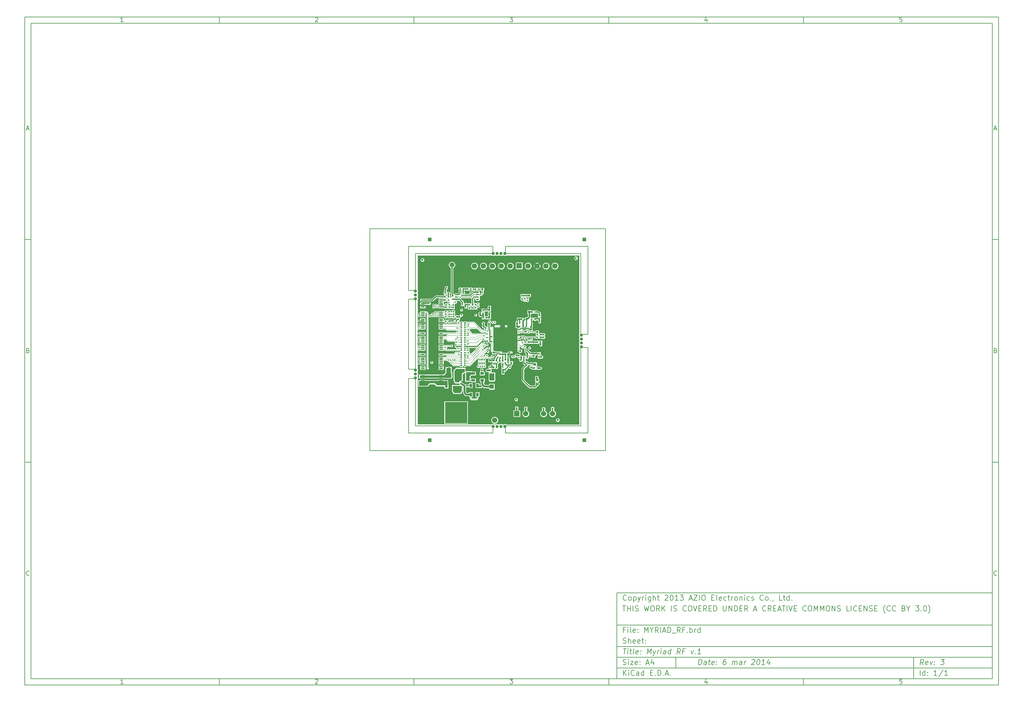
<source format=gbl>
G04 (created by PCBNEW (2013-05-31 BZR 4019)-stable) date 06/03/2014 18:54:47*
%MOIN*%
G04 Gerber Fmt 3.4, Leading zero omitted, Abs format*
%FSLAX34Y34*%
G01*
G70*
G90*
G04 APERTURE LIST*
%ADD10C,0.00590551*%
%ADD11C,0.0077*%
%ADD12C,0.0157*%
%ADD13C,0.0195*%
%ADD14C,0.0354*%
%ADD15R,0.0392X0.0392*%
%ADD16R,0.0472X0.051*%
%ADD17R,0.0175X0.0195*%
%ADD18R,0.0195X0.0175*%
%ADD19R,0.0314X0.0275*%
%ADD20R,0.0275X0.0314*%
%ADD21R,0.0195X0.0195*%
%ADD22R,0.051X0.0472*%
%ADD23C,0.2165*%
%ADD24R,0.1849X0.0589*%
%ADD25C,0.051*%
%ADD26C,0.055*%
%ADD27C,0.0597*%
%ADD28R,0.0597X0.0597*%
%ADD29R,0.0394X0.0138*%
%ADD30O,0.0394X0.0138*%
%ADD31O,0.0394X0.0137*%
%ADD32R,0.0389X0.0271*%
%ADD33R,0.0271X0.0389*%
%ADD34R,0.0432X0.0117*%
%ADD35R,0.0589X0.0275*%
%ADD36R,0.122X0.0629*%
%ADD37C,0.0432*%
%ADD38R,0.0433X0.0118*%
%ADD39O,0.0235X0.0117*%
%ADD40R,0.0235X0.0117*%
%ADD41O,0.0117X0.0235*%
%ADD42R,0.0117X0.0235*%
%ADD43C,0.023622*%
%ADD44C,0.0077*%
%ADD45C,0.0117*%
%ADD46C,0.0196*%
%ADD47C,0.0118*%
%ADD48C,0.0117*%
%ADD49C,0.0157*%
%ADD50C,0.0195*%
%ADD51C,0.0039*%
%ADD52C,0.0122*%
G04 APERTURE END LIST*
G54D10*
X4000Y-4000D02*
X112930Y-4000D01*
X112930Y-78680D01*
X4000Y-78680D01*
X4000Y-4000D01*
X4700Y-4700D02*
X112230Y-4700D01*
X112230Y-77980D01*
X4700Y-77980D01*
X4700Y-4700D01*
X25780Y-4000D02*
X25780Y-4700D01*
X15032Y-4552D02*
X14747Y-4552D01*
X14890Y-4552D02*
X14890Y-4052D01*
X14842Y-4123D01*
X14794Y-4171D01*
X14747Y-4195D01*
X25780Y-78680D02*
X25780Y-77980D01*
X15032Y-78532D02*
X14747Y-78532D01*
X14890Y-78532D02*
X14890Y-78032D01*
X14842Y-78103D01*
X14794Y-78151D01*
X14747Y-78175D01*
X47560Y-4000D02*
X47560Y-4700D01*
X36527Y-4100D02*
X36550Y-4076D01*
X36598Y-4052D01*
X36717Y-4052D01*
X36765Y-4076D01*
X36789Y-4100D01*
X36812Y-4147D01*
X36812Y-4195D01*
X36789Y-4266D01*
X36503Y-4552D01*
X36812Y-4552D01*
X47560Y-78680D02*
X47560Y-77980D01*
X36527Y-78080D02*
X36550Y-78056D01*
X36598Y-78032D01*
X36717Y-78032D01*
X36765Y-78056D01*
X36789Y-78080D01*
X36812Y-78127D01*
X36812Y-78175D01*
X36789Y-78246D01*
X36503Y-78532D01*
X36812Y-78532D01*
X69340Y-4000D02*
X69340Y-4700D01*
X58283Y-4052D02*
X58592Y-4052D01*
X58426Y-4242D01*
X58497Y-4242D01*
X58545Y-4266D01*
X58569Y-4290D01*
X58592Y-4338D01*
X58592Y-4457D01*
X58569Y-4504D01*
X58545Y-4528D01*
X58497Y-4552D01*
X58354Y-4552D01*
X58307Y-4528D01*
X58283Y-4504D01*
X69340Y-78680D02*
X69340Y-77980D01*
X58283Y-78032D02*
X58592Y-78032D01*
X58426Y-78222D01*
X58497Y-78222D01*
X58545Y-78246D01*
X58569Y-78270D01*
X58592Y-78318D01*
X58592Y-78437D01*
X58569Y-78484D01*
X58545Y-78508D01*
X58497Y-78532D01*
X58354Y-78532D01*
X58307Y-78508D01*
X58283Y-78484D01*
X91120Y-4000D02*
X91120Y-4700D01*
X80325Y-4219D02*
X80325Y-4552D01*
X80206Y-4028D02*
X80087Y-4385D01*
X80396Y-4385D01*
X91120Y-78680D02*
X91120Y-77980D01*
X80325Y-78199D02*
X80325Y-78532D01*
X80206Y-78008D02*
X80087Y-78365D01*
X80396Y-78365D01*
X102129Y-4052D02*
X101890Y-4052D01*
X101867Y-4290D01*
X101890Y-4266D01*
X101938Y-4242D01*
X102057Y-4242D01*
X102105Y-4266D01*
X102129Y-4290D01*
X102152Y-4338D01*
X102152Y-4457D01*
X102129Y-4504D01*
X102105Y-4528D01*
X102057Y-4552D01*
X101938Y-4552D01*
X101890Y-4528D01*
X101867Y-4504D01*
X102129Y-78032D02*
X101890Y-78032D01*
X101867Y-78270D01*
X101890Y-78246D01*
X101938Y-78222D01*
X102057Y-78222D01*
X102105Y-78246D01*
X102129Y-78270D01*
X102152Y-78318D01*
X102152Y-78437D01*
X102129Y-78484D01*
X102105Y-78508D01*
X102057Y-78532D01*
X101938Y-78532D01*
X101890Y-78508D01*
X101867Y-78484D01*
X4000Y-28890D02*
X4700Y-28890D01*
X4230Y-16509D02*
X4469Y-16509D01*
X4183Y-16652D02*
X4350Y-16152D01*
X4516Y-16652D01*
X112930Y-28890D02*
X112230Y-28890D01*
X112460Y-16509D02*
X112699Y-16509D01*
X112413Y-16652D02*
X112580Y-16152D01*
X112746Y-16652D01*
X4000Y-53780D02*
X4700Y-53780D01*
X4385Y-41280D02*
X4457Y-41304D01*
X4480Y-41328D01*
X4504Y-41375D01*
X4504Y-41447D01*
X4480Y-41494D01*
X4457Y-41518D01*
X4409Y-41542D01*
X4219Y-41542D01*
X4219Y-41042D01*
X4385Y-41042D01*
X4433Y-41066D01*
X4457Y-41090D01*
X4480Y-41137D01*
X4480Y-41185D01*
X4457Y-41232D01*
X4433Y-41256D01*
X4385Y-41280D01*
X4219Y-41280D01*
X112930Y-53780D02*
X112230Y-53780D01*
X112615Y-41280D02*
X112687Y-41304D01*
X112710Y-41328D01*
X112734Y-41375D01*
X112734Y-41447D01*
X112710Y-41494D01*
X112687Y-41518D01*
X112639Y-41542D01*
X112449Y-41542D01*
X112449Y-41042D01*
X112615Y-41042D01*
X112663Y-41066D01*
X112687Y-41090D01*
X112710Y-41137D01*
X112710Y-41185D01*
X112687Y-41232D01*
X112663Y-41256D01*
X112615Y-41280D01*
X112449Y-41280D01*
X4504Y-66384D02*
X4480Y-66408D01*
X4409Y-66432D01*
X4361Y-66432D01*
X4290Y-66408D01*
X4242Y-66360D01*
X4219Y-66313D01*
X4195Y-66218D01*
X4195Y-66146D01*
X4219Y-66051D01*
X4242Y-66003D01*
X4290Y-65956D01*
X4361Y-65932D01*
X4409Y-65932D01*
X4480Y-65956D01*
X4504Y-65980D01*
X112734Y-66384D02*
X112710Y-66408D01*
X112639Y-66432D01*
X112591Y-66432D01*
X112520Y-66408D01*
X112472Y-66360D01*
X112449Y-66313D01*
X112425Y-66218D01*
X112425Y-66146D01*
X112449Y-66051D01*
X112472Y-66003D01*
X112520Y-65956D01*
X112591Y-65932D01*
X112639Y-65932D01*
X112710Y-65956D01*
X112734Y-65980D01*
X79380Y-76422D02*
X79455Y-75822D01*
X79597Y-75822D01*
X79680Y-75851D01*
X79730Y-75908D01*
X79751Y-75965D01*
X79765Y-76080D01*
X79755Y-76165D01*
X79712Y-76280D01*
X79676Y-76337D01*
X79612Y-76394D01*
X79522Y-76422D01*
X79380Y-76422D01*
X80237Y-76422D02*
X80276Y-76108D01*
X80255Y-76051D01*
X80201Y-76022D01*
X80087Y-76022D01*
X80026Y-76051D01*
X80240Y-76394D02*
X80180Y-76422D01*
X80037Y-76422D01*
X79983Y-76394D01*
X79962Y-76337D01*
X79969Y-76280D01*
X80005Y-76222D01*
X80065Y-76194D01*
X80208Y-76194D01*
X80269Y-76165D01*
X80487Y-76022D02*
X80715Y-76022D01*
X80597Y-75822D02*
X80533Y-76337D01*
X80555Y-76394D01*
X80608Y-76422D01*
X80665Y-76422D01*
X81097Y-76394D02*
X81037Y-76422D01*
X80922Y-76422D01*
X80869Y-76394D01*
X80847Y-76337D01*
X80876Y-76108D01*
X80912Y-76051D01*
X80972Y-76022D01*
X81087Y-76022D01*
X81140Y-76051D01*
X81162Y-76108D01*
X81155Y-76165D01*
X80862Y-76222D01*
X81387Y-76365D02*
X81412Y-76394D01*
X81380Y-76422D01*
X81355Y-76394D01*
X81387Y-76365D01*
X81380Y-76422D01*
X81426Y-76051D02*
X81451Y-76080D01*
X81419Y-76108D01*
X81394Y-76080D01*
X81426Y-76051D01*
X81419Y-76108D01*
X82455Y-75822D02*
X82340Y-75822D01*
X82279Y-75851D01*
X82247Y-75880D01*
X82180Y-75965D01*
X82137Y-76080D01*
X82108Y-76308D01*
X82130Y-76365D01*
X82155Y-76394D01*
X82208Y-76422D01*
X82322Y-76422D01*
X82383Y-76394D01*
X82415Y-76365D01*
X82451Y-76308D01*
X82469Y-76165D01*
X82447Y-76108D01*
X82422Y-76080D01*
X82369Y-76051D01*
X82254Y-76051D01*
X82194Y-76080D01*
X82162Y-76108D01*
X82126Y-76165D01*
X83151Y-76422D02*
X83201Y-76022D01*
X83194Y-76080D02*
X83226Y-76051D01*
X83287Y-76022D01*
X83372Y-76022D01*
X83426Y-76051D01*
X83447Y-76108D01*
X83408Y-76422D01*
X83447Y-76108D02*
X83483Y-76051D01*
X83544Y-76022D01*
X83630Y-76022D01*
X83683Y-76051D01*
X83705Y-76108D01*
X83665Y-76422D01*
X84208Y-76422D02*
X84247Y-76108D01*
X84226Y-76051D01*
X84172Y-76022D01*
X84058Y-76022D01*
X83997Y-76051D01*
X84212Y-76394D02*
X84151Y-76422D01*
X84008Y-76422D01*
X83955Y-76394D01*
X83933Y-76337D01*
X83940Y-76280D01*
X83976Y-76222D01*
X84037Y-76194D01*
X84180Y-76194D01*
X84240Y-76165D01*
X84494Y-76422D02*
X84544Y-76022D01*
X84530Y-76137D02*
X84565Y-76080D01*
X84597Y-76051D01*
X84658Y-76022D01*
X84715Y-76022D01*
X85362Y-75880D02*
X85394Y-75851D01*
X85455Y-75822D01*
X85597Y-75822D01*
X85651Y-75851D01*
X85676Y-75880D01*
X85697Y-75937D01*
X85690Y-75994D01*
X85651Y-76080D01*
X85265Y-76422D01*
X85637Y-76422D01*
X86083Y-75822D02*
X86140Y-75822D01*
X86194Y-75851D01*
X86219Y-75880D01*
X86240Y-75937D01*
X86255Y-76051D01*
X86237Y-76194D01*
X86194Y-76308D01*
X86158Y-76365D01*
X86126Y-76394D01*
X86065Y-76422D01*
X86008Y-76422D01*
X85955Y-76394D01*
X85930Y-76365D01*
X85908Y-76308D01*
X85894Y-76194D01*
X85912Y-76051D01*
X85955Y-75937D01*
X85990Y-75880D01*
X86022Y-75851D01*
X86083Y-75822D01*
X86780Y-76422D02*
X86437Y-76422D01*
X86608Y-76422D02*
X86683Y-75822D01*
X86615Y-75908D01*
X86551Y-75965D01*
X86490Y-75994D01*
X87344Y-76022D02*
X87294Y-76422D01*
X87230Y-75794D02*
X87033Y-76222D01*
X87405Y-76222D01*
X70972Y-77622D02*
X70972Y-77022D01*
X71315Y-77622D02*
X71058Y-77280D01*
X71315Y-77022D02*
X70972Y-77365D01*
X71572Y-77622D02*
X71572Y-77222D01*
X71572Y-77022D02*
X71544Y-77051D01*
X71572Y-77080D01*
X71601Y-77051D01*
X71572Y-77022D01*
X71572Y-77080D01*
X72201Y-77565D02*
X72172Y-77594D01*
X72087Y-77622D01*
X72030Y-77622D01*
X71944Y-77594D01*
X71887Y-77537D01*
X71858Y-77480D01*
X71830Y-77365D01*
X71830Y-77280D01*
X71858Y-77165D01*
X71887Y-77108D01*
X71944Y-77051D01*
X72030Y-77022D01*
X72087Y-77022D01*
X72172Y-77051D01*
X72201Y-77080D01*
X72715Y-77622D02*
X72715Y-77308D01*
X72687Y-77251D01*
X72630Y-77222D01*
X72515Y-77222D01*
X72458Y-77251D01*
X72715Y-77594D02*
X72658Y-77622D01*
X72515Y-77622D01*
X72458Y-77594D01*
X72430Y-77537D01*
X72430Y-77480D01*
X72458Y-77422D01*
X72515Y-77394D01*
X72658Y-77394D01*
X72715Y-77365D01*
X73258Y-77622D02*
X73258Y-77022D01*
X73258Y-77594D02*
X73201Y-77622D01*
X73087Y-77622D01*
X73030Y-77594D01*
X73001Y-77565D01*
X72972Y-77508D01*
X72972Y-77337D01*
X73001Y-77280D01*
X73030Y-77251D01*
X73087Y-77222D01*
X73201Y-77222D01*
X73258Y-77251D01*
X74001Y-77308D02*
X74201Y-77308D01*
X74287Y-77622D02*
X74001Y-77622D01*
X74001Y-77022D01*
X74287Y-77022D01*
X74544Y-77565D02*
X74572Y-77594D01*
X74544Y-77622D01*
X74515Y-77594D01*
X74544Y-77565D01*
X74544Y-77622D01*
X74829Y-77622D02*
X74829Y-77022D01*
X74972Y-77022D01*
X75058Y-77051D01*
X75115Y-77108D01*
X75144Y-77165D01*
X75172Y-77280D01*
X75172Y-77365D01*
X75144Y-77480D01*
X75115Y-77537D01*
X75058Y-77594D01*
X74972Y-77622D01*
X74829Y-77622D01*
X75429Y-77565D02*
X75458Y-77594D01*
X75429Y-77622D01*
X75401Y-77594D01*
X75429Y-77565D01*
X75429Y-77622D01*
X75687Y-77451D02*
X75972Y-77451D01*
X75629Y-77622D02*
X75829Y-77022D01*
X76029Y-77622D01*
X76229Y-77565D02*
X76258Y-77594D01*
X76229Y-77622D01*
X76201Y-77594D01*
X76229Y-77565D01*
X76229Y-77622D01*
X104522Y-76422D02*
X104358Y-76137D01*
X104180Y-76422D02*
X104255Y-75822D01*
X104483Y-75822D01*
X104537Y-75851D01*
X104562Y-75880D01*
X104583Y-75937D01*
X104572Y-76022D01*
X104537Y-76080D01*
X104505Y-76108D01*
X104444Y-76137D01*
X104215Y-76137D01*
X105012Y-76394D02*
X104951Y-76422D01*
X104837Y-76422D01*
X104783Y-76394D01*
X104762Y-76337D01*
X104790Y-76108D01*
X104826Y-76051D01*
X104887Y-76022D01*
X105001Y-76022D01*
X105055Y-76051D01*
X105076Y-76108D01*
X105069Y-76165D01*
X104776Y-76222D01*
X105287Y-76022D02*
X105380Y-76422D01*
X105572Y-76022D01*
X105758Y-76365D02*
X105783Y-76394D01*
X105751Y-76422D01*
X105726Y-76394D01*
X105758Y-76365D01*
X105751Y-76422D01*
X105797Y-76051D02*
X105822Y-76080D01*
X105790Y-76108D01*
X105765Y-76080D01*
X105797Y-76051D01*
X105790Y-76108D01*
X106512Y-75822D02*
X106883Y-75822D01*
X106655Y-76051D01*
X106740Y-76051D01*
X106794Y-76080D01*
X106819Y-76108D01*
X106840Y-76165D01*
X106822Y-76308D01*
X106787Y-76365D01*
X106755Y-76394D01*
X106694Y-76422D01*
X106522Y-76422D01*
X106469Y-76394D01*
X106444Y-76365D01*
X70944Y-76394D02*
X71030Y-76422D01*
X71172Y-76422D01*
X71230Y-76394D01*
X71258Y-76365D01*
X71287Y-76308D01*
X71287Y-76251D01*
X71258Y-76194D01*
X71230Y-76165D01*
X71172Y-76137D01*
X71058Y-76108D01*
X71001Y-76080D01*
X70972Y-76051D01*
X70944Y-75994D01*
X70944Y-75937D01*
X70972Y-75880D01*
X71001Y-75851D01*
X71058Y-75822D01*
X71201Y-75822D01*
X71287Y-75851D01*
X71544Y-76422D02*
X71544Y-76022D01*
X71544Y-75822D02*
X71515Y-75851D01*
X71544Y-75880D01*
X71572Y-75851D01*
X71544Y-75822D01*
X71544Y-75880D01*
X71772Y-76022D02*
X72087Y-76022D01*
X71772Y-76422D01*
X72087Y-76422D01*
X72544Y-76394D02*
X72487Y-76422D01*
X72372Y-76422D01*
X72315Y-76394D01*
X72287Y-76337D01*
X72287Y-76108D01*
X72315Y-76051D01*
X72372Y-76022D01*
X72487Y-76022D01*
X72544Y-76051D01*
X72572Y-76108D01*
X72572Y-76165D01*
X72287Y-76222D01*
X72830Y-76365D02*
X72858Y-76394D01*
X72830Y-76422D01*
X72801Y-76394D01*
X72830Y-76365D01*
X72830Y-76422D01*
X72830Y-76051D02*
X72858Y-76080D01*
X72830Y-76108D01*
X72801Y-76080D01*
X72830Y-76051D01*
X72830Y-76108D01*
X73544Y-76251D02*
X73830Y-76251D01*
X73487Y-76422D02*
X73687Y-75822D01*
X73887Y-76422D01*
X74344Y-76022D02*
X74344Y-76422D01*
X74201Y-75794D02*
X74058Y-76222D01*
X74430Y-76222D01*
X104172Y-77622D02*
X104172Y-77022D01*
X104715Y-77622D02*
X104715Y-77022D01*
X104715Y-77594D02*
X104658Y-77622D01*
X104544Y-77622D01*
X104487Y-77594D01*
X104458Y-77565D01*
X104430Y-77508D01*
X104430Y-77337D01*
X104458Y-77280D01*
X104487Y-77251D01*
X104544Y-77222D01*
X104658Y-77222D01*
X104715Y-77251D01*
X105001Y-77565D02*
X105030Y-77594D01*
X105001Y-77622D01*
X104972Y-77594D01*
X105001Y-77565D01*
X105001Y-77622D01*
X105001Y-77251D02*
X105030Y-77280D01*
X105001Y-77308D01*
X104972Y-77280D01*
X105001Y-77251D01*
X105001Y-77308D01*
X106058Y-77622D02*
X105715Y-77622D01*
X105887Y-77622D02*
X105887Y-77022D01*
X105829Y-77108D01*
X105772Y-77165D01*
X105715Y-77194D01*
X106744Y-76994D02*
X106230Y-77765D01*
X107258Y-77622D02*
X106915Y-77622D01*
X107087Y-77622D02*
X107087Y-77022D01*
X107029Y-77108D01*
X106972Y-77165D01*
X106915Y-77194D01*
X70969Y-74622D02*
X71312Y-74622D01*
X71065Y-75222D02*
X71140Y-74622D01*
X71437Y-75222D02*
X71487Y-74822D01*
X71512Y-74622D02*
X71480Y-74651D01*
X71505Y-74680D01*
X71537Y-74651D01*
X71512Y-74622D01*
X71505Y-74680D01*
X71687Y-74822D02*
X71915Y-74822D01*
X71797Y-74622D02*
X71733Y-75137D01*
X71755Y-75194D01*
X71808Y-75222D01*
X71865Y-75222D01*
X72151Y-75222D02*
X72097Y-75194D01*
X72076Y-75137D01*
X72140Y-74622D01*
X72612Y-75194D02*
X72551Y-75222D01*
X72437Y-75222D01*
X72383Y-75194D01*
X72362Y-75137D01*
X72390Y-74908D01*
X72426Y-74851D01*
X72487Y-74822D01*
X72601Y-74822D01*
X72655Y-74851D01*
X72676Y-74908D01*
X72669Y-74965D01*
X72376Y-75022D01*
X72901Y-75165D02*
X72926Y-75194D01*
X72894Y-75222D01*
X72869Y-75194D01*
X72901Y-75165D01*
X72894Y-75222D01*
X72940Y-74851D02*
X72965Y-74880D01*
X72933Y-74908D01*
X72908Y-74880D01*
X72940Y-74851D01*
X72933Y-74908D01*
X73637Y-75222D02*
X73712Y-74622D01*
X73858Y-75051D01*
X74112Y-74622D01*
X74037Y-75222D01*
X74315Y-74822D02*
X74408Y-75222D01*
X74601Y-74822D02*
X74408Y-75222D01*
X74333Y-75365D01*
X74301Y-75394D01*
X74240Y-75422D01*
X74780Y-75222D02*
X74830Y-74822D01*
X74815Y-74937D02*
X74851Y-74880D01*
X74883Y-74851D01*
X74944Y-74822D01*
X75001Y-74822D01*
X75151Y-75222D02*
X75201Y-74822D01*
X75226Y-74622D02*
X75194Y-74651D01*
X75219Y-74680D01*
X75251Y-74651D01*
X75226Y-74622D01*
X75219Y-74680D01*
X75694Y-75222D02*
X75733Y-74908D01*
X75712Y-74851D01*
X75658Y-74822D01*
X75544Y-74822D01*
X75483Y-74851D01*
X75697Y-75194D02*
X75637Y-75222D01*
X75494Y-75222D01*
X75440Y-75194D01*
X75419Y-75137D01*
X75426Y-75080D01*
X75462Y-75022D01*
X75522Y-74994D01*
X75665Y-74994D01*
X75726Y-74965D01*
X76237Y-75222D02*
X76312Y-74622D01*
X76240Y-75194D02*
X76180Y-75222D01*
X76065Y-75222D01*
X76012Y-75194D01*
X75987Y-75165D01*
X75965Y-75108D01*
X75987Y-74937D01*
X76022Y-74880D01*
X76055Y-74851D01*
X76115Y-74822D01*
X76230Y-74822D01*
X76283Y-74851D01*
X77322Y-75222D02*
X77158Y-74937D01*
X76980Y-75222D02*
X77055Y-74622D01*
X77283Y-74622D01*
X77337Y-74651D01*
X77362Y-74680D01*
X77383Y-74737D01*
X77372Y-74822D01*
X77337Y-74880D01*
X77305Y-74908D01*
X77244Y-74937D01*
X77015Y-74937D01*
X77819Y-74908D02*
X77619Y-74908D01*
X77580Y-75222D02*
X77655Y-74622D01*
X77940Y-74622D01*
X78544Y-74822D02*
X78637Y-75222D01*
X78830Y-74822D01*
X79015Y-75165D02*
X79040Y-75194D01*
X79008Y-75222D01*
X78983Y-75194D01*
X79015Y-75165D01*
X79008Y-75222D01*
X79608Y-75222D02*
X79265Y-75222D01*
X79437Y-75222D02*
X79512Y-74622D01*
X79444Y-74708D01*
X79380Y-74765D01*
X79319Y-74794D01*
X71172Y-72508D02*
X70972Y-72508D01*
X70972Y-72822D02*
X70972Y-72222D01*
X71258Y-72222D01*
X71487Y-72822D02*
X71487Y-72422D01*
X71487Y-72222D02*
X71458Y-72251D01*
X71487Y-72280D01*
X71515Y-72251D01*
X71487Y-72222D01*
X71487Y-72280D01*
X71858Y-72822D02*
X71801Y-72794D01*
X71772Y-72737D01*
X71772Y-72222D01*
X72315Y-72794D02*
X72258Y-72822D01*
X72144Y-72822D01*
X72087Y-72794D01*
X72058Y-72737D01*
X72058Y-72508D01*
X72087Y-72451D01*
X72144Y-72422D01*
X72258Y-72422D01*
X72315Y-72451D01*
X72344Y-72508D01*
X72344Y-72565D01*
X72058Y-72622D01*
X72601Y-72765D02*
X72630Y-72794D01*
X72601Y-72822D01*
X72572Y-72794D01*
X72601Y-72765D01*
X72601Y-72822D01*
X72601Y-72451D02*
X72630Y-72480D01*
X72601Y-72508D01*
X72572Y-72480D01*
X72601Y-72451D01*
X72601Y-72508D01*
X73344Y-72822D02*
X73344Y-72222D01*
X73544Y-72651D01*
X73744Y-72222D01*
X73744Y-72822D01*
X74144Y-72537D02*
X74144Y-72822D01*
X73944Y-72222D02*
X74144Y-72537D01*
X74344Y-72222D01*
X74887Y-72822D02*
X74687Y-72537D01*
X74544Y-72822D02*
X74544Y-72222D01*
X74772Y-72222D01*
X74830Y-72251D01*
X74858Y-72280D01*
X74887Y-72337D01*
X74887Y-72422D01*
X74858Y-72480D01*
X74830Y-72508D01*
X74772Y-72537D01*
X74544Y-72537D01*
X75144Y-72822D02*
X75144Y-72222D01*
X75401Y-72651D02*
X75687Y-72651D01*
X75344Y-72822D02*
X75544Y-72222D01*
X75744Y-72822D01*
X75944Y-72822D02*
X75944Y-72222D01*
X76087Y-72222D01*
X76172Y-72251D01*
X76230Y-72308D01*
X76258Y-72365D01*
X76287Y-72480D01*
X76287Y-72565D01*
X76258Y-72680D01*
X76230Y-72737D01*
X76172Y-72794D01*
X76087Y-72822D01*
X75944Y-72822D01*
X76401Y-72880D02*
X76858Y-72880D01*
X77344Y-72822D02*
X77144Y-72537D01*
X77001Y-72822D02*
X77001Y-72222D01*
X77230Y-72222D01*
X77287Y-72251D01*
X77315Y-72280D01*
X77344Y-72337D01*
X77344Y-72422D01*
X77315Y-72480D01*
X77287Y-72508D01*
X77230Y-72537D01*
X77001Y-72537D01*
X77801Y-72508D02*
X77601Y-72508D01*
X77601Y-72822D02*
X77601Y-72222D01*
X77887Y-72222D01*
X78115Y-72765D02*
X78144Y-72794D01*
X78115Y-72822D01*
X78087Y-72794D01*
X78115Y-72765D01*
X78115Y-72822D01*
X78401Y-72822D02*
X78401Y-72222D01*
X78401Y-72451D02*
X78458Y-72422D01*
X78572Y-72422D01*
X78630Y-72451D01*
X78658Y-72480D01*
X78687Y-72537D01*
X78687Y-72708D01*
X78658Y-72765D01*
X78630Y-72794D01*
X78572Y-72822D01*
X78458Y-72822D01*
X78401Y-72794D01*
X78944Y-72822D02*
X78944Y-72422D01*
X78944Y-72537D02*
X78972Y-72480D01*
X79001Y-72451D01*
X79058Y-72422D01*
X79115Y-72422D01*
X79572Y-72822D02*
X79572Y-72222D01*
X79572Y-72794D02*
X79515Y-72822D01*
X79401Y-72822D01*
X79344Y-72794D01*
X79315Y-72765D01*
X79287Y-72708D01*
X79287Y-72537D01*
X79315Y-72480D01*
X79344Y-72451D01*
X79401Y-72422D01*
X79515Y-72422D01*
X79572Y-72451D01*
X70944Y-73994D02*
X71030Y-74022D01*
X71172Y-74022D01*
X71230Y-73994D01*
X71258Y-73965D01*
X71287Y-73908D01*
X71287Y-73851D01*
X71258Y-73794D01*
X71230Y-73765D01*
X71172Y-73737D01*
X71058Y-73708D01*
X71001Y-73680D01*
X70972Y-73651D01*
X70944Y-73594D01*
X70944Y-73537D01*
X70972Y-73480D01*
X71001Y-73451D01*
X71058Y-73422D01*
X71201Y-73422D01*
X71287Y-73451D01*
X71544Y-74022D02*
X71544Y-73422D01*
X71801Y-74022D02*
X71801Y-73708D01*
X71772Y-73651D01*
X71715Y-73622D01*
X71630Y-73622D01*
X71572Y-73651D01*
X71544Y-73680D01*
X72315Y-73994D02*
X72258Y-74022D01*
X72144Y-74022D01*
X72087Y-73994D01*
X72058Y-73937D01*
X72058Y-73708D01*
X72087Y-73651D01*
X72144Y-73622D01*
X72258Y-73622D01*
X72315Y-73651D01*
X72344Y-73708D01*
X72344Y-73765D01*
X72058Y-73822D01*
X72830Y-73994D02*
X72772Y-74022D01*
X72658Y-74022D01*
X72601Y-73994D01*
X72572Y-73937D01*
X72572Y-73708D01*
X72601Y-73651D01*
X72658Y-73622D01*
X72772Y-73622D01*
X72830Y-73651D01*
X72858Y-73708D01*
X72858Y-73765D01*
X72572Y-73822D01*
X73030Y-73622D02*
X73258Y-73622D01*
X73115Y-73422D02*
X73115Y-73937D01*
X73144Y-73994D01*
X73201Y-74022D01*
X73258Y-74022D01*
X73458Y-73965D02*
X73487Y-73994D01*
X73458Y-74022D01*
X73430Y-73994D01*
X73458Y-73965D01*
X73458Y-74022D01*
X73458Y-73651D02*
X73487Y-73680D01*
X73458Y-73708D01*
X73430Y-73680D01*
X73458Y-73651D01*
X73458Y-73708D01*
X70887Y-69822D02*
X71230Y-69822D01*
X71058Y-70422D02*
X71058Y-69822D01*
X71430Y-70422D02*
X71430Y-69822D01*
X71430Y-70108D02*
X71772Y-70108D01*
X71772Y-70422D02*
X71772Y-69822D01*
X72058Y-70422D02*
X72058Y-69822D01*
X72315Y-70394D02*
X72401Y-70422D01*
X72544Y-70422D01*
X72601Y-70394D01*
X72629Y-70365D01*
X72658Y-70308D01*
X72658Y-70251D01*
X72629Y-70194D01*
X72601Y-70165D01*
X72544Y-70137D01*
X72429Y-70108D01*
X72372Y-70080D01*
X72344Y-70051D01*
X72315Y-69994D01*
X72315Y-69937D01*
X72344Y-69880D01*
X72372Y-69851D01*
X72429Y-69822D01*
X72572Y-69822D01*
X72658Y-69851D01*
X73315Y-69822D02*
X73458Y-70422D01*
X73572Y-69994D01*
X73687Y-70422D01*
X73830Y-69822D01*
X74172Y-69822D02*
X74287Y-69822D01*
X74344Y-69851D01*
X74401Y-69908D01*
X74430Y-70022D01*
X74430Y-70222D01*
X74401Y-70337D01*
X74344Y-70394D01*
X74287Y-70422D01*
X74172Y-70422D01*
X74115Y-70394D01*
X74058Y-70337D01*
X74030Y-70222D01*
X74030Y-70022D01*
X74058Y-69908D01*
X74115Y-69851D01*
X74172Y-69822D01*
X75029Y-70422D02*
X74829Y-70137D01*
X74687Y-70422D02*
X74687Y-69822D01*
X74915Y-69822D01*
X74972Y-69851D01*
X75001Y-69880D01*
X75029Y-69937D01*
X75029Y-70022D01*
X75001Y-70080D01*
X74972Y-70108D01*
X74915Y-70137D01*
X74687Y-70137D01*
X75287Y-70422D02*
X75287Y-69822D01*
X75629Y-70422D02*
X75372Y-70080D01*
X75629Y-69822D02*
X75287Y-70165D01*
X76344Y-70422D02*
X76344Y-69822D01*
X76601Y-70394D02*
X76687Y-70422D01*
X76829Y-70422D01*
X76887Y-70394D01*
X76915Y-70365D01*
X76944Y-70308D01*
X76944Y-70251D01*
X76915Y-70194D01*
X76887Y-70165D01*
X76829Y-70137D01*
X76715Y-70108D01*
X76658Y-70080D01*
X76629Y-70051D01*
X76601Y-69994D01*
X76601Y-69937D01*
X76629Y-69880D01*
X76658Y-69851D01*
X76715Y-69822D01*
X76858Y-69822D01*
X76944Y-69851D01*
X78001Y-70365D02*
X77972Y-70394D01*
X77887Y-70422D01*
X77830Y-70422D01*
X77744Y-70394D01*
X77687Y-70337D01*
X77658Y-70280D01*
X77630Y-70165D01*
X77630Y-70080D01*
X77658Y-69965D01*
X77687Y-69908D01*
X77744Y-69851D01*
X77830Y-69822D01*
X77887Y-69822D01*
X77972Y-69851D01*
X78001Y-69880D01*
X78372Y-69822D02*
X78487Y-69822D01*
X78544Y-69851D01*
X78601Y-69908D01*
X78630Y-70022D01*
X78630Y-70222D01*
X78601Y-70337D01*
X78544Y-70394D01*
X78487Y-70422D01*
X78372Y-70422D01*
X78315Y-70394D01*
X78258Y-70337D01*
X78230Y-70222D01*
X78230Y-70022D01*
X78258Y-69908D01*
X78315Y-69851D01*
X78372Y-69822D01*
X78801Y-69822D02*
X79001Y-70422D01*
X79201Y-69822D01*
X79401Y-70108D02*
X79601Y-70108D01*
X79687Y-70422D02*
X79401Y-70422D01*
X79401Y-69822D01*
X79687Y-69822D01*
X80287Y-70422D02*
X80087Y-70137D01*
X79944Y-70422D02*
X79944Y-69822D01*
X80172Y-69822D01*
X80229Y-69851D01*
X80258Y-69880D01*
X80287Y-69937D01*
X80287Y-70022D01*
X80258Y-70080D01*
X80229Y-70108D01*
X80172Y-70137D01*
X79944Y-70137D01*
X80544Y-70108D02*
X80744Y-70108D01*
X80829Y-70422D02*
X80544Y-70422D01*
X80544Y-69822D01*
X80829Y-69822D01*
X81087Y-70422D02*
X81087Y-69822D01*
X81229Y-69822D01*
X81315Y-69851D01*
X81372Y-69908D01*
X81401Y-69965D01*
X81429Y-70080D01*
X81429Y-70165D01*
X81401Y-70280D01*
X81372Y-70337D01*
X81315Y-70394D01*
X81229Y-70422D01*
X81087Y-70422D01*
X82144Y-69822D02*
X82144Y-70308D01*
X82172Y-70365D01*
X82201Y-70394D01*
X82258Y-70422D01*
X82372Y-70422D01*
X82429Y-70394D01*
X82458Y-70365D01*
X82487Y-70308D01*
X82487Y-69822D01*
X82772Y-70422D02*
X82772Y-69822D01*
X83115Y-70422D01*
X83115Y-69822D01*
X83401Y-70422D02*
X83401Y-69822D01*
X83544Y-69822D01*
X83629Y-69851D01*
X83687Y-69908D01*
X83715Y-69965D01*
X83744Y-70080D01*
X83744Y-70165D01*
X83715Y-70280D01*
X83687Y-70337D01*
X83629Y-70394D01*
X83544Y-70422D01*
X83401Y-70422D01*
X84001Y-70108D02*
X84201Y-70108D01*
X84287Y-70422D02*
X84001Y-70422D01*
X84001Y-69822D01*
X84287Y-69822D01*
X84887Y-70422D02*
X84687Y-70137D01*
X84544Y-70422D02*
X84544Y-69822D01*
X84772Y-69822D01*
X84829Y-69851D01*
X84858Y-69880D01*
X84887Y-69937D01*
X84887Y-70022D01*
X84858Y-70080D01*
X84829Y-70108D01*
X84772Y-70137D01*
X84544Y-70137D01*
X85572Y-70251D02*
X85858Y-70251D01*
X85515Y-70422D02*
X85715Y-69822D01*
X85915Y-70422D01*
X86915Y-70365D02*
X86887Y-70394D01*
X86801Y-70422D01*
X86744Y-70422D01*
X86658Y-70394D01*
X86601Y-70337D01*
X86572Y-70280D01*
X86544Y-70165D01*
X86544Y-70080D01*
X86572Y-69965D01*
X86601Y-69908D01*
X86658Y-69851D01*
X86744Y-69822D01*
X86801Y-69822D01*
X86887Y-69851D01*
X86915Y-69880D01*
X87515Y-70422D02*
X87315Y-70137D01*
X87172Y-70422D02*
X87172Y-69822D01*
X87401Y-69822D01*
X87458Y-69851D01*
X87487Y-69880D01*
X87515Y-69937D01*
X87515Y-70022D01*
X87487Y-70080D01*
X87458Y-70108D01*
X87401Y-70137D01*
X87172Y-70137D01*
X87772Y-70108D02*
X87972Y-70108D01*
X88058Y-70422D02*
X87772Y-70422D01*
X87772Y-69822D01*
X88058Y-69822D01*
X88287Y-70251D02*
X88572Y-70251D01*
X88229Y-70422D02*
X88429Y-69822D01*
X88629Y-70422D01*
X88744Y-69822D02*
X89087Y-69822D01*
X88915Y-70422D02*
X88915Y-69822D01*
X89287Y-70422D02*
X89287Y-69822D01*
X89487Y-69822D02*
X89687Y-70422D01*
X89887Y-69822D01*
X90087Y-70108D02*
X90287Y-70108D01*
X90372Y-70422D02*
X90087Y-70422D01*
X90087Y-69822D01*
X90372Y-69822D01*
X91429Y-70365D02*
X91401Y-70394D01*
X91315Y-70422D01*
X91258Y-70422D01*
X91172Y-70394D01*
X91115Y-70337D01*
X91087Y-70280D01*
X91058Y-70165D01*
X91058Y-70080D01*
X91087Y-69965D01*
X91115Y-69908D01*
X91172Y-69851D01*
X91258Y-69822D01*
X91315Y-69822D01*
X91401Y-69851D01*
X91429Y-69880D01*
X91801Y-69822D02*
X91915Y-69822D01*
X91972Y-69851D01*
X92029Y-69908D01*
X92058Y-70022D01*
X92058Y-70222D01*
X92029Y-70337D01*
X91972Y-70394D01*
X91915Y-70422D01*
X91801Y-70422D01*
X91744Y-70394D01*
X91687Y-70337D01*
X91658Y-70222D01*
X91658Y-70022D01*
X91687Y-69908D01*
X91744Y-69851D01*
X91801Y-69822D01*
X92315Y-70422D02*
X92315Y-69822D01*
X92515Y-70251D01*
X92715Y-69822D01*
X92715Y-70422D01*
X93001Y-70422D02*
X93001Y-69822D01*
X93201Y-70251D01*
X93401Y-69822D01*
X93401Y-70422D01*
X93801Y-69822D02*
X93915Y-69822D01*
X93972Y-69851D01*
X94029Y-69908D01*
X94058Y-70022D01*
X94058Y-70222D01*
X94029Y-70337D01*
X93972Y-70394D01*
X93915Y-70422D01*
X93801Y-70422D01*
X93744Y-70394D01*
X93687Y-70337D01*
X93658Y-70222D01*
X93658Y-70022D01*
X93687Y-69908D01*
X93744Y-69851D01*
X93801Y-69822D01*
X94315Y-70422D02*
X94315Y-69822D01*
X94658Y-70422D01*
X94658Y-69822D01*
X94915Y-70394D02*
X95001Y-70422D01*
X95144Y-70422D01*
X95201Y-70394D01*
X95229Y-70365D01*
X95258Y-70308D01*
X95258Y-70251D01*
X95229Y-70194D01*
X95201Y-70165D01*
X95144Y-70137D01*
X95029Y-70108D01*
X94972Y-70080D01*
X94944Y-70051D01*
X94915Y-69994D01*
X94915Y-69937D01*
X94944Y-69880D01*
X94972Y-69851D01*
X95029Y-69822D01*
X95172Y-69822D01*
X95258Y-69851D01*
X96258Y-70422D02*
X95972Y-70422D01*
X95972Y-69822D01*
X96458Y-70422D02*
X96458Y-69822D01*
X97087Y-70365D02*
X97058Y-70394D01*
X96972Y-70422D01*
X96915Y-70422D01*
X96829Y-70394D01*
X96772Y-70337D01*
X96744Y-70280D01*
X96715Y-70165D01*
X96715Y-70080D01*
X96744Y-69965D01*
X96772Y-69908D01*
X96829Y-69851D01*
X96915Y-69822D01*
X96972Y-69822D01*
X97058Y-69851D01*
X97087Y-69880D01*
X97344Y-70108D02*
X97544Y-70108D01*
X97629Y-70422D02*
X97344Y-70422D01*
X97344Y-69822D01*
X97629Y-69822D01*
X97887Y-70422D02*
X97887Y-69822D01*
X98229Y-70422D01*
X98229Y-69822D01*
X98487Y-70394D02*
X98572Y-70422D01*
X98715Y-70422D01*
X98772Y-70394D01*
X98801Y-70365D01*
X98829Y-70308D01*
X98829Y-70251D01*
X98801Y-70194D01*
X98772Y-70165D01*
X98715Y-70137D01*
X98601Y-70108D01*
X98544Y-70080D01*
X98515Y-70051D01*
X98487Y-69994D01*
X98487Y-69937D01*
X98515Y-69880D01*
X98544Y-69851D01*
X98601Y-69822D01*
X98744Y-69822D01*
X98829Y-69851D01*
X99087Y-70108D02*
X99287Y-70108D01*
X99372Y-70422D02*
X99087Y-70422D01*
X99087Y-69822D01*
X99372Y-69822D01*
X100258Y-70651D02*
X100229Y-70622D01*
X100172Y-70537D01*
X100144Y-70480D01*
X100115Y-70394D01*
X100087Y-70251D01*
X100087Y-70137D01*
X100115Y-69994D01*
X100144Y-69908D01*
X100172Y-69851D01*
X100229Y-69765D01*
X100258Y-69737D01*
X100829Y-70365D02*
X100801Y-70394D01*
X100715Y-70422D01*
X100658Y-70422D01*
X100572Y-70394D01*
X100515Y-70337D01*
X100487Y-70280D01*
X100458Y-70165D01*
X100458Y-70080D01*
X100487Y-69965D01*
X100515Y-69908D01*
X100572Y-69851D01*
X100658Y-69822D01*
X100715Y-69822D01*
X100801Y-69851D01*
X100829Y-69880D01*
X101429Y-70365D02*
X101401Y-70394D01*
X101315Y-70422D01*
X101258Y-70422D01*
X101172Y-70394D01*
X101115Y-70337D01*
X101087Y-70280D01*
X101058Y-70165D01*
X101058Y-70080D01*
X101087Y-69965D01*
X101115Y-69908D01*
X101172Y-69851D01*
X101258Y-69822D01*
X101315Y-69822D01*
X101401Y-69851D01*
X101429Y-69880D01*
X102344Y-70108D02*
X102429Y-70137D01*
X102458Y-70165D01*
X102487Y-70222D01*
X102487Y-70308D01*
X102458Y-70365D01*
X102429Y-70394D01*
X102372Y-70422D01*
X102144Y-70422D01*
X102144Y-69822D01*
X102344Y-69822D01*
X102401Y-69851D01*
X102429Y-69880D01*
X102458Y-69937D01*
X102458Y-69994D01*
X102429Y-70051D01*
X102401Y-70080D01*
X102344Y-70108D01*
X102144Y-70108D01*
X102858Y-70137D02*
X102858Y-70422D01*
X102658Y-69822D02*
X102858Y-70137D01*
X103058Y-69822D01*
X103658Y-69822D02*
X104029Y-69822D01*
X103829Y-70051D01*
X103915Y-70051D01*
X103972Y-70080D01*
X104001Y-70108D01*
X104029Y-70165D01*
X104029Y-70308D01*
X104001Y-70365D01*
X103972Y-70394D01*
X103915Y-70422D01*
X103744Y-70422D01*
X103687Y-70394D01*
X103658Y-70365D01*
X104287Y-70365D02*
X104315Y-70394D01*
X104287Y-70422D01*
X104258Y-70394D01*
X104287Y-70365D01*
X104287Y-70422D01*
X104687Y-69822D02*
X104744Y-69822D01*
X104801Y-69851D01*
X104829Y-69880D01*
X104858Y-69937D01*
X104887Y-70051D01*
X104887Y-70194D01*
X104858Y-70308D01*
X104829Y-70365D01*
X104801Y-70394D01*
X104744Y-70422D01*
X104687Y-70422D01*
X104629Y-70394D01*
X104601Y-70365D01*
X104572Y-70308D01*
X104544Y-70194D01*
X104544Y-70051D01*
X104572Y-69937D01*
X104601Y-69880D01*
X104629Y-69851D01*
X104687Y-69822D01*
X105087Y-70651D02*
X105115Y-70622D01*
X105172Y-70537D01*
X105201Y-70480D01*
X105229Y-70394D01*
X105258Y-70251D01*
X105258Y-70137D01*
X105229Y-69994D01*
X105201Y-69908D01*
X105172Y-69851D01*
X105115Y-69765D01*
X105087Y-69737D01*
X71315Y-69165D02*
X71287Y-69194D01*
X71201Y-69222D01*
X71144Y-69222D01*
X71058Y-69194D01*
X71001Y-69137D01*
X70972Y-69080D01*
X70944Y-68965D01*
X70944Y-68880D01*
X70972Y-68765D01*
X71001Y-68708D01*
X71058Y-68651D01*
X71144Y-68622D01*
X71201Y-68622D01*
X71287Y-68651D01*
X71315Y-68680D01*
X71658Y-69222D02*
X71601Y-69194D01*
X71572Y-69165D01*
X71544Y-69108D01*
X71544Y-68937D01*
X71572Y-68880D01*
X71601Y-68851D01*
X71658Y-68822D01*
X71744Y-68822D01*
X71801Y-68851D01*
X71830Y-68880D01*
X71858Y-68937D01*
X71858Y-69108D01*
X71830Y-69165D01*
X71801Y-69194D01*
X71744Y-69222D01*
X71658Y-69222D01*
X72115Y-68822D02*
X72115Y-69422D01*
X72115Y-68851D02*
X72172Y-68822D01*
X72287Y-68822D01*
X72344Y-68851D01*
X72372Y-68880D01*
X72401Y-68937D01*
X72401Y-69108D01*
X72372Y-69165D01*
X72344Y-69194D01*
X72287Y-69222D01*
X72172Y-69222D01*
X72115Y-69194D01*
X72601Y-68822D02*
X72744Y-69222D01*
X72887Y-68822D02*
X72744Y-69222D01*
X72687Y-69365D01*
X72658Y-69394D01*
X72601Y-69422D01*
X73115Y-69222D02*
X73115Y-68822D01*
X73115Y-68937D02*
X73144Y-68880D01*
X73172Y-68851D01*
X73230Y-68822D01*
X73287Y-68822D01*
X73487Y-69222D02*
X73487Y-68822D01*
X73487Y-68622D02*
X73458Y-68651D01*
X73487Y-68680D01*
X73515Y-68651D01*
X73487Y-68622D01*
X73487Y-68680D01*
X74030Y-68822D02*
X74030Y-69308D01*
X74001Y-69365D01*
X73972Y-69394D01*
X73915Y-69422D01*
X73830Y-69422D01*
X73772Y-69394D01*
X74030Y-69194D02*
X73972Y-69222D01*
X73858Y-69222D01*
X73801Y-69194D01*
X73772Y-69165D01*
X73744Y-69108D01*
X73744Y-68937D01*
X73772Y-68880D01*
X73801Y-68851D01*
X73858Y-68822D01*
X73972Y-68822D01*
X74030Y-68851D01*
X74315Y-69222D02*
X74315Y-68622D01*
X74572Y-69222D02*
X74572Y-68908D01*
X74544Y-68851D01*
X74487Y-68822D01*
X74401Y-68822D01*
X74344Y-68851D01*
X74315Y-68880D01*
X74772Y-68822D02*
X75001Y-68822D01*
X74858Y-68622D02*
X74858Y-69137D01*
X74887Y-69194D01*
X74944Y-69222D01*
X75001Y-69222D01*
X75630Y-68680D02*
X75658Y-68651D01*
X75715Y-68622D01*
X75858Y-68622D01*
X75915Y-68651D01*
X75944Y-68680D01*
X75972Y-68737D01*
X75972Y-68794D01*
X75944Y-68880D01*
X75601Y-69222D01*
X75972Y-69222D01*
X76344Y-68622D02*
X76401Y-68622D01*
X76458Y-68651D01*
X76487Y-68680D01*
X76515Y-68737D01*
X76544Y-68851D01*
X76544Y-68994D01*
X76515Y-69108D01*
X76487Y-69165D01*
X76458Y-69194D01*
X76401Y-69222D01*
X76344Y-69222D01*
X76287Y-69194D01*
X76258Y-69165D01*
X76230Y-69108D01*
X76201Y-68994D01*
X76201Y-68851D01*
X76230Y-68737D01*
X76258Y-68680D01*
X76287Y-68651D01*
X76344Y-68622D01*
X77115Y-69222D02*
X76772Y-69222D01*
X76944Y-69222D02*
X76944Y-68622D01*
X76887Y-68708D01*
X76830Y-68765D01*
X76772Y-68794D01*
X77315Y-68622D02*
X77687Y-68622D01*
X77487Y-68851D01*
X77572Y-68851D01*
X77630Y-68880D01*
X77658Y-68908D01*
X77687Y-68965D01*
X77687Y-69108D01*
X77658Y-69165D01*
X77630Y-69194D01*
X77572Y-69222D01*
X77401Y-69222D01*
X77344Y-69194D01*
X77315Y-69165D01*
X78372Y-69051D02*
X78658Y-69051D01*
X78315Y-69222D02*
X78515Y-68622D01*
X78715Y-69222D01*
X78858Y-68622D02*
X79258Y-68622D01*
X78858Y-69222D01*
X79258Y-69222D01*
X79487Y-69222D02*
X79487Y-68622D01*
X79887Y-68622D02*
X80001Y-68622D01*
X80058Y-68651D01*
X80115Y-68708D01*
X80144Y-68822D01*
X80144Y-69022D01*
X80115Y-69137D01*
X80058Y-69194D01*
X80001Y-69222D01*
X79887Y-69222D01*
X79830Y-69194D01*
X79772Y-69137D01*
X79744Y-69022D01*
X79744Y-68822D01*
X79772Y-68708D01*
X79830Y-68651D01*
X79887Y-68622D01*
X80858Y-68908D02*
X81058Y-68908D01*
X81144Y-69222D02*
X80858Y-69222D01*
X80858Y-68622D01*
X81144Y-68622D01*
X81487Y-69222D02*
X81430Y-69194D01*
X81401Y-69137D01*
X81401Y-68622D01*
X81944Y-69194D02*
X81887Y-69222D01*
X81772Y-69222D01*
X81715Y-69194D01*
X81687Y-69137D01*
X81687Y-68908D01*
X81715Y-68851D01*
X81772Y-68822D01*
X81887Y-68822D01*
X81944Y-68851D01*
X81972Y-68908D01*
X81972Y-68965D01*
X81687Y-69022D01*
X82487Y-69194D02*
X82430Y-69222D01*
X82315Y-69222D01*
X82258Y-69194D01*
X82230Y-69165D01*
X82201Y-69108D01*
X82201Y-68937D01*
X82230Y-68880D01*
X82258Y-68851D01*
X82315Y-68822D01*
X82430Y-68822D01*
X82487Y-68851D01*
X82658Y-68822D02*
X82887Y-68822D01*
X82744Y-68622D02*
X82744Y-69137D01*
X82772Y-69194D01*
X82830Y-69222D01*
X82887Y-69222D01*
X83087Y-69222D02*
X83087Y-68822D01*
X83087Y-68937D02*
X83115Y-68880D01*
X83144Y-68851D01*
X83201Y-68822D01*
X83258Y-68822D01*
X83544Y-69222D02*
X83487Y-69194D01*
X83458Y-69165D01*
X83430Y-69108D01*
X83430Y-68937D01*
X83458Y-68880D01*
X83487Y-68851D01*
X83544Y-68822D01*
X83630Y-68822D01*
X83687Y-68851D01*
X83715Y-68880D01*
X83744Y-68937D01*
X83744Y-69108D01*
X83715Y-69165D01*
X83687Y-69194D01*
X83630Y-69222D01*
X83544Y-69222D01*
X84001Y-68822D02*
X84001Y-69222D01*
X84001Y-68880D02*
X84030Y-68851D01*
X84087Y-68822D01*
X84172Y-68822D01*
X84230Y-68851D01*
X84258Y-68908D01*
X84258Y-69222D01*
X84544Y-69222D02*
X84544Y-68822D01*
X84544Y-68622D02*
X84515Y-68651D01*
X84544Y-68680D01*
X84572Y-68651D01*
X84544Y-68622D01*
X84544Y-68680D01*
X85087Y-69194D02*
X85030Y-69222D01*
X84915Y-69222D01*
X84858Y-69194D01*
X84830Y-69165D01*
X84801Y-69108D01*
X84801Y-68937D01*
X84830Y-68880D01*
X84858Y-68851D01*
X84915Y-68822D01*
X85030Y-68822D01*
X85087Y-68851D01*
X85315Y-69194D02*
X85372Y-69222D01*
X85487Y-69222D01*
X85544Y-69194D01*
X85572Y-69137D01*
X85572Y-69108D01*
X85544Y-69051D01*
X85487Y-69022D01*
X85401Y-69022D01*
X85344Y-68994D01*
X85315Y-68937D01*
X85315Y-68908D01*
X85344Y-68851D01*
X85401Y-68822D01*
X85487Y-68822D01*
X85544Y-68851D01*
X86630Y-69165D02*
X86601Y-69194D01*
X86515Y-69222D01*
X86458Y-69222D01*
X86372Y-69194D01*
X86315Y-69137D01*
X86287Y-69080D01*
X86258Y-68965D01*
X86258Y-68880D01*
X86287Y-68765D01*
X86315Y-68708D01*
X86372Y-68651D01*
X86458Y-68622D01*
X86515Y-68622D01*
X86601Y-68651D01*
X86630Y-68680D01*
X86972Y-69222D02*
X86915Y-69194D01*
X86887Y-69165D01*
X86858Y-69108D01*
X86858Y-68937D01*
X86887Y-68880D01*
X86915Y-68851D01*
X86972Y-68822D01*
X87058Y-68822D01*
X87115Y-68851D01*
X87144Y-68880D01*
X87172Y-68937D01*
X87172Y-69108D01*
X87144Y-69165D01*
X87115Y-69194D01*
X87058Y-69222D01*
X86972Y-69222D01*
X87430Y-69165D02*
X87458Y-69194D01*
X87430Y-69222D01*
X87401Y-69194D01*
X87430Y-69165D01*
X87430Y-69222D01*
X87744Y-69194D02*
X87744Y-69222D01*
X87715Y-69280D01*
X87687Y-69308D01*
X88744Y-69222D02*
X88458Y-69222D01*
X88458Y-68622D01*
X88858Y-68822D02*
X89087Y-68822D01*
X88944Y-68622D02*
X88944Y-69137D01*
X88972Y-69194D01*
X89030Y-69222D01*
X89087Y-69222D01*
X89544Y-69222D02*
X89544Y-68622D01*
X89544Y-69194D02*
X89487Y-69222D01*
X89372Y-69222D01*
X89315Y-69194D01*
X89287Y-69165D01*
X89258Y-69108D01*
X89258Y-68937D01*
X89287Y-68880D01*
X89315Y-68851D01*
X89372Y-68822D01*
X89487Y-68822D01*
X89544Y-68851D01*
X89830Y-69165D02*
X89858Y-69194D01*
X89830Y-69222D01*
X89801Y-69194D01*
X89830Y-69165D01*
X89830Y-69222D01*
X70230Y-68380D02*
X70230Y-77980D01*
X70230Y-71980D02*
X112230Y-71980D01*
X70230Y-68380D02*
X112230Y-68380D01*
X70230Y-74380D02*
X112230Y-74380D01*
X103430Y-75580D02*
X103430Y-77980D01*
X70230Y-76780D02*
X112230Y-76780D01*
X70230Y-75580D02*
X112230Y-75580D01*
X76830Y-75580D02*
X76830Y-76780D01*
G54D11*
X42606Y-52483D02*
X42606Y-27680D01*
X68983Y-52483D02*
X42606Y-52483D01*
X68983Y-27680D02*
X68983Y-52483D01*
X42606Y-27680D02*
X68983Y-27680D01*
X66228Y-30437D02*
X66228Y-39492D01*
X57764Y-30437D02*
X66228Y-30437D01*
X57764Y-29650D02*
X57764Y-30437D01*
X67016Y-29650D02*
X57764Y-29650D01*
X67016Y-39492D02*
X67016Y-29650D01*
X66228Y-39492D02*
X67016Y-39492D01*
X57764Y-50515D02*
X57764Y-49728D01*
X67016Y-50515D02*
X57764Y-50515D01*
X67016Y-40948D02*
X67016Y-50515D01*
X66228Y-40948D02*
X67016Y-40948D01*
X66228Y-49728D02*
X66228Y-40948D01*
X57764Y-49728D02*
X66228Y-49728D01*
X46936Y-50515D02*
X46936Y-44413D01*
X56386Y-50515D02*
X46936Y-50515D01*
X56386Y-49728D02*
X56386Y-50515D01*
X47724Y-49728D02*
X56386Y-49728D01*
X47724Y-44413D02*
X47724Y-49728D01*
X46936Y-44413D02*
X47724Y-44413D01*
X46936Y-43390D02*
X46936Y-35555D01*
X47724Y-43390D02*
X46936Y-43390D01*
X47724Y-35555D02*
X47724Y-43390D01*
X46936Y-35555D02*
X47724Y-35555D01*
X47724Y-30437D02*
X47724Y-34570D01*
X46936Y-34570D02*
X47724Y-34570D01*
X46936Y-29648D02*
X46936Y-34570D01*
X46936Y-29648D02*
X56384Y-29648D01*
X56384Y-29648D02*
X56384Y-30437D01*
X47724Y-30437D02*
X56384Y-30437D01*
G54D12*
X49881Y-33858D03*
X49881Y-33543D03*
X50314Y-33385D03*
X50944Y-33228D03*
X48503Y-33188D03*
X48779Y-33149D03*
X51259Y-32913D03*
X51259Y-33228D03*
X49251Y-33858D03*
X49251Y-33543D03*
X49566Y-33543D03*
X49566Y-33858D03*
X48937Y-33858D03*
X48937Y-33543D03*
X48622Y-33543D03*
X48622Y-33858D03*
X52125Y-33622D03*
X52992Y-32716D03*
X52322Y-32952D03*
X52322Y-33267D03*
X54251Y-33346D03*
X54251Y-33031D03*
X52637Y-32952D03*
X52637Y-33267D03*
X61732Y-33779D03*
X54645Y-33818D03*
X61417Y-33779D03*
X54330Y-33818D03*
X54566Y-33031D03*
X54566Y-33346D03*
X60236Y-33228D03*
X60590Y-33228D03*
X61220Y-33228D03*
X60905Y-33228D03*
X59606Y-33228D03*
X56692Y-33740D03*
X57007Y-33740D03*
X59921Y-33228D03*
X59291Y-33228D03*
X59330Y-33779D03*
X59015Y-33779D03*
X58976Y-33228D03*
X54960Y-33346D03*
X54960Y-33031D03*
X55275Y-33031D03*
X55275Y-33346D03*
X55905Y-33346D03*
X55905Y-33031D03*
X55590Y-33031D03*
X55590Y-33346D03*
X56850Y-33346D03*
X56850Y-33031D03*
X57165Y-33031D03*
X57165Y-33346D03*
X56535Y-33346D03*
X56535Y-33031D03*
X56220Y-33031D03*
X56220Y-33346D03*
X59685Y-31023D03*
X62677Y-31023D03*
X62992Y-31023D03*
X60000Y-31023D03*
X60629Y-31023D03*
X63622Y-31023D03*
X63307Y-31023D03*
X60314Y-31023D03*
X59055Y-31023D03*
X62047Y-31023D03*
X62362Y-31023D03*
X59370Y-31023D03*
X58740Y-31023D03*
X61732Y-31023D03*
X61417Y-31023D03*
X58425Y-31023D03*
X62165Y-33464D03*
X62165Y-33149D03*
X62480Y-33149D03*
X62480Y-33464D03*
X63188Y-33464D03*
X63188Y-33149D03*
X62795Y-33149D03*
X62795Y-33464D03*
X63976Y-31141D03*
X65866Y-31417D03*
X65669Y-33149D03*
X64251Y-30866D03*
X63818Y-33464D03*
X63818Y-33149D03*
X63503Y-33149D03*
X63503Y-33464D03*
X54291Y-31023D03*
X56968Y-31023D03*
X57283Y-31023D03*
X54606Y-31023D03*
X55236Y-31023D03*
X57913Y-31023D03*
X57598Y-31023D03*
X54921Y-31023D03*
X53661Y-31023D03*
X56338Y-31023D03*
X56653Y-31023D03*
X53976Y-31023D03*
X53346Y-31023D03*
X56023Y-31023D03*
X55708Y-31023D03*
X53031Y-31023D03*
X48937Y-30905D03*
X64606Y-30866D03*
X64921Y-30866D03*
X49251Y-30905D03*
X49881Y-30905D03*
X65905Y-32834D03*
X65236Y-30866D03*
X49566Y-30905D03*
X50748Y-31299D03*
X48700Y-34921D03*
X49015Y-34921D03*
X50866Y-32913D03*
X50590Y-30905D03*
X63582Y-32755D03*
X63267Y-32755D03*
X50275Y-30905D03*
X65905Y-33700D03*
X65866Y-36850D03*
X65275Y-33700D03*
X65236Y-36850D03*
X65551Y-36850D03*
X65590Y-33700D03*
X64960Y-33700D03*
X64921Y-36850D03*
X64606Y-36850D03*
X64645Y-33700D03*
X65590Y-46692D03*
X65590Y-46377D03*
X65905Y-46377D03*
X65905Y-46692D03*
X63976Y-46141D03*
X63976Y-45826D03*
X63661Y-45826D03*
X63661Y-46141D03*
X64842Y-46692D03*
X64842Y-46377D03*
X65157Y-46377D03*
X65157Y-46692D03*
X64527Y-46692D03*
X64527Y-46377D03*
X64212Y-46377D03*
X64212Y-46692D03*
X64960Y-43267D03*
X63700Y-43897D03*
X64015Y-43897D03*
X65275Y-43267D03*
X65905Y-43267D03*
X65314Y-49370D03*
X65000Y-49370D03*
X65590Y-43267D03*
X64645Y-43267D03*
X64291Y-49370D03*
X64606Y-49370D03*
X64015Y-43582D03*
X64330Y-43267D03*
X63976Y-49370D03*
X65629Y-49370D03*
X64015Y-43267D03*
X62322Y-49173D03*
X59724Y-49173D03*
X60039Y-49173D03*
X62637Y-49173D03*
X63267Y-49173D03*
X60669Y-49173D03*
X60354Y-49173D03*
X62952Y-49173D03*
X61692Y-49173D03*
X59094Y-49173D03*
X59409Y-49173D03*
X62007Y-49173D03*
X61377Y-49173D03*
X58779Y-49173D03*
X58464Y-49173D03*
X61062Y-49173D03*
X58346Y-48779D03*
X58346Y-48464D03*
X58346Y-47677D03*
X58346Y-47992D03*
X62283Y-47086D03*
X62283Y-46771D03*
X61968Y-46771D03*
X61968Y-47086D03*
X63385Y-47086D03*
X63385Y-46771D03*
X63700Y-46771D03*
X63700Y-47086D03*
X63070Y-47086D03*
X63070Y-46771D03*
X62598Y-46771D03*
X62598Y-47086D03*
X59094Y-46299D03*
X57401Y-46850D03*
X58070Y-46850D03*
X59409Y-46299D03*
X57007Y-46299D03*
X55748Y-46811D03*
X58582Y-46850D03*
X56692Y-46299D03*
X61417Y-46299D03*
X55039Y-46811D03*
X56496Y-46850D03*
X61732Y-46299D03*
X61102Y-46811D03*
X54488Y-47952D03*
X54173Y-47952D03*
X54212Y-48937D03*
X48503Y-48464D03*
X48503Y-46771D03*
X48858Y-46889D03*
X65826Y-39921D03*
X65826Y-40551D03*
X48464Y-47755D03*
X48543Y-47244D03*
X65826Y-40236D03*
X48110Y-48582D03*
X65787Y-41889D03*
X65787Y-42204D03*
X48110Y-48897D03*
X48110Y-48267D03*
X65787Y-41574D03*
X65787Y-41259D03*
X48110Y-47952D03*
X62519Y-47519D03*
X61535Y-47440D03*
X59448Y-47559D03*
X60551Y-47637D03*
X48779Y-49251D03*
X49094Y-49251D03*
X48425Y-49251D03*
X48110Y-49251D03*
X65905Y-48779D03*
X65551Y-49055D03*
X63464Y-47519D03*
X65905Y-49094D03*
X50393Y-46850D03*
X50708Y-46850D03*
X48779Y-48897D03*
X65787Y-40866D03*
X54566Y-42440D03*
X54015Y-41338D03*
X53779Y-37716D03*
X54055Y-37992D03*
X54173Y-39173D03*
X54645Y-38110D03*
X54330Y-37716D03*
X48149Y-35314D03*
X48149Y-34763D03*
X48149Y-35078D03*
X48149Y-35629D03*
X50000Y-35708D03*
X49133Y-36456D03*
X49015Y-35314D03*
X48700Y-35314D03*
X49842Y-38228D03*
X49251Y-38228D03*
X50118Y-37952D03*
X49527Y-37952D03*
X49842Y-39055D03*
X49330Y-39055D03*
X49133Y-36771D03*
X49606Y-36771D03*
X48149Y-33188D03*
X48149Y-30826D03*
X48149Y-31141D03*
X48149Y-33503D03*
X48149Y-34133D03*
X48149Y-34448D03*
X48149Y-31456D03*
X48149Y-33818D03*
X48149Y-32440D03*
X48464Y-32440D03*
X48464Y-32755D03*
X48149Y-32755D03*
X48149Y-32125D03*
X48464Y-32125D03*
X48464Y-31811D03*
X48149Y-31811D03*
X49291Y-40157D03*
X49881Y-40157D03*
X49881Y-39606D03*
X49330Y-39606D03*
X49291Y-41299D03*
X49803Y-41299D03*
X49881Y-40551D03*
X49291Y-40551D03*
X49685Y-42913D03*
X50000Y-42913D03*
X50000Y-43228D03*
X49685Y-43228D03*
X49330Y-41968D03*
X50000Y-41968D03*
X50039Y-41574D03*
X49566Y-41574D03*
X54173Y-49291D03*
X48779Y-45905D03*
X48110Y-45944D03*
X48110Y-46929D03*
X48110Y-47559D03*
X48110Y-46574D03*
X48110Y-46259D03*
X48110Y-47244D03*
X48110Y-45590D03*
X49291Y-43740D03*
X48779Y-45590D03*
X48464Y-45590D03*
X49685Y-43740D03*
X50000Y-43740D03*
X49291Y-42913D03*
X49291Y-43228D03*
X65826Y-37992D03*
X65826Y-38307D03*
X65826Y-38937D03*
X65826Y-38622D03*
X63110Y-37519D03*
X64330Y-36850D03*
X63110Y-37834D03*
X65826Y-39566D03*
X65826Y-39251D03*
X63582Y-34330D03*
X63897Y-34330D03*
X64330Y-33700D03*
X64173Y-33385D03*
X63582Y-34015D03*
X63897Y-34015D03*
X65393Y-33385D03*
X65905Y-33267D03*
X63622Y-36220D03*
X63937Y-36220D03*
X63937Y-36535D03*
X63622Y-36535D03*
X63582Y-42322D03*
X63582Y-40629D03*
X63937Y-36850D03*
X63622Y-36850D03*
X63582Y-43267D03*
X63582Y-41574D03*
X63582Y-41889D03*
X63582Y-43582D03*
X63582Y-42952D03*
X63582Y-41259D03*
X63582Y-40944D03*
X63582Y-42637D03*
X49291Y-46692D03*
X49409Y-49251D03*
X49724Y-49251D03*
X49606Y-46692D03*
X55157Y-48582D03*
X50314Y-49251D03*
X50039Y-49251D03*
X49921Y-46692D03*
X54527Y-48582D03*
X54527Y-48267D03*
X54842Y-48267D03*
X54842Y-48582D03*
X54212Y-48582D03*
X54212Y-48267D03*
X50629Y-49251D03*
X55472Y-48582D03*
X63543Y-38700D03*
X63543Y-40275D03*
X63110Y-39921D03*
X63149Y-42244D03*
X65669Y-46968D03*
X65866Y-47283D03*
X63110Y-40236D03*
X63149Y-42559D03*
X63543Y-38070D03*
X63543Y-39645D03*
X63543Y-39960D03*
X63543Y-38385D03*
X63543Y-37755D03*
X63543Y-39330D03*
X63543Y-39015D03*
X63543Y-37440D03*
X62027Y-44709D03*
X62224Y-44901D03*
G54D13*
X51929Y-49251D03*
X52834Y-49251D03*
X52362Y-49251D03*
X51574Y-49251D03*
X51358Y-47342D03*
X52362Y-45944D03*
X52775Y-45393D03*
X51988Y-45787D03*
X52755Y-45807D03*
X51968Y-45393D03*
X52834Y-47342D03*
X52834Y-48208D03*
X52834Y-48602D03*
X52834Y-47716D03*
X51358Y-48070D03*
X51358Y-48956D03*
X51358Y-48562D03*
X51358Y-47696D03*
X51673Y-47342D03*
X52460Y-47342D03*
X52421Y-47775D03*
X52047Y-47342D03*
X51811Y-48858D03*
X52421Y-48720D03*
X51850Y-48011D03*
X56102Y-43975D03*
G54D12*
X61386Y-35540D03*
X61024Y-35536D03*
X61024Y-35198D03*
X61394Y-35193D03*
G54D14*
X47725Y-34630D03*
X47725Y-35063D03*
X47725Y-35496D03*
X47725Y-44335D03*
X47725Y-43902D03*
X47725Y-43469D03*
X66268Y-39571D03*
X66268Y-40004D03*
X66268Y-40437D03*
X66268Y-40870D03*
G54D15*
X49299Y-51303D03*
X66622Y-51303D03*
X66621Y-28862D03*
G54D12*
X58185Y-40460D03*
X58185Y-40027D03*
X57968Y-40244D03*
X58401Y-40244D03*
X58618Y-40460D03*
X57752Y-40460D03*
X57319Y-40460D03*
X56886Y-40460D03*
X56669Y-40677D03*
X57102Y-40677D03*
X57539Y-40677D03*
X57968Y-40677D03*
X58401Y-40677D03*
X58834Y-40677D03*
X58834Y-41110D03*
X58401Y-41110D03*
X57968Y-41110D03*
X57539Y-41110D03*
X57102Y-41110D03*
X56669Y-41110D03*
X56886Y-40893D03*
X57319Y-40893D03*
X58185Y-40893D03*
X57752Y-40893D03*
X58618Y-40893D03*
X58618Y-40027D03*
X57752Y-40027D03*
X57319Y-40027D03*
X56886Y-40027D03*
X56669Y-40244D03*
X57102Y-40244D03*
X57539Y-40244D03*
X58834Y-40244D03*
X58834Y-39811D03*
X58401Y-39811D03*
X57968Y-39811D03*
X57539Y-39811D03*
X57102Y-39811D03*
X56669Y-39811D03*
X56886Y-39594D03*
X57319Y-39594D03*
X58185Y-39594D03*
X57752Y-39594D03*
X58618Y-39594D03*
X58618Y-39161D03*
X57752Y-39161D03*
X58185Y-39161D03*
X57319Y-39161D03*
X56886Y-39161D03*
X56669Y-39378D03*
X57102Y-39378D03*
X57539Y-39378D03*
X57968Y-39378D03*
X58401Y-39378D03*
X58834Y-39378D03*
X58834Y-38945D03*
X58401Y-38945D03*
X57968Y-38945D03*
X57539Y-38945D03*
X57102Y-38945D03*
X56669Y-38945D03*
G54D13*
X48861Y-45087D03*
X48546Y-45087D03*
X48231Y-45087D03*
X52389Y-43424D03*
X52744Y-43424D03*
X52941Y-43620D03*
X52586Y-43621D03*
G54D16*
X52390Y-44611D03*
X52390Y-45515D03*
X56248Y-44414D03*
X56248Y-45318D03*
G54D17*
X53906Y-34410D03*
X53536Y-34410D03*
X51512Y-36189D03*
X51142Y-36189D03*
X61271Y-44618D03*
X60901Y-44618D03*
X53331Y-36146D03*
X52961Y-36146D03*
G54D18*
X51886Y-35189D03*
X51886Y-35559D03*
G54D17*
X51402Y-35638D03*
X51032Y-35638D03*
X51488Y-38008D03*
X51118Y-38008D03*
G54D18*
X53740Y-36166D03*
X53740Y-36536D03*
G54D17*
X51512Y-36461D03*
X51142Y-36461D03*
X51476Y-37232D03*
X51106Y-37232D03*
X51969Y-37240D03*
X52339Y-37240D03*
X51941Y-36197D03*
X52311Y-36197D03*
G54D18*
X54110Y-36543D03*
X54110Y-36173D03*
G54D17*
X51945Y-37992D03*
X52315Y-37992D03*
X53079Y-34410D03*
X52709Y-34410D03*
G54D18*
X54457Y-36146D03*
X54457Y-36516D03*
G54D17*
X51480Y-37508D03*
X51110Y-37508D03*
X54453Y-34433D03*
X54823Y-34433D03*
G54D18*
X59646Y-35130D03*
X59646Y-35500D03*
X59961Y-35130D03*
X59961Y-35500D03*
X59039Y-47713D03*
X59039Y-47343D03*
X60047Y-47721D03*
X60047Y-47351D03*
X62036Y-47807D03*
X62036Y-47437D03*
X63051Y-47776D03*
X63051Y-47406D03*
X56484Y-42792D03*
X56484Y-42422D03*
G54D17*
X58087Y-42642D03*
X58457Y-42642D03*
X55658Y-37614D03*
X55288Y-37614D03*
G54D18*
X55284Y-36764D03*
X55284Y-37134D03*
G54D17*
X59382Y-38228D03*
X59752Y-38228D03*
X59488Y-42347D03*
X59858Y-42347D03*
X59831Y-42044D03*
X60201Y-42044D03*
X61713Y-39500D03*
X61343Y-39500D03*
X59382Y-38610D03*
X59752Y-38610D03*
G54D18*
X60638Y-39984D03*
X60638Y-40354D03*
G54D17*
X59969Y-40355D03*
X60339Y-40355D03*
X61358Y-40351D03*
X61728Y-40351D03*
G54D18*
X61551Y-41642D03*
X61551Y-42012D03*
X56764Y-42421D03*
X56764Y-42791D03*
G54D17*
X60697Y-37768D03*
X61067Y-37768D03*
X51965Y-36953D03*
X52335Y-36953D03*
G54D18*
X60646Y-42760D03*
X60646Y-43130D03*
G54D17*
X61398Y-43256D03*
X61028Y-43256D03*
X60795Y-36981D03*
X61165Y-36981D03*
G54D18*
X61571Y-37756D03*
X61571Y-37386D03*
X57768Y-42685D03*
X57768Y-42315D03*
G54D17*
X61721Y-39799D03*
X61351Y-39799D03*
X55941Y-38776D03*
X55571Y-38776D03*
G54D18*
X56051Y-43146D03*
X56051Y-43516D03*
G54D17*
X51410Y-34890D03*
X51040Y-34890D03*
X51040Y-35280D03*
X51410Y-35280D03*
X52339Y-37512D03*
X51969Y-37512D03*
X51476Y-36957D03*
X51106Y-36957D03*
X51941Y-36469D03*
X52311Y-36469D03*
X57484Y-43122D03*
X57114Y-43122D03*
G54D18*
X57465Y-42449D03*
X57465Y-42819D03*
G54D19*
X51473Y-43325D03*
X51473Y-42895D03*
G54D20*
X60440Y-36984D03*
X60010Y-36984D03*
X53309Y-48228D03*
X53739Y-48228D03*
X61073Y-42847D03*
X61503Y-42847D03*
G54D19*
X51169Y-45305D03*
X51169Y-45735D03*
G54D21*
X61228Y-41626D03*
X61228Y-41272D03*
X60949Y-40346D03*
X60949Y-39992D03*
X60878Y-41626D03*
X60878Y-41272D03*
X60634Y-38634D03*
X60988Y-38634D03*
X56441Y-41504D03*
X56087Y-41504D03*
X60634Y-38945D03*
X60988Y-38945D03*
X56047Y-42426D03*
X56047Y-42780D03*
X55130Y-43477D03*
X54776Y-43477D03*
X57500Y-43783D03*
X57146Y-43783D03*
X55981Y-37610D03*
X56335Y-37610D03*
X57500Y-43453D03*
X57146Y-43453D03*
X57150Y-42445D03*
X57150Y-42799D03*
X55209Y-34425D03*
X55563Y-34425D03*
X60445Y-35130D03*
X60799Y-35130D03*
X61271Y-44311D03*
X60917Y-44311D03*
X61267Y-45011D03*
X60913Y-45011D03*
X59539Y-42047D03*
X59539Y-41693D03*
X54949Y-37126D03*
X54949Y-36772D03*
X57768Y-41721D03*
X57768Y-41367D03*
X57484Y-41717D03*
X57484Y-41363D03*
X59476Y-39843D03*
X59476Y-39489D03*
X55929Y-38299D03*
X55575Y-38299D03*
X56437Y-43166D03*
X56437Y-43520D03*
X59067Y-38217D03*
X58713Y-38217D03*
X59075Y-38595D03*
X58721Y-38595D03*
X61343Y-39209D03*
X61343Y-38855D03*
X60039Y-39169D03*
X60039Y-39523D03*
X59043Y-41854D03*
X59043Y-41500D03*
X60162Y-37732D03*
X60162Y-37378D03*
X60205Y-41685D03*
X59851Y-41685D03*
X60941Y-41890D03*
X60941Y-42244D03*
X55981Y-37169D03*
X56335Y-37169D03*
X55977Y-36756D03*
X56331Y-36756D03*
X55988Y-36453D03*
X56342Y-36453D03*
X59236Y-37780D03*
X59236Y-37426D03*
X59579Y-37780D03*
X59579Y-37426D03*
X58087Y-42339D03*
X58441Y-42339D03*
X58079Y-41717D03*
X58433Y-41717D03*
X53469Y-45225D03*
X53469Y-45579D03*
X59445Y-41343D03*
X59799Y-41343D03*
G54D22*
X52409Y-44044D03*
X51505Y-44044D03*
G54D23*
X49752Y-32228D03*
X64791Y-32228D03*
X64791Y-47975D03*
X49752Y-47975D03*
G54D13*
X56378Y-43975D03*
X52232Y-43621D03*
X52834Y-48917D03*
G54D15*
X49299Y-28862D03*
G54D14*
X56426Y-49768D03*
X56859Y-49768D03*
X57292Y-49768D03*
X57726Y-49768D03*
X56425Y-30437D03*
X56858Y-30437D03*
X57291Y-30437D03*
X57725Y-30437D03*
G54D24*
X65161Y-45867D03*
X65161Y-43763D03*
X65145Y-36350D03*
X65145Y-34246D03*
G54D25*
X51299Y-32217D03*
X52299Y-32217D03*
X52299Y-31217D03*
X51299Y-31217D03*
G54D26*
X51799Y-31717D03*
G54D27*
X58307Y-31834D03*
X57307Y-31834D03*
X56307Y-31834D03*
X55307Y-31834D03*
G54D28*
X53307Y-31814D03*
G54D27*
X54307Y-31834D03*
G54D28*
X57576Y-49079D03*
G54D27*
X56576Y-49079D03*
G54D29*
X52291Y-35567D03*
G54D30*
X52291Y-35311D03*
X52291Y-35055D03*
X52291Y-34799D03*
G54D31*
X54654Y-35567D03*
G54D30*
X54654Y-35311D03*
X54654Y-35055D03*
X54654Y-34799D03*
G54D32*
X54184Y-44603D03*
X54184Y-43853D03*
X55184Y-44603D03*
X54184Y-44228D03*
X55184Y-43853D03*
G54D33*
X54646Y-46200D03*
X53896Y-46200D03*
X54646Y-45200D03*
X54271Y-46200D03*
X53896Y-45200D03*
G54D34*
X48532Y-35636D03*
X48532Y-35832D03*
X48532Y-36029D03*
X48532Y-36226D03*
X48532Y-36422D03*
X50576Y-36422D03*
X50576Y-36226D03*
X50578Y-36029D03*
X50578Y-35832D03*
X50578Y-35636D03*
X48534Y-37009D03*
X48534Y-37207D03*
X48534Y-37404D03*
X48534Y-37599D03*
X48534Y-37797D03*
X48534Y-37994D03*
X48534Y-38189D03*
X48534Y-38387D03*
X48534Y-38586D03*
X48534Y-38782D03*
X50578Y-38782D03*
X50581Y-38584D03*
X50581Y-38387D03*
X50578Y-38189D03*
X50578Y-37994D03*
X50581Y-37796D03*
X50581Y-37599D03*
X50581Y-37402D03*
X50581Y-37206D03*
X50581Y-37009D03*
X50581Y-39371D03*
X50581Y-39567D03*
X50581Y-39764D03*
X50581Y-39961D03*
X50581Y-40157D03*
X50579Y-40356D03*
X50579Y-40551D03*
X50581Y-40749D03*
X50581Y-40946D03*
X50579Y-41144D03*
X48534Y-41144D03*
X48534Y-40947D03*
X48534Y-40749D03*
X48534Y-40551D03*
X48534Y-40356D03*
X48534Y-40159D03*
X48534Y-39961D03*
X48534Y-39766D03*
X48534Y-39569D03*
X48534Y-39371D03*
X48530Y-41736D03*
X48530Y-41934D03*
X48530Y-42131D03*
X48530Y-42327D03*
X48530Y-42524D03*
X48530Y-42721D03*
X48530Y-42917D03*
X48530Y-43114D03*
X48530Y-43312D03*
X48530Y-43509D03*
X50578Y-44099D03*
X50578Y-44296D03*
X50578Y-44492D03*
X50576Y-44689D03*
X50576Y-44886D03*
G54D35*
X50498Y-39079D03*
X48610Y-39079D03*
X48610Y-41441D03*
X50498Y-41441D03*
X48610Y-36716D03*
X50498Y-36716D03*
X50498Y-43804D03*
G54D36*
X49554Y-34374D03*
G54D37*
X49554Y-45454D03*
X49554Y-35062D03*
G54D36*
X49554Y-46140D03*
G54D35*
X48610Y-43804D03*
G54D34*
X48532Y-44886D03*
G54D38*
X48531Y-44689D03*
G54D34*
X48532Y-44492D03*
X48532Y-44296D03*
X48532Y-44099D03*
X50576Y-43509D03*
X50577Y-43311D03*
X50577Y-43114D03*
X50576Y-42917D03*
X50576Y-42721D03*
X50577Y-42523D03*
X50577Y-42327D03*
X50577Y-42130D03*
X50577Y-41933D03*
X50577Y-41736D03*
G54D39*
X53256Y-38752D03*
X53256Y-38555D03*
X53256Y-38162D03*
X52862Y-38162D03*
G54D40*
X52862Y-38752D03*
G54D39*
X53256Y-38359D03*
X52862Y-38359D03*
X52862Y-38555D03*
X53256Y-39567D03*
X53256Y-39370D03*
X53256Y-38977D03*
X52862Y-38977D03*
G54D40*
X52862Y-39567D03*
G54D39*
X53256Y-39174D03*
X52862Y-39174D03*
X52862Y-39370D03*
X53256Y-40402D03*
X53256Y-40205D03*
X53256Y-39812D03*
X52862Y-39812D03*
G54D40*
X52862Y-40402D03*
G54D39*
X53256Y-40009D03*
X52862Y-40009D03*
X52862Y-40205D03*
X53256Y-41236D03*
X53256Y-41039D03*
X53256Y-40646D03*
X52862Y-40646D03*
G54D40*
X52862Y-41236D03*
G54D39*
X53256Y-40843D03*
X52862Y-40843D03*
X52862Y-41039D03*
X53256Y-42122D03*
X53256Y-41925D03*
X53256Y-41532D03*
X52862Y-41532D03*
G54D40*
X52862Y-42122D03*
G54D39*
X53256Y-41729D03*
X52862Y-41729D03*
X52862Y-41925D03*
X53256Y-42941D03*
X53256Y-42744D03*
X53256Y-42351D03*
X52862Y-42351D03*
G54D40*
X52862Y-42941D03*
G54D39*
X53256Y-42548D03*
X52862Y-42548D03*
X52862Y-42744D03*
G54D41*
X55425Y-42319D03*
X55228Y-42319D03*
X54835Y-42319D03*
X54835Y-42713D03*
G54D42*
X55425Y-42713D03*
G54D41*
X55032Y-42319D03*
X55032Y-42713D03*
X55228Y-42713D03*
G54D27*
X63314Y-31834D03*
X62314Y-31834D03*
X61314Y-31834D03*
G54D28*
X59314Y-31814D03*
G54D27*
X60314Y-31834D03*
X63043Y-48350D03*
X62043Y-48350D03*
X61043Y-48350D03*
G54D28*
X59043Y-48330D03*
G54D27*
X60043Y-48350D03*
G54D43*
X48484Y-31161D03*
X63641Y-49055D03*
X65649Y-30964D03*
G54D12*
X61692Y-43251D03*
G54D13*
X56783Y-43173D03*
X61728Y-40646D03*
X61821Y-42018D03*
X61594Y-38083D03*
X55748Y-43512D03*
X55032Y-45276D03*
G54D44*
X61444Y-45011D03*
G54D13*
X58976Y-46772D03*
G54D12*
X60177Y-35130D03*
G54D13*
X54949Y-37343D03*
G54D12*
X52646Y-37508D03*
G54D13*
X54221Y-34441D03*
X51169Y-34244D03*
X57756Y-43449D03*
G54D12*
X56949Y-42618D03*
G54D13*
X58264Y-43146D03*
X60142Y-42921D03*
G54D12*
X55299Y-38228D03*
G54D13*
X62039Y-39803D03*
X59910Y-37815D03*
X62036Y-39500D03*
G54D12*
X49256Y-36028D03*
X53323Y-36453D03*
G54D45*
X62543Y-45208D03*
X61830Y-45295D03*
X61842Y-44421D03*
X62527Y-44421D03*
X60980Y-44818D03*
X60972Y-44472D03*
G54D13*
X58002Y-47500D03*
G54D12*
X59961Y-44311D03*
X58626Y-44390D03*
X58413Y-43508D03*
X60205Y-43484D03*
X59882Y-37386D03*
X58256Y-36228D03*
X57106Y-36587D03*
G54D13*
X58616Y-45230D03*
G54D12*
X61102Y-40835D03*
G54D13*
X57668Y-44518D03*
G54D12*
X52012Y-34799D03*
G54D13*
X50921Y-43799D03*
X51012Y-36701D03*
G54D12*
X48154Y-36225D03*
X48154Y-35831D03*
G54D13*
X48158Y-36717D03*
X48150Y-39079D03*
X48189Y-41437D03*
G54D12*
X48032Y-37599D03*
X48047Y-38189D03*
X48024Y-39571D03*
X48028Y-40551D03*
X48032Y-41933D03*
X48032Y-42918D03*
X48197Y-43508D03*
G54D13*
X48138Y-43807D03*
G54D12*
X61264Y-40071D03*
X54457Y-43477D03*
G54D13*
X53465Y-45815D03*
G54D12*
X54579Y-44225D03*
G54D13*
X54268Y-46508D03*
G54D12*
X48102Y-44492D03*
X50921Y-44492D03*
X60441Y-34681D03*
G54D13*
X57984Y-48284D03*
G54D12*
X61957Y-34823D03*
X60906Y-36260D03*
X61957Y-35933D03*
X62154Y-36559D03*
X61228Y-42177D03*
X60882Y-38087D03*
X60780Y-39406D03*
X59350Y-37213D03*
G54D46*
X56091Y-35378D03*
X55579Y-35130D03*
G54D12*
X59508Y-36051D03*
X59650Y-35925D03*
X57094Y-35291D03*
X58354Y-35528D03*
X58370Y-36783D03*
X48165Y-37402D03*
X60266Y-35482D03*
X48193Y-37205D03*
X60246Y-35719D03*
G54D45*
X49078Y-43251D03*
G54D44*
X61433Y-44618D03*
G54D13*
X55217Y-44988D03*
G54D12*
X55288Y-40421D03*
X55701Y-40618D03*
X55366Y-40819D03*
X55705Y-41839D03*
G54D47*
X59228Y-40327D03*
G54D12*
X51732Y-36461D03*
G54D47*
X56276Y-41307D03*
G54D12*
X53591Y-41236D03*
X59951Y-40876D03*
X51728Y-36957D03*
G54D47*
X59232Y-40524D03*
G54D12*
X52870Y-37327D03*
X51728Y-37240D03*
X52870Y-36752D03*
X59669Y-40425D03*
X55736Y-39831D03*
X53906Y-34843D03*
X48193Y-37984D03*
X60319Y-39984D03*
X52906Y-35095D03*
X52543Y-37827D03*
G54D47*
X56866Y-38555D03*
G54D12*
X55981Y-37386D03*
G54D47*
X59228Y-38752D03*
G54D12*
X57205Y-42071D03*
X60473Y-41000D03*
G54D47*
X59232Y-40918D03*
G54D12*
X60339Y-39244D03*
G54D47*
X59228Y-39343D03*
X57252Y-41504D03*
G54D12*
X57465Y-41937D03*
G54D13*
X52811Y-44992D03*
X53539Y-43862D03*
X53539Y-44197D03*
G54D12*
X60030Y-41211D03*
G54D47*
X59228Y-41114D03*
G54D12*
X60039Y-41437D03*
X55638Y-36756D03*
G54D47*
X57063Y-38555D03*
G54D12*
X59272Y-41807D03*
X59748Y-39020D03*
G54D47*
X58240Y-41504D03*
X59225Y-39146D03*
X59228Y-38949D03*
X59228Y-40130D03*
X57847Y-38555D03*
G54D12*
X59150Y-37972D03*
G54D47*
X57059Y-41504D03*
G54D12*
X55933Y-38528D03*
G54D45*
X56276Y-39736D03*
X56276Y-40327D03*
G54D12*
X56260Y-42953D03*
G54D47*
X56858Y-41504D03*
G54D13*
X60154Y-42638D03*
G54D47*
X59228Y-41311D03*
X59228Y-39933D03*
G54D12*
X55394Y-39638D03*
X53650Y-41536D03*
G54D47*
X56276Y-41110D03*
G54D12*
X53583Y-40201D03*
G54D47*
X56280Y-39933D03*
G54D12*
X55831Y-39047D03*
G54D47*
X56276Y-40914D03*
G54D12*
X53579Y-41925D03*
X53602Y-40559D03*
G54D47*
X56276Y-40130D03*
G54D12*
X55303Y-40032D03*
X53662Y-38355D03*
G54D47*
X56276Y-38748D03*
G54D12*
X55709Y-39445D03*
X56957Y-42059D03*
G54D47*
X56665Y-41504D03*
G54D12*
X52193Y-35890D03*
X59740Y-40740D03*
X54453Y-37319D03*
X51721Y-37508D03*
X54721Y-36075D03*
X59787Y-39870D03*
X55555Y-39028D03*
X53662Y-38555D03*
G54D47*
X56276Y-38945D03*
G54D12*
X53610Y-39571D03*
G54D47*
X56276Y-39540D03*
G54D12*
X53626Y-39370D03*
G54D47*
X56280Y-39343D03*
G54D12*
X53579Y-42122D03*
G54D47*
X56276Y-40717D03*
G54D12*
X55772Y-40232D03*
X55890Y-41016D03*
X55260Y-41209D03*
X55815Y-41406D03*
X55445Y-41846D03*
X56303Y-41937D03*
X53650Y-38981D03*
G54D47*
X56276Y-39138D03*
G54D12*
X53587Y-41040D03*
G54D47*
X56276Y-40524D03*
G54D12*
X59646Y-40225D03*
X54736Y-36331D03*
X49354Y-37402D03*
X53071Y-34862D03*
X52276Y-40847D03*
X52248Y-40394D03*
X48185Y-39965D03*
X48221Y-38386D03*
X52516Y-38162D03*
X48201Y-39768D03*
X52232Y-40016D03*
X48197Y-39370D03*
X52402Y-39815D03*
X48079Y-38783D03*
X52386Y-39181D03*
X48193Y-38591D03*
X52366Y-38772D03*
G54D47*
X59228Y-39732D03*
G54D12*
X51445Y-35929D03*
X52213Y-40654D03*
X48181Y-40355D03*
X55984Y-38016D03*
X56319Y-38122D03*
X56575Y-38130D03*
G54D47*
X56669Y-38555D03*
G54D12*
X49744Y-36425D03*
X49634Y-37205D03*
X49917Y-37012D03*
X49748Y-36225D03*
X51717Y-37992D03*
X52535Y-41732D03*
X48173Y-42331D03*
X52118Y-42354D03*
X54984Y-43063D03*
X48173Y-40748D03*
X55453Y-43067D03*
X51752Y-40748D03*
X48181Y-42130D03*
X51917Y-42355D03*
X48197Y-41732D03*
X51398Y-42355D03*
X48075Y-41142D03*
X51638Y-42355D03*
X48201Y-40949D03*
X54721Y-43055D03*
X51091Y-40949D03*
X55225Y-43067D03*
G54D47*
X59228Y-40721D03*
G54D12*
X51669Y-35288D03*
G54D47*
X58437Y-41508D03*
G54D12*
X58536Y-41973D03*
X59281Y-42067D03*
X58740Y-41969D03*
X52465Y-41043D03*
X49535Y-42618D03*
X48154Y-42725D03*
G54D13*
X51169Y-44827D03*
X51169Y-45063D03*
G54D48*
X61688Y-43256D02*
X61692Y-43251D01*
G54D49*
X61688Y-43256D02*
X61398Y-43256D01*
G54D48*
X56783Y-43173D02*
X56783Y-42810D01*
X56783Y-42810D02*
X56765Y-42792D01*
X61728Y-40351D02*
X61728Y-40646D01*
X56248Y-44414D02*
X56248Y-44102D01*
X56248Y-44102D02*
X56378Y-43976D01*
X61821Y-42018D02*
X61551Y-42012D01*
X61067Y-37768D02*
X61079Y-37756D01*
X61079Y-37756D02*
X61571Y-37756D01*
X61571Y-38060D02*
X61594Y-38083D01*
X61571Y-37756D02*
X61571Y-38060D01*
X56765Y-42792D02*
X56484Y-42792D01*
G54D50*
X55752Y-43516D02*
X55748Y-43512D01*
X55752Y-43516D02*
X56051Y-43516D01*
X55032Y-45276D02*
X54722Y-45276D01*
X54722Y-45276D02*
X54646Y-45200D01*
G54D48*
X60142Y-42921D02*
X60141Y-42921D01*
X61114Y-45342D02*
X61444Y-45011D01*
X60468Y-45342D02*
X61114Y-45342D01*
X59720Y-44594D02*
X60468Y-45342D01*
X59720Y-43342D02*
X59720Y-44594D01*
X60141Y-42921D02*
X59720Y-43342D01*
G54D49*
X61267Y-45011D02*
X61444Y-45011D01*
G54D48*
X57500Y-43453D02*
X57500Y-43783D01*
X59858Y-42347D02*
X59858Y-42071D01*
X59858Y-42071D02*
X59831Y-42044D01*
X58094Y-42910D02*
X58094Y-43111D01*
X58094Y-43111D02*
X57756Y-43449D01*
X60177Y-35130D02*
X59921Y-35130D01*
X59921Y-35130D02*
X59638Y-35130D01*
X59638Y-35130D02*
X59626Y-35128D01*
G54D49*
X52339Y-37512D02*
X52343Y-37508D01*
X52343Y-37508D02*
X52646Y-37508D01*
G54D48*
X55299Y-38228D02*
X55303Y-38280D01*
X55433Y-38638D02*
X55571Y-38776D01*
X55303Y-38638D02*
X55433Y-38638D01*
X55303Y-38280D02*
X55303Y-38638D01*
X54949Y-37126D02*
X54949Y-37343D01*
X54949Y-37343D02*
X54949Y-37351D01*
G54D49*
X54949Y-37351D02*
X55288Y-37351D01*
G54D48*
X54449Y-34437D02*
X54217Y-34437D01*
X54217Y-34437D02*
X54221Y-34441D01*
X51040Y-34890D02*
X51043Y-34887D01*
X51043Y-34560D02*
X51169Y-34244D01*
X51043Y-34887D02*
X51043Y-34560D01*
X57756Y-43449D02*
X57500Y-43453D01*
X60142Y-42921D02*
X59858Y-42689D01*
G54D49*
X55288Y-37351D02*
X55288Y-37614D01*
X55284Y-37134D02*
X55288Y-37138D01*
X55288Y-37138D02*
X55288Y-37351D01*
G54D48*
X61722Y-39803D02*
X62039Y-39803D01*
G54D49*
X59752Y-38228D02*
X59754Y-38622D01*
X59752Y-38228D02*
X59752Y-38091D01*
X59752Y-37973D02*
X59910Y-37815D01*
X59752Y-38091D02*
X59752Y-37973D01*
G54D48*
X61713Y-39498D02*
X62036Y-39500D01*
X59858Y-42689D02*
X59858Y-42347D01*
X58457Y-42799D02*
X58457Y-42642D01*
X58346Y-42910D02*
X58457Y-42799D01*
X58118Y-42910D02*
X58346Y-42910D01*
X58094Y-42910D02*
X58118Y-42910D01*
X57886Y-42910D02*
X58094Y-42910D01*
X57768Y-42792D02*
X57886Y-42910D01*
X57768Y-42685D02*
X57768Y-42792D01*
X60445Y-35130D02*
X60177Y-35130D01*
X48532Y-44296D02*
X48532Y-44099D01*
X50578Y-44296D02*
X50578Y-44099D01*
X48533Y-36028D02*
X49256Y-36028D01*
X48532Y-36029D02*
X48533Y-36028D01*
X53323Y-36154D02*
X53323Y-36453D01*
X53323Y-36154D02*
X53331Y-36146D01*
X53331Y-36146D02*
X53351Y-36166D01*
X53351Y-36166D02*
X53740Y-36166D01*
G54D11*
X60980Y-44818D02*
X60980Y-44945D01*
X60901Y-44740D02*
X60980Y-44818D01*
X60901Y-44618D02*
X60901Y-44740D01*
X60980Y-44945D02*
X60913Y-45011D01*
X60972Y-44472D02*
X60972Y-44547D01*
X60917Y-44417D02*
X60972Y-44472D01*
X60917Y-44311D02*
X60917Y-44417D01*
X60972Y-44547D02*
X60901Y-44618D01*
G54D48*
X60010Y-36984D02*
X60010Y-37258D01*
X60010Y-37258D02*
X59882Y-37386D01*
X60162Y-37378D02*
X59890Y-37378D01*
X59890Y-37378D02*
X59882Y-37386D01*
G54D11*
X58256Y-36228D02*
X58264Y-36228D01*
G54D48*
X58441Y-42339D02*
X58441Y-42138D01*
X58834Y-41572D02*
X58834Y-41110D01*
X58689Y-41717D02*
X58834Y-41572D01*
X58398Y-41717D02*
X58689Y-41717D01*
X58295Y-41820D02*
X58398Y-41717D01*
X58295Y-41992D02*
X58295Y-41820D01*
X58441Y-42138D02*
X58295Y-41992D01*
X52012Y-34799D02*
X52158Y-34799D01*
X52158Y-34799D02*
X52291Y-34799D01*
G54D49*
X50498Y-43804D02*
X50503Y-43799D01*
X50503Y-43799D02*
X50921Y-43799D01*
X50498Y-36716D02*
X50513Y-36701D01*
X50513Y-36701D02*
X51012Y-36701D01*
G54D11*
X48531Y-36225D02*
X48154Y-36225D01*
X48531Y-35831D02*
X48154Y-35831D01*
G54D49*
X48610Y-36716D02*
X48609Y-36717D01*
X48609Y-36717D02*
X48158Y-36717D01*
X48610Y-39079D02*
X48150Y-39079D01*
X48610Y-41441D02*
X48606Y-41437D01*
X48606Y-41437D02*
X48189Y-41437D01*
G54D48*
X48534Y-37599D02*
X48032Y-37599D01*
X48534Y-38189D02*
X48047Y-38189D01*
X48532Y-39571D02*
X48024Y-39571D01*
X48534Y-40551D02*
X48028Y-40551D01*
X48529Y-41933D02*
X48032Y-41933D01*
X48529Y-42918D02*
X48032Y-42918D01*
X48536Y-43508D02*
X48197Y-43508D01*
G54D49*
X48607Y-43807D02*
X48138Y-43807D01*
G54D48*
X60035Y-39528D02*
X59958Y-39489D01*
X59154Y-39528D02*
X58839Y-39374D01*
X59958Y-39489D02*
X59429Y-39488D01*
X59429Y-39488D02*
X59360Y-39528D01*
X59360Y-39528D02*
X59154Y-39528D01*
X60949Y-39992D02*
X60949Y-40004D01*
X61016Y-40071D02*
X61264Y-40071D01*
X60949Y-40004D02*
X61016Y-40071D01*
G54D11*
X59539Y-41693D02*
X59453Y-41693D01*
X59260Y-41500D02*
X59043Y-41500D01*
X59453Y-41693D02*
X59260Y-41500D01*
G54D48*
X54776Y-43477D02*
X54457Y-43477D01*
X53469Y-45579D02*
X53465Y-45815D01*
G54D49*
X54184Y-44228D02*
X54576Y-44228D01*
X54576Y-44228D02*
X54579Y-44225D01*
G54D50*
X54271Y-46200D02*
X54268Y-46508D01*
G54D48*
X48532Y-44492D02*
X48102Y-44492D01*
X50578Y-44492D02*
X50921Y-44492D01*
X48532Y-44492D02*
X50578Y-44492D01*
G54D11*
X58370Y-36783D02*
X58374Y-36783D01*
G54D51*
X59957Y-35508D02*
X59984Y-35480D01*
X59984Y-35480D02*
X60266Y-35482D01*
X48536Y-37402D02*
X48165Y-37402D01*
X59642Y-35492D02*
X59642Y-35602D01*
X59843Y-35719D02*
X60246Y-35719D01*
X59642Y-35602D02*
X59843Y-35719D01*
X48539Y-37205D02*
X48193Y-37205D01*
X48973Y-37009D02*
X49078Y-37114D01*
X49078Y-37114D02*
X49078Y-43251D01*
X48534Y-37009D02*
X48973Y-37009D01*
G54D52*
X61271Y-44311D02*
X61271Y-44456D01*
X61271Y-44456D02*
X61433Y-44618D01*
X61271Y-44618D02*
X61271Y-44311D01*
X61271Y-44311D02*
X61271Y-44311D01*
X61433Y-44618D02*
X61271Y-44618D01*
G54D50*
X56248Y-45318D02*
X55421Y-45318D01*
X55217Y-45114D02*
X55217Y-44988D01*
X55421Y-45318D02*
X55217Y-45114D01*
X55184Y-44603D02*
X55184Y-44955D01*
X55184Y-44955D02*
X55217Y-44988D01*
G54D51*
X53252Y-41740D02*
X53969Y-41740D01*
X53969Y-41740D02*
X55288Y-40421D01*
X55701Y-40618D02*
X55697Y-40614D01*
X55697Y-40614D02*
X55280Y-40618D01*
X53551Y-42362D02*
X55280Y-40618D01*
X53256Y-42362D02*
X53551Y-42362D01*
X53622Y-42559D02*
X55366Y-40819D01*
X53248Y-42559D02*
X53622Y-42559D01*
X55705Y-41839D02*
X55547Y-41996D01*
X55547Y-41996D02*
X55327Y-41996D01*
X55327Y-41996D02*
X55311Y-41996D01*
X55311Y-41996D02*
X55288Y-41996D01*
X55288Y-41996D02*
X55276Y-41996D01*
X55276Y-41996D02*
X55230Y-42055D01*
X55230Y-42055D02*
X55228Y-42335D01*
X51512Y-36461D02*
X51732Y-36461D01*
X51732Y-36461D02*
X51941Y-36469D01*
X53256Y-41236D02*
X53591Y-41236D01*
X59951Y-40876D02*
X59950Y-40876D01*
X59682Y-40974D02*
X59232Y-40524D01*
X59852Y-40974D02*
X59682Y-40974D01*
X59950Y-40876D02*
X59852Y-40974D01*
X51965Y-36953D02*
X51961Y-36957D01*
X51961Y-36957D02*
X51728Y-36957D01*
X51728Y-36957D02*
X51476Y-36957D01*
X51476Y-37232D02*
X51484Y-37240D01*
X51484Y-37240D02*
X51728Y-37240D01*
X51728Y-37240D02*
X51969Y-37240D01*
X54764Y-39835D02*
X54768Y-39831D01*
X54768Y-39831D02*
X55736Y-39831D01*
X54591Y-40008D02*
X54764Y-39835D01*
X54764Y-39835D02*
X54768Y-39831D01*
X53256Y-40008D02*
X54591Y-40008D01*
G54D48*
X51032Y-35638D02*
X51030Y-35636D01*
X51030Y-35636D02*
X50578Y-35636D01*
X51040Y-35280D02*
X49988Y-35280D01*
X49632Y-35636D02*
X48532Y-35636D01*
X49988Y-35280D02*
X49632Y-35636D01*
X53906Y-34410D02*
X53906Y-34843D01*
X48532Y-37996D02*
X48534Y-37994D01*
X48184Y-37996D02*
X48193Y-37984D01*
X48532Y-37996D02*
X48184Y-37996D01*
G54D51*
X51118Y-38008D02*
X51104Y-37994D01*
X51104Y-37994D02*
X50578Y-37994D01*
G54D48*
X61575Y-37382D02*
X61575Y-37079D01*
X61575Y-37079D02*
X61421Y-36988D01*
X61421Y-36988D02*
X61169Y-36988D01*
X60638Y-39984D02*
X60319Y-39984D01*
X60319Y-39984D02*
X60319Y-39984D01*
X61028Y-43256D02*
X60772Y-43256D01*
X60772Y-43256D02*
X60646Y-43130D01*
X51886Y-35559D02*
X52283Y-35559D01*
X52961Y-35870D02*
X52961Y-36146D01*
X52650Y-35559D02*
X52961Y-35870D01*
X52283Y-35559D02*
X52650Y-35559D01*
X51878Y-35024D02*
X51878Y-35181D01*
X51799Y-34945D02*
X51799Y-34512D01*
X51878Y-35024D02*
X51799Y-34945D01*
X51878Y-35024D02*
X51878Y-35024D01*
X51799Y-31717D02*
X51799Y-34512D01*
X53908Y-35093D02*
X53906Y-35095D01*
X53906Y-35095D02*
X52906Y-35095D01*
X54647Y-34792D02*
X54654Y-34799D01*
X54209Y-34792D02*
X53908Y-35093D01*
X54228Y-34792D02*
X54209Y-34792D01*
X54647Y-34792D02*
X54228Y-34792D01*
X52315Y-37992D02*
X52315Y-37898D01*
X52390Y-37827D02*
X52543Y-37827D01*
X52315Y-37898D02*
X52390Y-37827D01*
G54D11*
X54102Y-36543D02*
X54430Y-36543D01*
X54110Y-36543D02*
X53747Y-36543D01*
X53747Y-36543D02*
X53740Y-36536D01*
X54430Y-36543D02*
X54457Y-36516D01*
X54654Y-35055D02*
X55056Y-35055D01*
X55209Y-34902D02*
X55209Y-34425D01*
X55056Y-35055D02*
X55209Y-34902D01*
X55209Y-34425D02*
X55201Y-34433D01*
X55201Y-34433D02*
X54823Y-34433D01*
X52291Y-35311D02*
X53957Y-35311D01*
X54634Y-35063D02*
X54654Y-35055D01*
X54209Y-35059D02*
X53957Y-35311D01*
X54634Y-35063D02*
X54209Y-35059D01*
G54D48*
X55658Y-37614D02*
X55662Y-37610D01*
X55662Y-37610D02*
X55981Y-37610D01*
X55981Y-37169D02*
X55981Y-37386D01*
X55981Y-37386D02*
X55981Y-37610D01*
X54650Y-35315D02*
X54283Y-35315D01*
X54650Y-35315D02*
X54654Y-35311D01*
X54283Y-35315D02*
X54110Y-35488D01*
X54110Y-36173D02*
X54110Y-35488D01*
X52295Y-35059D02*
X52567Y-35059D01*
X52295Y-35059D02*
X52291Y-35055D01*
X52567Y-35059D02*
X52709Y-34906D01*
X52709Y-34410D02*
X52709Y-34906D01*
X59225Y-38595D02*
X59367Y-38595D01*
X59225Y-38595D02*
X59228Y-38598D01*
X59228Y-38598D02*
X59228Y-38752D01*
X59075Y-38209D02*
X59075Y-38595D01*
X59075Y-38595D02*
X59225Y-38595D01*
X57205Y-42071D02*
X57150Y-42169D01*
X57150Y-42169D02*
X57150Y-42449D01*
X57476Y-43134D02*
X57476Y-42815D01*
X57465Y-42465D02*
X57465Y-41937D01*
G54D51*
X54578Y-46725D02*
X53977Y-46725D01*
X54646Y-46657D02*
X54578Y-46725D01*
X54646Y-46200D02*
X54646Y-46657D01*
X53896Y-46644D02*
X53896Y-46200D01*
X53977Y-46725D02*
X53896Y-46644D01*
G54D50*
X53330Y-46200D02*
X53201Y-45957D01*
X53896Y-46200D02*
X53330Y-46200D01*
X53201Y-45256D02*
X52811Y-44992D01*
X53201Y-45957D02*
X53201Y-45256D01*
X52811Y-44992D02*
X52811Y-44992D01*
G54D11*
X54189Y-44631D02*
X53709Y-44630D01*
X53709Y-44630D02*
X53539Y-44197D01*
G54D48*
X61551Y-41642D02*
X61244Y-41642D01*
X61244Y-41642D02*
X60870Y-41642D01*
X60870Y-41642D02*
X60535Y-41606D01*
X60535Y-41606D02*
X60142Y-41213D01*
X60142Y-41213D02*
X60030Y-41211D01*
G54D11*
X60209Y-41898D02*
X60933Y-41898D01*
X60933Y-41898D02*
X60941Y-41890D01*
G54D48*
X60209Y-41673D02*
X60209Y-41559D01*
X60209Y-41559D02*
X60039Y-41437D01*
X60209Y-41669D02*
X60209Y-41835D01*
X60209Y-41835D02*
X60209Y-41898D01*
X60209Y-41898D02*
X60209Y-42047D01*
X55662Y-36756D02*
X55638Y-36756D01*
X55662Y-36756D02*
X55736Y-36756D01*
X55284Y-36764D02*
X55292Y-36756D01*
X55292Y-36756D02*
X55638Y-36756D01*
X55977Y-36756D02*
X55988Y-36745D01*
X55988Y-36745D02*
X55988Y-36421D01*
X55736Y-36756D02*
X55977Y-36756D01*
X59539Y-42047D02*
X59539Y-42296D01*
X59539Y-42296D02*
X59488Y-42347D01*
X59043Y-41854D02*
X59225Y-41854D01*
X59225Y-41854D02*
X59272Y-41807D01*
G54D11*
X59539Y-42047D02*
X59512Y-42047D01*
X59512Y-42047D02*
X59272Y-41807D01*
G54D48*
X60634Y-38945D02*
X60634Y-38634D01*
X60634Y-38634D02*
X60697Y-38571D01*
X60697Y-38571D02*
X60697Y-37768D01*
X60634Y-38945D02*
X60508Y-38945D01*
X60508Y-38945D02*
X60386Y-38819D01*
X60386Y-38819D02*
X60157Y-38819D01*
X60157Y-38819D02*
X59992Y-38953D01*
X59992Y-38953D02*
X59890Y-38984D01*
X59890Y-38984D02*
X59748Y-39020D01*
X58087Y-42339D02*
X58087Y-42642D01*
X58087Y-42358D02*
X58087Y-41748D01*
X58087Y-41748D02*
X58240Y-41595D01*
X58240Y-41595D02*
X58240Y-41504D01*
G54D11*
X59280Y-39201D02*
X59225Y-39146D01*
X60020Y-39201D02*
X59280Y-39201D01*
X60602Y-39205D02*
X60394Y-39028D01*
X60205Y-39028D02*
X60028Y-39205D01*
X60394Y-39028D02*
X60205Y-39028D01*
X61343Y-39500D02*
X61343Y-39209D01*
X61343Y-39209D02*
X60602Y-39205D01*
X53469Y-45225D02*
X53871Y-45225D01*
X53871Y-45225D02*
X53896Y-45200D01*
G54D49*
X60162Y-37732D02*
X60260Y-37732D01*
X60440Y-37552D02*
X60440Y-36984D01*
X60260Y-37732D02*
X60440Y-37552D01*
G54D48*
X60440Y-36984D02*
X60443Y-36981D01*
X60443Y-36981D02*
X60795Y-36981D01*
X60162Y-37732D02*
X60161Y-38543D01*
X59390Y-38949D02*
X59228Y-38949D01*
X59572Y-38806D02*
X59390Y-38949D01*
X59921Y-38807D02*
X59572Y-38806D01*
X60161Y-38571D02*
X59921Y-38807D01*
X60161Y-38543D02*
X60161Y-38571D01*
X59228Y-40130D02*
X59480Y-40130D01*
X59969Y-40197D02*
X59969Y-40355D01*
X59819Y-40047D02*
X59969Y-40197D01*
X59563Y-40047D02*
X59819Y-40047D01*
X59480Y-40130D02*
X59563Y-40047D01*
X59390Y-38228D02*
X59386Y-37780D01*
X59236Y-37780D02*
X59386Y-37780D01*
X59386Y-37780D02*
X59579Y-37780D01*
X59236Y-37780D02*
X59154Y-37835D01*
X59154Y-37835D02*
X59150Y-37972D01*
X57768Y-41721D02*
X57764Y-41717D01*
X57768Y-41721D02*
X57772Y-41725D01*
X57772Y-41725D02*
X57772Y-42331D01*
X57484Y-41717D02*
X57134Y-41717D01*
X57059Y-41642D02*
X57059Y-41504D01*
X57134Y-41717D02*
X57059Y-41642D01*
X57764Y-41717D02*
X57484Y-41717D01*
X55941Y-38776D02*
X55941Y-38536D01*
X55941Y-38536D02*
X55933Y-38528D01*
X55933Y-38528D02*
X55933Y-38292D01*
X56051Y-39736D02*
X56276Y-39736D01*
X55941Y-38776D02*
X55941Y-38878D01*
X56051Y-40327D02*
X56276Y-40327D01*
X56051Y-38988D02*
X56051Y-39736D01*
X56051Y-39736D02*
X56051Y-40327D01*
X55941Y-38878D02*
X56051Y-38988D01*
X56264Y-42933D02*
X56264Y-43146D01*
G54D11*
X56260Y-42953D02*
X56264Y-42953D01*
X56264Y-42953D02*
X56264Y-42933D01*
G54D48*
X56051Y-43146D02*
X56264Y-43146D01*
X56264Y-43146D02*
X56437Y-43146D01*
X56480Y-42311D02*
X56858Y-41662D01*
X56480Y-42426D02*
X56480Y-42311D01*
X56858Y-41662D02*
X56858Y-41504D01*
X56047Y-42426D02*
X56480Y-42426D01*
X60338Y-42760D02*
X60216Y-42638D01*
X60216Y-42638D02*
X60154Y-42638D01*
X60646Y-42760D02*
X60338Y-42760D01*
G54D11*
X59469Y-41343D02*
X59260Y-41343D01*
X59260Y-41343D02*
X59228Y-41311D01*
G54D48*
X61073Y-42847D02*
X60969Y-42847D01*
X60882Y-42760D02*
X60646Y-42760D01*
X60969Y-42847D02*
X60882Y-42760D01*
G54D11*
X61351Y-39799D02*
X59992Y-39799D01*
X59992Y-39799D02*
X59803Y-39697D01*
X59803Y-39697D02*
X59622Y-39697D01*
X59386Y-39933D02*
X59228Y-39933D01*
X59622Y-39697D02*
X59386Y-39933D01*
X55130Y-43477D02*
X55130Y-43799D01*
X55130Y-43799D02*
X55184Y-43853D01*
G54D51*
X54626Y-39638D02*
X55394Y-39638D01*
X53260Y-39815D02*
X54449Y-39815D01*
X54449Y-39815D02*
X54626Y-39638D01*
X53648Y-41534D02*
X53650Y-41536D01*
X53244Y-41535D02*
X53648Y-41534D01*
X53268Y-40201D02*
X53583Y-40201D01*
X55831Y-39047D02*
X55827Y-39047D01*
X54664Y-38751D02*
X53260Y-38748D01*
X55110Y-39197D02*
X54664Y-38751D01*
X55673Y-39197D02*
X55110Y-39197D01*
X55827Y-39047D02*
X55673Y-39197D01*
X53256Y-41925D02*
X53353Y-41924D01*
X53256Y-41925D02*
X53579Y-41925D01*
X53244Y-40650D02*
X53511Y-40650D01*
X53511Y-40650D02*
X53602Y-40559D01*
X54902Y-40032D02*
X55303Y-40032D01*
X53256Y-40406D02*
X54528Y-40406D01*
X54528Y-40406D02*
X54902Y-40032D01*
X53248Y-38370D02*
X53283Y-38354D01*
X53283Y-38354D02*
X53662Y-38355D01*
X54028Y-39441D02*
X54032Y-39445D01*
X53248Y-39177D02*
X53355Y-39173D01*
X53760Y-39173D02*
X54028Y-39441D01*
X53355Y-39173D02*
X53760Y-39173D01*
X54032Y-39445D02*
X55709Y-39445D01*
G54D48*
X56768Y-42429D02*
X56768Y-42272D01*
X56768Y-42272D02*
X56957Y-42059D01*
X56441Y-41504D02*
X56665Y-41504D01*
G54D51*
X51941Y-36197D02*
X51941Y-35945D01*
X51996Y-35890D02*
X52193Y-35890D01*
X51941Y-35945D02*
X51996Y-35890D01*
X51512Y-36189D02*
X51520Y-36197D01*
X51520Y-36197D02*
X51941Y-36197D01*
X51969Y-37512D02*
X51965Y-37508D01*
X51965Y-37508D02*
X51721Y-37508D01*
X51721Y-37508D02*
X51480Y-37508D01*
X55110Y-39028D02*
X55555Y-39028D01*
X53240Y-38161D02*
X54245Y-38166D01*
X54245Y-38166D02*
X55110Y-39028D01*
X53240Y-38161D02*
X53352Y-38164D01*
G54D48*
X60949Y-40346D02*
X60646Y-40346D01*
X60637Y-40355D02*
X60339Y-40355D01*
X60646Y-40346D02*
X60637Y-40355D01*
X61370Y-40347D02*
X60949Y-40350D01*
G54D51*
X53232Y-38551D02*
X53662Y-38555D01*
X53353Y-38554D02*
X53232Y-38551D01*
X53256Y-39571D02*
X53610Y-39571D01*
X53240Y-39370D02*
X53626Y-39370D01*
X53353Y-39369D02*
X53240Y-39370D01*
X53248Y-42122D02*
X53579Y-42122D01*
G54D48*
X55772Y-40232D02*
X55228Y-40229D01*
X54613Y-40844D02*
X53260Y-40843D01*
X55228Y-40229D02*
X54613Y-40844D01*
G54D51*
X53252Y-42941D02*
X53760Y-42940D01*
X55732Y-41016D02*
X55890Y-41016D01*
X55339Y-41409D02*
X55732Y-41016D01*
X55291Y-41409D02*
X55339Y-41409D01*
X53760Y-42940D02*
X55291Y-41409D01*
X53729Y-42740D02*
X55260Y-41209D01*
X53248Y-42740D02*
X53729Y-42740D01*
X55358Y-41575D02*
X55527Y-41406D01*
X54835Y-42346D02*
X54835Y-42098D01*
X54835Y-42098D02*
X55295Y-41638D01*
X55295Y-41638D02*
X55358Y-41575D01*
X54835Y-42346D02*
X54837Y-42223D01*
X55527Y-41406D02*
X55815Y-41406D01*
X55035Y-42346D02*
X55033Y-42062D01*
X55248Y-41847D02*
X55445Y-41846D01*
X55033Y-42062D02*
X55248Y-41847D01*
X55445Y-41846D02*
X55497Y-41858D01*
X55429Y-42323D02*
X55547Y-42099D01*
X56142Y-42098D02*
X56303Y-41937D01*
X55547Y-42099D02*
X56142Y-42098D01*
X53244Y-38984D02*
X53650Y-38981D01*
X53352Y-38979D02*
X53244Y-38984D01*
X53244Y-41043D02*
X53587Y-41040D01*
G54D11*
X54642Y-36331D02*
X54457Y-36146D01*
X54642Y-36331D02*
X54736Y-36331D01*
X50581Y-37402D02*
X49354Y-37402D01*
G54D51*
X51110Y-37508D02*
X51012Y-37508D01*
X50906Y-37402D02*
X50581Y-37402D01*
X51012Y-37508D02*
X50906Y-37402D01*
G54D48*
X53079Y-34410D02*
X53067Y-34422D01*
X53067Y-34422D02*
X53071Y-34862D01*
X53079Y-34410D02*
X53536Y-34410D01*
X52882Y-40843D02*
X52765Y-40844D01*
X52882Y-40843D02*
X52276Y-40847D01*
G54D51*
X52870Y-40406D02*
X52758Y-40394D01*
X52758Y-40394D02*
X52248Y-40394D01*
X48185Y-39965D02*
X48530Y-39965D01*
X51391Y-40204D02*
X52878Y-40205D01*
X51160Y-39973D02*
X51391Y-40204D01*
X50593Y-39973D02*
X51160Y-39973D01*
X48533Y-38386D02*
X48221Y-38386D01*
X52882Y-38161D02*
X52516Y-38162D01*
X52882Y-38161D02*
X52765Y-38163D01*
X50581Y-38387D02*
X50608Y-38360D01*
X50608Y-38360D02*
X52866Y-38358D01*
X48532Y-39768D02*
X48201Y-39768D01*
X52886Y-40012D02*
X52232Y-40016D01*
X52886Y-40012D02*
X52765Y-40010D01*
X51350Y-39567D02*
X51351Y-39566D01*
X50585Y-39768D02*
X51149Y-39768D01*
X51149Y-39768D02*
X51350Y-39567D01*
X50581Y-39764D02*
X50585Y-39768D01*
X51351Y-39566D02*
X52870Y-39563D01*
X48533Y-39370D02*
X48197Y-39370D01*
X52898Y-39815D02*
X52402Y-39815D01*
X52898Y-39815D02*
X52765Y-39813D01*
X52870Y-39370D02*
X52763Y-39371D01*
X52763Y-39371D02*
X50581Y-39371D01*
X48532Y-38784D02*
X48079Y-38783D01*
X52878Y-39177D02*
X52386Y-39181D01*
X52878Y-39177D02*
X52765Y-39175D01*
X51276Y-38977D02*
X51277Y-38978D01*
X50584Y-38788D02*
X51087Y-38788D01*
X51087Y-38788D02*
X51276Y-38977D01*
X50578Y-38782D02*
X50584Y-38788D01*
X51277Y-38978D02*
X52862Y-38976D01*
X48529Y-38591D02*
X48193Y-38591D01*
X52823Y-38772D02*
X52366Y-38772D01*
X52823Y-38772D02*
X52866Y-38744D01*
X52866Y-38551D02*
X52819Y-38583D01*
X52819Y-38583D02*
X50581Y-38584D01*
X51445Y-35929D02*
X51445Y-35618D01*
X52866Y-40654D02*
X52213Y-40654D01*
X48181Y-40355D02*
X48533Y-40355D01*
G54D11*
X50576Y-36422D02*
X50573Y-36425D01*
X50573Y-36425D02*
X49744Y-36425D01*
G54D48*
X50576Y-36422D02*
X50882Y-36422D01*
X50921Y-36461D02*
X51142Y-36461D01*
X50882Y-36422D02*
X50921Y-36461D01*
G54D11*
X50581Y-37206D02*
X50580Y-37205D01*
X50580Y-37205D02*
X49634Y-37205D01*
G54D51*
X51106Y-37232D02*
X51080Y-37206D01*
X51080Y-37206D02*
X50581Y-37206D01*
G54D11*
X50581Y-37009D02*
X50578Y-37012D01*
X50578Y-37012D02*
X49917Y-37012D01*
G54D51*
X51106Y-36957D02*
X51054Y-37009D01*
X51054Y-37009D02*
X50581Y-37009D01*
G54D11*
X50576Y-36226D02*
X50575Y-36225D01*
X50575Y-36225D02*
X49748Y-36225D01*
G54D51*
X51142Y-36189D02*
X51105Y-36226D01*
X51105Y-36226D02*
X50576Y-36226D01*
G54D48*
X51717Y-37992D02*
X51945Y-37992D01*
G54D51*
X52874Y-41728D02*
X52535Y-41732D01*
X52765Y-41730D02*
X52874Y-41728D01*
G54D48*
X51488Y-38008D02*
X51504Y-37992D01*
X51504Y-37992D02*
X51717Y-37992D01*
G54D51*
X48526Y-42331D02*
X48173Y-42331D01*
X52878Y-42354D02*
X52765Y-42352D01*
X52878Y-42354D02*
X52118Y-42354D01*
X51343Y-42122D02*
X51344Y-42121D01*
X50585Y-42335D02*
X51114Y-42335D01*
X51114Y-42335D02*
X51130Y-42335D01*
X51130Y-42335D02*
X51343Y-42122D01*
X50577Y-42327D02*
X50585Y-42335D01*
X51344Y-42121D02*
X52870Y-42122D01*
X55031Y-42693D02*
X55032Y-42811D01*
X55032Y-43015D02*
X54984Y-43063D01*
X55032Y-42811D02*
X55032Y-43015D01*
X48173Y-40748D02*
X48533Y-40748D01*
X55421Y-42685D02*
X55453Y-42732D01*
X55453Y-42732D02*
X55453Y-43067D01*
X51747Y-40749D02*
X51752Y-40748D01*
X51747Y-40749D02*
X50581Y-40749D01*
X48529Y-42130D02*
X48181Y-42130D01*
X52886Y-42547D02*
X52109Y-42547D01*
X52109Y-42547D02*
X51917Y-42355D01*
X52886Y-42547D02*
X52882Y-42543D01*
X50577Y-42130D02*
X50597Y-42110D01*
X52882Y-41925D02*
X52765Y-41924D01*
X51315Y-41918D02*
X52882Y-41925D01*
X51123Y-42110D02*
X51315Y-41918D01*
X51118Y-42110D02*
X51123Y-42110D01*
X50597Y-42110D02*
X51118Y-42110D01*
X48526Y-41732D02*
X48197Y-41732D01*
X52839Y-42929D02*
X51973Y-42929D01*
X51973Y-42929D02*
X51398Y-42355D01*
X52839Y-42929D02*
X52870Y-42953D01*
X50577Y-41736D02*
X52028Y-41736D01*
X52874Y-41531D02*
X52232Y-41532D01*
X52232Y-41532D02*
X52028Y-41736D01*
X52874Y-41531D02*
X52765Y-41533D01*
X48532Y-41142D02*
X48075Y-41142D01*
X52870Y-42744D02*
X52024Y-42744D01*
X52024Y-42744D02*
X51638Y-42355D01*
X52870Y-42744D02*
X52765Y-42743D01*
X51122Y-41236D02*
X51123Y-41235D01*
X50581Y-41146D02*
X51020Y-41146D01*
X51020Y-41146D02*
X51032Y-41146D01*
X51032Y-41146D02*
X51122Y-41236D01*
X50579Y-41144D02*
X50581Y-41146D01*
X51123Y-41235D02*
X52866Y-41232D01*
X48532Y-40949D02*
X48201Y-40949D01*
X54835Y-42677D02*
X54835Y-42941D01*
X54835Y-42941D02*
X54721Y-43055D01*
X54835Y-42677D02*
X54836Y-42810D01*
X50584Y-40949D02*
X51091Y-40949D01*
X50581Y-40946D02*
X50584Y-40949D01*
X55224Y-42685D02*
X55225Y-43067D01*
X55224Y-42685D02*
X55227Y-42810D01*
X51418Y-35288D02*
X51410Y-35280D01*
X51418Y-35288D02*
X51669Y-35288D01*
G54D48*
X51410Y-34890D02*
X51410Y-35280D01*
X59039Y-47713D02*
X59039Y-48326D01*
X59039Y-48326D02*
X59043Y-48330D01*
X60047Y-47721D02*
X60047Y-48346D01*
X60047Y-48346D02*
X60043Y-48350D01*
X63047Y-47807D02*
X63047Y-48256D01*
X63047Y-48256D02*
X63043Y-48350D01*
X62047Y-47792D02*
X62043Y-48248D01*
X62043Y-48248D02*
X62043Y-48350D01*
G54D51*
X52878Y-41039D02*
X52772Y-41043D01*
X52772Y-41043D02*
X52465Y-41043D01*
G54D11*
X48526Y-42725D02*
X48154Y-42725D01*
X48526Y-42725D02*
X48530Y-42721D01*
G54D49*
X51169Y-45305D02*
X51169Y-44827D01*
G54D10*
G36*
X53472Y-49374D02*
X51031Y-49374D01*
X51031Y-47051D01*
X53472Y-47051D01*
X53472Y-49374D01*
X53472Y-49374D01*
G37*
G54D51*
X53472Y-49374D02*
X51031Y-49374D01*
X51031Y-47051D01*
X53472Y-47051D01*
X53472Y-49374D01*
G54D10*
G36*
X56527Y-43839D02*
X56526Y-44592D01*
X55991Y-44592D01*
X55992Y-43839D01*
X56527Y-43839D01*
X56527Y-43839D01*
G37*
G54D51*
X56527Y-43839D02*
X56526Y-44592D01*
X55991Y-44592D01*
X55992Y-43839D01*
X56527Y-43839D01*
G54D10*
G36*
X54260Y-43941D02*
X53956Y-43941D01*
X53748Y-44149D01*
X53748Y-44649D01*
X53369Y-44649D01*
X53369Y-43783D01*
X53425Y-43727D01*
X53949Y-43727D01*
X53949Y-43799D01*
X53999Y-43822D01*
X54260Y-43822D01*
X54260Y-43941D01*
X54260Y-43941D01*
G37*
G54D51*
X54260Y-43941D02*
X53956Y-43941D01*
X53748Y-44149D01*
X53748Y-44649D01*
X53369Y-44649D01*
X53369Y-43783D01*
X53425Y-43727D01*
X53949Y-43727D01*
X53949Y-43799D01*
X53999Y-43822D01*
X54260Y-43822D01*
X54260Y-43941D01*
G54D10*
G36*
X53197Y-43635D02*
X52866Y-43855D01*
X52866Y-44566D01*
X52751Y-44681D01*
X52147Y-44681D01*
X52094Y-44607D01*
X52094Y-43536D01*
X52299Y-43330D01*
X53149Y-43330D01*
X53197Y-43378D01*
X53197Y-43635D01*
X53197Y-43635D01*
G37*
G54D51*
X53197Y-43635D02*
X52866Y-43855D01*
X52866Y-44566D01*
X52751Y-44681D01*
X52147Y-44681D01*
X52094Y-44607D01*
X52094Y-43536D01*
X52299Y-43330D01*
X53149Y-43330D01*
X53197Y-43378D01*
X53197Y-43635D01*
G54D10*
G36*
X52882Y-45766D02*
X52732Y-46027D01*
X52046Y-46027D01*
X51897Y-45797D01*
X51897Y-45240D01*
X52831Y-45240D01*
X52882Y-45274D01*
X52882Y-45766D01*
X52882Y-45766D01*
G37*
G54D51*
X52882Y-45766D02*
X52732Y-46027D01*
X52046Y-46027D01*
X51897Y-45797D01*
X51897Y-45240D01*
X52831Y-45240D01*
X52882Y-45274D01*
X52882Y-45766D01*
G54D10*
G36*
X54546Y-40998D02*
X53920Y-41624D01*
X53802Y-41624D01*
X53824Y-41570D01*
X53825Y-41501D01*
X53798Y-41437D01*
X53749Y-41387D01*
X53705Y-41369D01*
X53739Y-41335D01*
X53765Y-41270D01*
X53766Y-41201D01*
X53739Y-41137D01*
X53737Y-41134D01*
X53761Y-41074D01*
X53762Y-41005D01*
X53758Y-40998D01*
X54546Y-40998D01*
X54546Y-40998D01*
G37*
G54D51*
X54546Y-40998D02*
X53920Y-41624D01*
X53802Y-41624D01*
X53824Y-41570D01*
X53825Y-41501D01*
X53798Y-41437D01*
X53749Y-41387D01*
X53705Y-41369D01*
X53739Y-41335D01*
X53765Y-41270D01*
X53766Y-41201D01*
X53739Y-41137D01*
X53737Y-41134D01*
X53761Y-41074D01*
X53762Y-41005D01*
X53758Y-40998D01*
X54546Y-40998D01*
G54D10*
G36*
X55593Y-39313D02*
X55577Y-39329D01*
X54080Y-39329D01*
X53842Y-39090D01*
X53804Y-39065D01*
X53804Y-39065D01*
X53824Y-39015D01*
X53825Y-38946D01*
X53798Y-38882D01*
X53781Y-38864D01*
X54615Y-38866D01*
X55027Y-39279D01*
X55027Y-39279D01*
X55065Y-39304D01*
X55110Y-39313D01*
X55593Y-39313D01*
X55593Y-39313D01*
G37*
G54D51*
X55593Y-39313D02*
X55577Y-39329D01*
X54080Y-39329D01*
X53842Y-39090D01*
X53804Y-39065D01*
X53804Y-39065D01*
X53824Y-39015D01*
X53825Y-38946D01*
X53798Y-38882D01*
X53781Y-38864D01*
X54615Y-38866D01*
X55027Y-39279D01*
X55027Y-39279D01*
X55065Y-39304D01*
X55110Y-39313D01*
X55593Y-39313D01*
G54D10*
G36*
X66004Y-49547D02*
X65865Y-49547D01*
X65865Y-30921D01*
X65833Y-30842D01*
X65772Y-30781D01*
X65692Y-30748D01*
X65606Y-30748D01*
X65527Y-30781D01*
X65466Y-30841D01*
X65433Y-30921D01*
X65433Y-31007D01*
X65466Y-31086D01*
X65526Y-31147D01*
X65606Y-31180D01*
X65692Y-31180D01*
X65771Y-31148D01*
X65832Y-31087D01*
X65865Y-31007D01*
X65865Y-30921D01*
X65865Y-49547D01*
X63858Y-49542D01*
X63858Y-49012D01*
X63825Y-48932D01*
X63764Y-48871D01*
X63709Y-48848D01*
X63709Y-31755D01*
X63649Y-31610D01*
X63538Y-31499D01*
X63392Y-31439D01*
X63235Y-31438D01*
X63090Y-31498D01*
X62979Y-31609D01*
X62919Y-31755D01*
X62918Y-31912D01*
X62978Y-32057D01*
X63089Y-32168D01*
X63235Y-32228D01*
X63392Y-32229D01*
X63537Y-32169D01*
X63648Y-32058D01*
X63708Y-31912D01*
X63709Y-31755D01*
X63709Y-48848D01*
X63684Y-48838D01*
X63598Y-48838D01*
X63519Y-48871D01*
X63458Y-48932D01*
X63438Y-48981D01*
X63438Y-48271D01*
X63378Y-48126D01*
X63267Y-48015D01*
X63202Y-47988D01*
X63202Y-47945D01*
X63203Y-47945D01*
X63230Y-47918D01*
X63244Y-47882D01*
X63245Y-47844D01*
X63245Y-47669D01*
X63230Y-47633D01*
X63203Y-47606D01*
X63167Y-47592D01*
X63129Y-47591D01*
X62934Y-47591D01*
X62898Y-47606D01*
X62871Y-47633D01*
X62857Y-47669D01*
X62856Y-47707D01*
X62856Y-47882D01*
X62871Y-47918D01*
X62892Y-47938D01*
X62892Y-47985D01*
X62819Y-48014D01*
X62709Y-48125D01*
X62709Y-31755D01*
X62649Y-31610D01*
X62538Y-31499D01*
X62392Y-31439D01*
X62235Y-31438D01*
X62090Y-31498D01*
X61979Y-31609D01*
X61919Y-31755D01*
X61918Y-31912D01*
X61978Y-32057D01*
X62089Y-32168D01*
X62235Y-32228D01*
X62392Y-32229D01*
X62537Y-32169D01*
X62648Y-32058D01*
X62708Y-31912D01*
X62709Y-31755D01*
X62709Y-48125D01*
X62708Y-48125D01*
X62648Y-48271D01*
X62647Y-48428D01*
X62707Y-48573D01*
X62818Y-48684D01*
X62964Y-48744D01*
X63121Y-48745D01*
X63266Y-48685D01*
X63377Y-48574D01*
X63437Y-48428D01*
X63438Y-48271D01*
X63438Y-48981D01*
X63425Y-49011D01*
X63425Y-49097D01*
X63458Y-49177D01*
X63519Y-49238D01*
X63598Y-49271D01*
X63684Y-49271D01*
X63764Y-49238D01*
X63825Y-49177D01*
X63858Y-49098D01*
X63858Y-49012D01*
X63858Y-49542D01*
X62438Y-49539D01*
X62438Y-48271D01*
X62378Y-48126D01*
X62267Y-48015D01*
X62233Y-48001D01*
X62233Y-39764D01*
X62203Y-39693D01*
X62160Y-39649D01*
X62200Y-39610D01*
X62229Y-39538D01*
X62230Y-39461D01*
X62200Y-39390D01*
X62146Y-39335D01*
X62074Y-39306D01*
X61997Y-39305D01*
X61926Y-39335D01*
X61917Y-39344D01*
X61878Y-39344D01*
X61855Y-39320D01*
X61819Y-39306D01*
X61788Y-39305D01*
X61788Y-38044D01*
X61758Y-37973D01*
X61726Y-37940D01*
X61726Y-37922D01*
X61750Y-37898D01*
X61764Y-37862D01*
X61765Y-37824D01*
X61765Y-37649D01*
X61765Y-37454D01*
X61765Y-37279D01*
X61750Y-37243D01*
X61730Y-37223D01*
X61730Y-37079D01*
X61726Y-37059D01*
X61725Y-37040D01*
X61720Y-37030D01*
X61718Y-37019D01*
X61707Y-37003D01*
X61698Y-36985D01*
X61698Y-36985D01*
X61698Y-31849D01*
X61674Y-31700D01*
X61663Y-31673D01*
X61619Y-31634D01*
X61513Y-31740D01*
X61513Y-31528D01*
X61474Y-31484D01*
X61329Y-31449D01*
X61180Y-31473D01*
X61153Y-31484D01*
X61114Y-31528D01*
X61314Y-31727D01*
X61513Y-31528D01*
X61513Y-31740D01*
X61420Y-31834D01*
X61619Y-32033D01*
X61663Y-31994D01*
X61698Y-31849D01*
X61698Y-36985D01*
X61690Y-36978D01*
X61684Y-36969D01*
X61668Y-36958D01*
X61653Y-36945D01*
X61513Y-36862D01*
X61513Y-32139D01*
X61314Y-31940D01*
X61207Y-32046D01*
X61207Y-31834D01*
X61008Y-31634D01*
X60964Y-31673D01*
X60929Y-31818D01*
X60953Y-31967D01*
X60964Y-31994D01*
X61008Y-32033D01*
X61207Y-31834D01*
X61207Y-32046D01*
X61114Y-32139D01*
X61153Y-32183D01*
X61298Y-32218D01*
X61447Y-32194D01*
X61474Y-32183D01*
X61513Y-32139D01*
X61513Y-36862D01*
X61499Y-36854D01*
X61489Y-36850D01*
X61480Y-36844D01*
X61461Y-36840D01*
X61442Y-36834D01*
X61431Y-36835D01*
X61421Y-36833D01*
X61336Y-36833D01*
X61334Y-36828D01*
X61307Y-36801D01*
X61271Y-36787D01*
X61233Y-36786D01*
X61058Y-36786D01*
X61022Y-36801D01*
X60995Y-36828D01*
X60981Y-36864D01*
X60980Y-36902D01*
X60980Y-37097D01*
X60995Y-37133D01*
X61022Y-37160D01*
X61058Y-37174D01*
X61096Y-37175D01*
X61271Y-37175D01*
X61307Y-37160D01*
X61324Y-37143D01*
X61378Y-37143D01*
X61420Y-37167D01*
X61420Y-37216D01*
X61418Y-37216D01*
X61391Y-37243D01*
X61377Y-37279D01*
X61376Y-37317D01*
X61376Y-37492D01*
X61391Y-37528D01*
X61418Y-37555D01*
X61454Y-37569D01*
X61492Y-37570D01*
X61687Y-37570D01*
X61723Y-37555D01*
X61750Y-37528D01*
X61764Y-37492D01*
X61765Y-37454D01*
X61765Y-37649D01*
X61750Y-37613D01*
X61723Y-37586D01*
X61687Y-37572D01*
X61649Y-37571D01*
X61454Y-37571D01*
X61418Y-37586D01*
X61404Y-37601D01*
X61221Y-37601D01*
X61209Y-37588D01*
X61173Y-37574D01*
X61135Y-37573D01*
X60960Y-37573D01*
X60924Y-37588D01*
X60897Y-37615D01*
X60883Y-37651D01*
X60882Y-37689D01*
X60882Y-37884D01*
X60897Y-37920D01*
X60924Y-37947D01*
X60960Y-37961D01*
X60998Y-37962D01*
X61173Y-37962D01*
X61209Y-37947D01*
X61236Y-37920D01*
X61240Y-37911D01*
X61404Y-37911D01*
X61416Y-37922D01*
X61416Y-38005D01*
X61400Y-38044D01*
X61399Y-38121D01*
X61429Y-38192D01*
X61483Y-38247D01*
X61555Y-38276D01*
X61632Y-38277D01*
X61703Y-38247D01*
X61758Y-38193D01*
X61787Y-38121D01*
X61788Y-38044D01*
X61788Y-39305D01*
X61781Y-39305D01*
X61606Y-39305D01*
X61570Y-39320D01*
X61543Y-39347D01*
X61529Y-39383D01*
X61528Y-39421D01*
X61528Y-39616D01*
X61543Y-39652D01*
X61547Y-39656D01*
X61537Y-39682D01*
X61536Y-39720D01*
X61536Y-39915D01*
X61551Y-39951D01*
X61578Y-39978D01*
X61614Y-39992D01*
X61652Y-39993D01*
X61827Y-39993D01*
X61863Y-39978D01*
X61883Y-39958D01*
X61919Y-39958D01*
X61928Y-39967D01*
X62000Y-39996D01*
X62077Y-39997D01*
X62148Y-39967D01*
X62203Y-39913D01*
X62232Y-39841D01*
X62233Y-39764D01*
X62233Y-48001D01*
X62200Y-47987D01*
X62200Y-47963D01*
X62215Y-47949D01*
X62229Y-47913D01*
X62230Y-47875D01*
X62230Y-47700D01*
X62215Y-47664D01*
X62188Y-47637D01*
X62152Y-47623D01*
X62114Y-47622D01*
X62015Y-47622D01*
X62015Y-41979D01*
X61985Y-41908D01*
X61931Y-41853D01*
X61922Y-41849D01*
X61922Y-40607D01*
X61892Y-40536D01*
X61883Y-40526D01*
X61883Y-40517D01*
X61897Y-40503D01*
X61911Y-40467D01*
X61912Y-40429D01*
X61912Y-40234D01*
X61897Y-40198D01*
X61870Y-40171D01*
X61834Y-40157D01*
X61796Y-40156D01*
X61621Y-40156D01*
X61585Y-40171D01*
X61558Y-40198D01*
X61544Y-40234D01*
X61543Y-40272D01*
X61543Y-40467D01*
X61558Y-40503D01*
X61573Y-40517D01*
X61573Y-40526D01*
X61563Y-40535D01*
X61542Y-40588D01*
X61542Y-40429D01*
X61542Y-40234D01*
X61527Y-40198D01*
X61500Y-40171D01*
X61464Y-40157D01*
X61426Y-40156D01*
X61251Y-40156D01*
X61215Y-40171D01*
X61194Y-40193D01*
X61128Y-40193D01*
X61101Y-40166D01*
X61065Y-40152D01*
X61027Y-40151D01*
X60832Y-40151D01*
X60796Y-40166D01*
X60782Y-40181D01*
X60754Y-40170D01*
X60716Y-40169D01*
X60521Y-40169D01*
X60488Y-40183D01*
X60481Y-40175D01*
X60445Y-40161D01*
X60407Y-40160D01*
X60232Y-40160D01*
X60196Y-40175D01*
X60169Y-40202D01*
X60155Y-40238D01*
X60154Y-40276D01*
X60154Y-40471D01*
X60169Y-40507D01*
X60196Y-40534D01*
X60232Y-40548D01*
X60270Y-40549D01*
X60445Y-40549D01*
X60481Y-40534D01*
X60490Y-40525D01*
X60521Y-40537D01*
X60559Y-40538D01*
X60754Y-40538D01*
X60790Y-40523D01*
X60792Y-40520D01*
X60796Y-40525D01*
X60832Y-40539D01*
X60870Y-40540D01*
X61065Y-40540D01*
X61101Y-40525D01*
X61122Y-40503D01*
X61188Y-40503D01*
X61215Y-40530D01*
X61251Y-40544D01*
X61289Y-40545D01*
X61464Y-40545D01*
X61500Y-40530D01*
X61527Y-40503D01*
X61541Y-40467D01*
X61542Y-40429D01*
X61542Y-40588D01*
X61534Y-40607D01*
X61533Y-40684D01*
X61563Y-40755D01*
X61617Y-40810D01*
X61689Y-40839D01*
X61766Y-40840D01*
X61837Y-40810D01*
X61892Y-40756D01*
X61921Y-40684D01*
X61922Y-40607D01*
X61922Y-41849D01*
X61859Y-41824D01*
X61782Y-41823D01*
X61745Y-41839D01*
X61745Y-41710D01*
X61745Y-41535D01*
X61730Y-41499D01*
X61703Y-41472D01*
X61667Y-41458D01*
X61629Y-41457D01*
X61434Y-41457D01*
X61403Y-41470D01*
X61380Y-41446D01*
X61344Y-41432D01*
X61306Y-41431D01*
X61111Y-41431D01*
X61075Y-41446D01*
X61052Y-41469D01*
X61030Y-41446D01*
X60994Y-41432D01*
X60956Y-41431D01*
X60761Y-41431D01*
X60725Y-41446D01*
X60704Y-41468D01*
X60648Y-41462D01*
X60648Y-40965D01*
X60621Y-40901D01*
X60572Y-40851D01*
X60507Y-40825D01*
X60438Y-40824D01*
X60374Y-40851D01*
X60324Y-40900D01*
X60298Y-40965D01*
X60297Y-41034D01*
X60324Y-41099D01*
X60373Y-41148D01*
X60438Y-41174D01*
X60507Y-41175D01*
X60572Y-41148D01*
X60621Y-41099D01*
X60647Y-41034D01*
X60648Y-40965D01*
X60648Y-41462D01*
X60605Y-41457D01*
X60253Y-41105D01*
X60253Y-41105D01*
X60253Y-41105D01*
X60251Y-41103D01*
X60229Y-41088D01*
X60203Y-41070D01*
X60202Y-41070D01*
X60201Y-41069D01*
X60175Y-41064D01*
X60144Y-41057D01*
X60116Y-41057D01*
X60064Y-41036D01*
X60022Y-41035D01*
X60050Y-41024D01*
X60099Y-40975D01*
X60125Y-40910D01*
X60126Y-40841D01*
X60099Y-40777D01*
X60050Y-40727D01*
X59985Y-40701D01*
X59916Y-40700D01*
X59913Y-40702D01*
X59888Y-40641D01*
X59839Y-40591D01*
X59775Y-40565D01*
X59817Y-40524D01*
X59826Y-40534D01*
X59862Y-40548D01*
X59900Y-40549D01*
X60075Y-40549D01*
X60111Y-40534D01*
X60138Y-40507D01*
X60152Y-40471D01*
X60153Y-40433D01*
X60153Y-40238D01*
X60138Y-40202D01*
X60121Y-40186D01*
X60112Y-40137D01*
X60112Y-40137D01*
X60078Y-40087D01*
X59942Y-39951D01*
X59953Y-39926D01*
X59957Y-39927D01*
X59978Y-39933D01*
X59985Y-39932D01*
X59992Y-39934D01*
X60150Y-39934D01*
X60144Y-39949D01*
X60143Y-40018D01*
X60170Y-40083D01*
X60219Y-40132D01*
X60284Y-40158D01*
X60353Y-40159D01*
X60402Y-40139D01*
X60471Y-40139D01*
X60485Y-40153D01*
X60521Y-40167D01*
X60559Y-40168D01*
X60754Y-40168D01*
X60790Y-40153D01*
X60817Y-40126D01*
X60831Y-40090D01*
X60832Y-40052D01*
X60832Y-39934D01*
X61174Y-39934D01*
X61181Y-39951D01*
X61208Y-39978D01*
X61244Y-39992D01*
X61282Y-39993D01*
X61457Y-39993D01*
X61493Y-39978D01*
X61520Y-39951D01*
X61534Y-39915D01*
X61535Y-39877D01*
X61535Y-39682D01*
X61520Y-39646D01*
X61516Y-39642D01*
X61526Y-39616D01*
X61527Y-39578D01*
X61527Y-39383D01*
X61519Y-39364D01*
X61522Y-39361D01*
X61536Y-39325D01*
X61537Y-39287D01*
X61537Y-39092D01*
X61522Y-39056D01*
X61495Y-39029D01*
X61459Y-39015D01*
X61421Y-39014D01*
X61226Y-39014D01*
X61190Y-39029D01*
X61163Y-39056D01*
X61157Y-39072D01*
X60824Y-39071D01*
X60827Y-39061D01*
X60828Y-39023D01*
X60828Y-38828D01*
X60813Y-38792D01*
X60809Y-38789D01*
X60813Y-38786D01*
X60827Y-38750D01*
X60828Y-38712D01*
X60828Y-38648D01*
X60840Y-38630D01*
X60840Y-38630D01*
X60852Y-38571D01*
X60852Y-37934D01*
X60866Y-37920D01*
X60880Y-37884D01*
X60881Y-37846D01*
X60881Y-37651D01*
X60866Y-37615D01*
X60839Y-37588D01*
X60803Y-37574D01*
X60765Y-37573D01*
X60610Y-37573D01*
X60615Y-37552D01*
X60615Y-37229D01*
X60632Y-37222D01*
X60659Y-37195D01*
X60670Y-37167D01*
X60688Y-37174D01*
X60726Y-37175D01*
X60901Y-37175D01*
X60937Y-37160D01*
X60964Y-37133D01*
X60978Y-37097D01*
X60979Y-37059D01*
X60979Y-36864D01*
X60964Y-36828D01*
X60937Y-36801D01*
X60901Y-36787D01*
X60863Y-36786D01*
X60709Y-36786D01*
X60709Y-31755D01*
X60649Y-31610D01*
X60538Y-31499D01*
X60392Y-31439D01*
X60235Y-31438D01*
X60090Y-31498D01*
X59979Y-31609D01*
X59919Y-31755D01*
X59918Y-31912D01*
X59978Y-32057D01*
X60089Y-32168D01*
X60235Y-32228D01*
X60392Y-32229D01*
X60537Y-32169D01*
X60648Y-32058D01*
X60708Y-31912D01*
X60709Y-31755D01*
X60709Y-36786D01*
X60688Y-36786D01*
X60668Y-36795D01*
X60659Y-36772D01*
X60639Y-36752D01*
X60639Y-35208D01*
X60639Y-35013D01*
X60624Y-34977D01*
X60597Y-34950D01*
X60561Y-34936D01*
X60523Y-34935D01*
X60328Y-34935D01*
X60292Y-34950D01*
X60268Y-34975D01*
X60260Y-34975D01*
X60211Y-34955D01*
X60142Y-34954D01*
X60117Y-34965D01*
X60113Y-34960D01*
X60077Y-34946D01*
X60039Y-34945D01*
X59844Y-34945D01*
X59808Y-34960D01*
X59803Y-34966D01*
X59798Y-34960D01*
X59762Y-34946D01*
X59724Y-34945D01*
X59709Y-34945D01*
X59709Y-32093D01*
X59709Y-31496D01*
X59694Y-31460D01*
X59667Y-31433D01*
X59631Y-31419D01*
X59593Y-31418D01*
X58996Y-31418D01*
X58960Y-31433D01*
X58933Y-31460D01*
X58919Y-31496D01*
X58918Y-31534D01*
X58918Y-32131D01*
X58933Y-32167D01*
X58960Y-32194D01*
X58996Y-32208D01*
X59034Y-32209D01*
X59631Y-32209D01*
X59667Y-32194D01*
X59694Y-32167D01*
X59708Y-32131D01*
X59709Y-32093D01*
X59709Y-34945D01*
X59529Y-34945D01*
X59493Y-34960D01*
X59466Y-34987D01*
X59452Y-35023D01*
X59451Y-35061D01*
X59451Y-35236D01*
X59466Y-35272D01*
X59493Y-35299D01*
X59529Y-35313D01*
X59567Y-35314D01*
X59762Y-35314D01*
X59798Y-35299D01*
X59803Y-35293D01*
X59808Y-35299D01*
X59844Y-35313D01*
X59882Y-35314D01*
X60077Y-35314D01*
X60113Y-35299D01*
X60117Y-35294D01*
X60142Y-35304D01*
X60211Y-35305D01*
X60260Y-35285D01*
X60268Y-35285D01*
X60290Y-35307D01*
X60231Y-35306D01*
X60167Y-35333D01*
X60141Y-35359D01*
X60140Y-35357D01*
X60113Y-35330D01*
X60077Y-35316D01*
X60039Y-35315D01*
X59844Y-35315D01*
X59808Y-35330D01*
X59803Y-35336D01*
X59798Y-35330D01*
X59762Y-35316D01*
X59724Y-35315D01*
X59529Y-35315D01*
X59493Y-35330D01*
X59466Y-35357D01*
X59452Y-35393D01*
X59451Y-35431D01*
X59451Y-35606D01*
X59466Y-35642D01*
X59493Y-35669D01*
X59529Y-35683D01*
X59559Y-35684D01*
X59559Y-35684D01*
X59572Y-35692D01*
X59583Y-35702D01*
X59784Y-35819D01*
X59792Y-35821D01*
X59798Y-35826D01*
X59813Y-35829D01*
X59827Y-35833D01*
X59835Y-35833D01*
X59843Y-35835D01*
X60114Y-35835D01*
X60146Y-35867D01*
X60211Y-35893D01*
X60280Y-35894D01*
X60345Y-35867D01*
X60394Y-35818D01*
X60420Y-35753D01*
X60421Y-35684D01*
X60394Y-35620D01*
X60384Y-35610D01*
X60414Y-35581D01*
X60440Y-35516D01*
X60441Y-35447D01*
X60414Y-35383D01*
X60365Y-35333D01*
X60341Y-35323D01*
X60366Y-35324D01*
X60561Y-35324D01*
X60597Y-35309D01*
X60624Y-35282D01*
X60638Y-35246D01*
X60639Y-35208D01*
X60639Y-36752D01*
X60632Y-36745D01*
X60596Y-36730D01*
X60558Y-36730D01*
X60283Y-36730D01*
X60247Y-36745D01*
X60220Y-36772D01*
X60206Y-36807D01*
X60205Y-36846D01*
X60205Y-37160D01*
X60220Y-37195D01*
X60247Y-37222D01*
X60265Y-37229D01*
X60265Y-37479D01*
X60206Y-37537D01*
X60045Y-37537D01*
X60009Y-37552D01*
X59982Y-37579D01*
X59968Y-37615D01*
X59968Y-37629D01*
X59948Y-37621D01*
X59871Y-37620D01*
X59800Y-37650D01*
X59773Y-37677D01*
X59773Y-37663D01*
X59758Y-37627D01*
X59731Y-37600D01*
X59695Y-37586D01*
X59657Y-37585D01*
X59462Y-37585D01*
X59426Y-37600D01*
X59407Y-37620D01*
X59388Y-37600D01*
X59352Y-37586D01*
X59314Y-37585D01*
X59119Y-37585D01*
X59083Y-37600D01*
X59056Y-37627D01*
X59042Y-37663D01*
X59041Y-37701D01*
X59041Y-37730D01*
X59037Y-37736D01*
X59024Y-37749D01*
X59019Y-37761D01*
X59012Y-37771D01*
X59008Y-37788D01*
X59001Y-37805D01*
X59001Y-37818D01*
X58999Y-37830D01*
X58997Y-37882D01*
X58975Y-37937D01*
X58974Y-38006D01*
X58981Y-38022D01*
X58950Y-38022D01*
X58914Y-38037D01*
X58887Y-38064D01*
X58873Y-38100D01*
X58872Y-38138D01*
X58872Y-38333D01*
X58887Y-38369D01*
X58914Y-38396D01*
X58920Y-38398D01*
X58920Y-38418D01*
X58895Y-38442D01*
X58881Y-38478D01*
X58880Y-38516D01*
X58880Y-38711D01*
X58895Y-38747D01*
X58922Y-38774D01*
X58958Y-38788D01*
X58996Y-38789D01*
X59075Y-38789D01*
X59096Y-38839D01*
X59106Y-38850D01*
X59096Y-38860D01*
X59072Y-38917D01*
X59072Y-38979D01*
X59096Y-39036D01*
X59105Y-39045D01*
X59093Y-39057D01*
X59069Y-39114D01*
X59069Y-39176D01*
X59093Y-39233D01*
X59105Y-39245D01*
X59096Y-39254D01*
X59072Y-39311D01*
X59072Y-39373D01*
X59096Y-39430D01*
X59139Y-39474D01*
X59196Y-39498D01*
X59258Y-39498D01*
X59315Y-39474D01*
X59359Y-39431D01*
X59383Y-39374D01*
X59383Y-39336D01*
X59874Y-39336D01*
X59886Y-39348D01*
X59922Y-39362D01*
X59960Y-39363D01*
X60155Y-39363D01*
X60191Y-39348D01*
X60193Y-39345D01*
X60239Y-39392D01*
X60304Y-39418D01*
X60373Y-39419D01*
X60438Y-39392D01*
X60487Y-39343D01*
X60505Y-39299D01*
X60514Y-39307D01*
X60532Y-39317D01*
X60549Y-39329D01*
X60555Y-39330D01*
X60560Y-39333D01*
X60581Y-39335D01*
X60601Y-39339D01*
X61156Y-39342D01*
X61163Y-39361D01*
X61166Y-39364D01*
X61159Y-39383D01*
X61158Y-39421D01*
X61158Y-39616D01*
X61173Y-39652D01*
X61177Y-39656D01*
X61174Y-39664D01*
X60025Y-39664D01*
X59867Y-39578D01*
X59860Y-39576D01*
X59854Y-39572D01*
X59835Y-39568D01*
X59816Y-39562D01*
X59809Y-39563D01*
X59803Y-39562D01*
X59622Y-39562D01*
X59570Y-39572D01*
X59526Y-39601D01*
X59479Y-39648D01*
X59361Y-39648D01*
X59359Y-39644D01*
X59316Y-39600D01*
X59259Y-39576D01*
X59197Y-39576D01*
X59140Y-39600D01*
X59096Y-39643D01*
X59072Y-39700D01*
X59072Y-39762D01*
X59096Y-39819D01*
X59108Y-39832D01*
X59096Y-39844D01*
X59072Y-39901D01*
X59072Y-39963D01*
X59096Y-40020D01*
X59106Y-40031D01*
X59096Y-40041D01*
X59072Y-40098D01*
X59072Y-40160D01*
X59096Y-40217D01*
X59106Y-40228D01*
X59096Y-40238D01*
X59072Y-40295D01*
X59072Y-40357D01*
X59096Y-40414D01*
X59108Y-40427D01*
X59100Y-40435D01*
X59076Y-40492D01*
X59076Y-40554D01*
X59100Y-40611D01*
X59108Y-40620D01*
X59096Y-40632D01*
X59072Y-40689D01*
X59072Y-40751D01*
X59096Y-40808D01*
X59108Y-40821D01*
X59100Y-40829D01*
X59076Y-40886D01*
X59076Y-40948D01*
X59100Y-41005D01*
X59108Y-41013D01*
X59096Y-41025D01*
X59072Y-41082D01*
X59072Y-41144D01*
X59096Y-41201D01*
X59106Y-41212D01*
X59096Y-41222D01*
X59072Y-41279D01*
X59072Y-41341D01*
X59096Y-41398D01*
X59139Y-41442D01*
X59196Y-41466D01*
X59206Y-41466D01*
X59208Y-41467D01*
X59258Y-41477D01*
X59265Y-41495D01*
X59292Y-41522D01*
X59328Y-41536D01*
X59366Y-41537D01*
X59561Y-41537D01*
X59597Y-41522D01*
X59624Y-41495D01*
X59638Y-41459D01*
X59639Y-41421D01*
X59639Y-41226D01*
X59624Y-41190D01*
X59597Y-41163D01*
X59561Y-41149D01*
X59523Y-41148D01*
X59381Y-41148D01*
X59383Y-41145D01*
X59383Y-41083D01*
X59359Y-41026D01*
X59351Y-41018D01*
X59363Y-41006D01*
X59387Y-40949D01*
X59387Y-40887D01*
X59363Y-40830D01*
X59351Y-40817D01*
X59356Y-40812D01*
X59599Y-41056D01*
X59637Y-41081D01*
X59682Y-41090D01*
X59852Y-41090D01*
X59896Y-41081D01*
X59934Y-41056D01*
X59939Y-41050D01*
X59958Y-41051D01*
X59931Y-41062D01*
X59881Y-41111D01*
X59855Y-41176D01*
X59854Y-41245D01*
X59881Y-41310D01*
X59900Y-41328D01*
X59890Y-41337D01*
X59864Y-41402D01*
X59863Y-41471D01*
X59890Y-41536D01*
X59939Y-41585D01*
X60004Y-41611D01*
X60010Y-41611D01*
X60010Y-41801D01*
X60025Y-41837D01*
X60052Y-41864D01*
X60054Y-41864D01*
X60054Y-41869D01*
X60031Y-41891D01*
X60017Y-41927D01*
X60016Y-41965D01*
X60016Y-42160D01*
X60031Y-42196D01*
X60058Y-42223D01*
X60094Y-42237D01*
X60132Y-42238D01*
X60307Y-42238D01*
X60343Y-42223D01*
X60370Y-42196D01*
X60384Y-42160D01*
X60385Y-42122D01*
X60385Y-42033D01*
X60757Y-42033D01*
X60761Y-42042D01*
X60788Y-42069D01*
X60824Y-42083D01*
X60862Y-42084D01*
X61057Y-42084D01*
X61093Y-42069D01*
X61120Y-42042D01*
X61134Y-42006D01*
X61135Y-41968D01*
X61135Y-41820D01*
X61149Y-41820D01*
X61344Y-41820D01*
X61380Y-41805D01*
X61386Y-41798D01*
X61398Y-41811D01*
X61434Y-41825D01*
X61472Y-41826D01*
X61667Y-41826D01*
X61703Y-41811D01*
X61730Y-41784D01*
X61744Y-41748D01*
X61745Y-41710D01*
X61745Y-41839D01*
X61713Y-41852D01*
X61703Y-41842D01*
X61667Y-41828D01*
X61629Y-41827D01*
X61434Y-41827D01*
X61398Y-41842D01*
X61371Y-41869D01*
X61357Y-41905D01*
X61356Y-41943D01*
X61356Y-42118D01*
X61371Y-42154D01*
X61398Y-42181D01*
X61434Y-42195D01*
X61472Y-42196D01*
X61667Y-42196D01*
X61703Y-42181D01*
X61706Y-42177D01*
X61710Y-42182D01*
X61782Y-42211D01*
X61859Y-42212D01*
X61930Y-42182D01*
X61985Y-42128D01*
X62014Y-42056D01*
X62015Y-41979D01*
X62015Y-47622D01*
X61919Y-47622D01*
X61883Y-47637D01*
X61867Y-47653D01*
X61867Y-43217D01*
X61841Y-43152D01*
X61792Y-43103D01*
X61727Y-43076D01*
X61658Y-43076D01*
X61648Y-43081D01*
X61544Y-43081D01*
X61540Y-43076D01*
X61504Y-43062D01*
X61466Y-43061D01*
X61291Y-43061D01*
X61287Y-43063D01*
X61292Y-43058D01*
X61306Y-43023D01*
X61307Y-42984D01*
X61307Y-42670D01*
X61292Y-42635D01*
X61265Y-42608D01*
X61229Y-42593D01*
X61191Y-42593D01*
X60916Y-42593D01*
X60886Y-42605D01*
X60882Y-42605D01*
X60812Y-42605D01*
X60798Y-42590D01*
X60762Y-42576D01*
X60724Y-42575D01*
X60529Y-42575D01*
X60493Y-42590D01*
X60479Y-42605D01*
X60402Y-42605D01*
X60325Y-42528D01*
X60304Y-42514D01*
X60304Y-42514D01*
X60264Y-42473D01*
X60192Y-42444D01*
X60115Y-42443D01*
X60044Y-42473D01*
X60033Y-42484D01*
X60041Y-42463D01*
X60042Y-42425D01*
X60042Y-42230D01*
X60027Y-42194D01*
X60013Y-42180D01*
X60013Y-42165D01*
X60014Y-42160D01*
X60015Y-42122D01*
X60015Y-41927D01*
X60000Y-41891D01*
X59973Y-41864D01*
X59937Y-41850D01*
X59899Y-41849D01*
X59724Y-41849D01*
X59688Y-41864D01*
X59687Y-41866D01*
X59655Y-41853D01*
X59617Y-41852D01*
X59508Y-41852D01*
X59447Y-41791D01*
X59447Y-41772D01*
X59420Y-41708D01*
X59371Y-41658D01*
X59306Y-41632D01*
X59237Y-41631D01*
X59173Y-41658D01*
X59168Y-41663D01*
X59159Y-41660D01*
X59121Y-41659D01*
X58926Y-41659D01*
X58890Y-41674D01*
X58863Y-41701D01*
X58849Y-41737D01*
X58848Y-41775D01*
X58848Y-41830D01*
X58839Y-41820D01*
X58774Y-41794D01*
X58705Y-41793D01*
X58702Y-41795D01*
X58702Y-31755D01*
X58642Y-31610D01*
X58531Y-31499D01*
X58385Y-31439D01*
X58228Y-31438D01*
X58083Y-31498D01*
X57972Y-31609D01*
X57912Y-31755D01*
X57911Y-31912D01*
X57971Y-32057D01*
X58082Y-32168D01*
X58228Y-32228D01*
X58385Y-32229D01*
X58530Y-32169D01*
X58641Y-32058D01*
X58701Y-31912D01*
X58702Y-31755D01*
X58702Y-41795D01*
X58641Y-41820D01*
X58636Y-41825D01*
X58635Y-41824D01*
X58570Y-41798D01*
X58501Y-41797D01*
X58437Y-41824D01*
X58387Y-41873D01*
X58361Y-41938D01*
X58360Y-42007D01*
X58387Y-42072D01*
X58436Y-42121D01*
X58501Y-42147D01*
X58570Y-42148D01*
X58635Y-42121D01*
X58639Y-42116D01*
X58640Y-42117D01*
X58705Y-42143D01*
X58774Y-42144D01*
X58839Y-42117D01*
X58888Y-42068D01*
X58901Y-42037D01*
X58926Y-42047D01*
X58964Y-42048D01*
X59106Y-42048D01*
X59105Y-42101D01*
X59132Y-42166D01*
X59181Y-42215D01*
X59246Y-42241D01*
X59304Y-42242D01*
X59303Y-42268D01*
X59303Y-42463D01*
X59318Y-42499D01*
X59345Y-42526D01*
X59381Y-42540D01*
X59419Y-42541D01*
X59594Y-42541D01*
X59630Y-42526D01*
X59657Y-42499D01*
X59671Y-42463D01*
X59672Y-42425D01*
X59672Y-42370D01*
X59672Y-42370D01*
X59673Y-42367D01*
X59673Y-42463D01*
X59688Y-42499D01*
X59703Y-42513D01*
X59703Y-42689D01*
X59704Y-42696D01*
X59703Y-42704D01*
X59710Y-42726D01*
X59714Y-42748D01*
X59719Y-42754D01*
X59721Y-42762D01*
X59735Y-42779D01*
X59748Y-42798D01*
X59754Y-42803D01*
X59760Y-42809D01*
X59911Y-42932D01*
X59610Y-43232D01*
X59577Y-43283D01*
X59565Y-43342D01*
X59565Y-44594D01*
X59577Y-44653D01*
X59610Y-44704D01*
X60358Y-45452D01*
X60358Y-45452D01*
X60409Y-45485D01*
X60409Y-45485D01*
X60456Y-45495D01*
X60468Y-45497D01*
X60468Y-45497D01*
X60468Y-45497D01*
X61114Y-45497D01*
X61173Y-45485D01*
X61173Y-45485D01*
X61223Y-45452D01*
X61500Y-45175D01*
X61511Y-45173D01*
X61568Y-45135D01*
X61606Y-45078D01*
X61619Y-45011D01*
X61606Y-44944D01*
X61590Y-44920D01*
X61590Y-44618D01*
X61578Y-44557D01*
X61544Y-44506D01*
X61465Y-44427D01*
X61465Y-44389D01*
X61465Y-44194D01*
X61450Y-44158D01*
X61423Y-44131D01*
X61388Y-44117D01*
X61349Y-44117D01*
X61154Y-44117D01*
X61119Y-44131D01*
X61092Y-44158D01*
X61077Y-44194D01*
X61077Y-44232D01*
X61077Y-44427D01*
X61092Y-44463D01*
X61100Y-44471D01*
X61087Y-44501D01*
X61087Y-44539D01*
X61087Y-44734D01*
X61102Y-44770D01*
X61129Y-44797D01*
X61164Y-44812D01*
X61203Y-44812D01*
X61378Y-44812D01*
X61413Y-44797D01*
X61436Y-44774D01*
X61493Y-44763D01*
X61493Y-44763D01*
X61544Y-44729D01*
X61578Y-44678D01*
X61578Y-44678D01*
X61590Y-44618D01*
X61590Y-44920D01*
X61568Y-44888D01*
X61511Y-44850D01*
X61444Y-44836D01*
X61424Y-44836D01*
X61419Y-44832D01*
X61384Y-44817D01*
X61345Y-44817D01*
X61150Y-44817D01*
X61115Y-44832D01*
X61088Y-44859D01*
X61073Y-44895D01*
X61073Y-44933D01*
X61073Y-45128D01*
X61083Y-45153D01*
X61049Y-45187D01*
X60532Y-45187D01*
X59875Y-44530D01*
X59875Y-43406D01*
X60167Y-43115D01*
X60180Y-43115D01*
X60251Y-43085D01*
X60306Y-43031D01*
X60335Y-42959D01*
X60336Y-42914D01*
X60338Y-42915D01*
X60479Y-42915D01*
X60493Y-42929D01*
X60529Y-42943D01*
X60567Y-42944D01*
X60762Y-42944D01*
X60798Y-42929D01*
X60812Y-42915D01*
X60817Y-42915D01*
X60838Y-42936D01*
X60838Y-43020D01*
X60825Y-42987D01*
X60798Y-42960D01*
X60762Y-42946D01*
X60724Y-42945D01*
X60529Y-42945D01*
X60493Y-42960D01*
X60466Y-42987D01*
X60452Y-43023D01*
X60451Y-43061D01*
X60451Y-43236D01*
X60466Y-43272D01*
X60493Y-43299D01*
X60529Y-43313D01*
X60567Y-43314D01*
X60610Y-43314D01*
X60662Y-43365D01*
X60662Y-43365D01*
X60712Y-43399D01*
X60712Y-43399D01*
X60771Y-43410D01*
X60772Y-43411D01*
X60861Y-43411D01*
X60885Y-43435D01*
X60921Y-43449D01*
X60959Y-43450D01*
X61134Y-43450D01*
X61170Y-43435D01*
X61197Y-43408D01*
X61211Y-43372D01*
X61212Y-43334D01*
X61212Y-43139D01*
X61197Y-43103D01*
X61193Y-43100D01*
X61229Y-43100D01*
X61233Y-43098D01*
X61228Y-43103D01*
X61214Y-43139D01*
X61213Y-43177D01*
X61213Y-43372D01*
X61228Y-43408D01*
X61255Y-43435D01*
X61291Y-43449D01*
X61329Y-43450D01*
X61504Y-43450D01*
X61540Y-43435D01*
X61544Y-43431D01*
X61688Y-43431D01*
X61709Y-43426D01*
X61727Y-43426D01*
X61744Y-43419D01*
X61755Y-43417D01*
X61765Y-43411D01*
X61791Y-43400D01*
X61812Y-43379D01*
X61812Y-43379D01*
X61812Y-43379D01*
X61841Y-43351D01*
X61867Y-43286D01*
X61867Y-43217D01*
X61867Y-47653D01*
X61856Y-47664D01*
X61842Y-47700D01*
X61841Y-47738D01*
X61841Y-47913D01*
X61856Y-47949D01*
X61883Y-47976D01*
X61890Y-47978D01*
X61890Y-47985D01*
X61819Y-48014D01*
X61708Y-48125D01*
X61648Y-48271D01*
X61647Y-48428D01*
X61707Y-48573D01*
X61818Y-48684D01*
X61964Y-48744D01*
X62121Y-48745D01*
X62266Y-48685D01*
X62377Y-48574D01*
X62437Y-48428D01*
X62438Y-48271D01*
X62438Y-49539D01*
X60438Y-49535D01*
X60438Y-48271D01*
X60378Y-48126D01*
X60267Y-48015D01*
X60202Y-47988D01*
X60202Y-47887D01*
X60226Y-47863D01*
X60240Y-47827D01*
X60241Y-47789D01*
X60241Y-47614D01*
X60226Y-47578D01*
X60199Y-47551D01*
X60163Y-47537D01*
X60125Y-47536D01*
X59930Y-47536D01*
X59894Y-47551D01*
X59867Y-47578D01*
X59853Y-47614D01*
X59852Y-47652D01*
X59852Y-47827D01*
X59867Y-47863D01*
X59892Y-47887D01*
X59892Y-47985D01*
X59819Y-48014D01*
X59708Y-48125D01*
X59648Y-48271D01*
X59647Y-48428D01*
X59707Y-48573D01*
X59818Y-48684D01*
X59964Y-48744D01*
X60121Y-48745D01*
X60266Y-48685D01*
X60377Y-48574D01*
X60437Y-48428D01*
X60438Y-48271D01*
X60438Y-49535D01*
X59438Y-49533D01*
X59438Y-48609D01*
X59438Y-48012D01*
X59423Y-47976D01*
X59396Y-47949D01*
X59360Y-47935D01*
X59322Y-47934D01*
X59194Y-47934D01*
X59194Y-47879D01*
X59218Y-47855D01*
X59232Y-47819D01*
X59233Y-47781D01*
X59233Y-47606D01*
X59218Y-47570D01*
X59191Y-47543D01*
X59170Y-47534D01*
X59170Y-46733D01*
X59140Y-46662D01*
X59086Y-46607D01*
X59014Y-46578D01*
X58937Y-46577D01*
X58866Y-46607D01*
X58811Y-46661D01*
X58782Y-46733D01*
X58781Y-46810D01*
X58811Y-46881D01*
X58865Y-46936D01*
X58937Y-46965D01*
X59014Y-46966D01*
X59085Y-46936D01*
X59140Y-46882D01*
X59169Y-46810D01*
X59170Y-46733D01*
X59170Y-47534D01*
X59155Y-47529D01*
X59117Y-47528D01*
X58922Y-47528D01*
X58886Y-47543D01*
X58859Y-47570D01*
X58845Y-47606D01*
X58844Y-47644D01*
X58844Y-47819D01*
X58859Y-47855D01*
X58884Y-47879D01*
X58884Y-47934D01*
X58725Y-47934D01*
X58689Y-47949D01*
X58662Y-47976D01*
X58648Y-48012D01*
X58647Y-48050D01*
X58647Y-48647D01*
X58662Y-48683D01*
X58689Y-48710D01*
X58725Y-48724D01*
X58763Y-48725D01*
X59360Y-48725D01*
X59396Y-48710D01*
X59423Y-48683D01*
X59437Y-48647D01*
X59438Y-48609D01*
X59438Y-49533D01*
X58641Y-49531D01*
X58641Y-42720D01*
X58641Y-42525D01*
X58626Y-42489D01*
X58599Y-42462D01*
X58563Y-42448D01*
X58525Y-42447D01*
X58350Y-42447D01*
X58314Y-42462D01*
X58287Y-42489D01*
X58273Y-42525D01*
X58272Y-42563D01*
X58272Y-42755D01*
X58270Y-42755D01*
X58271Y-42720D01*
X58271Y-42525D01*
X58259Y-42497D01*
X58266Y-42491D01*
X58280Y-42455D01*
X58281Y-42417D01*
X58281Y-42222D01*
X58266Y-42186D01*
X58242Y-42162D01*
X58242Y-41885D01*
X58258Y-41869D01*
X58272Y-41833D01*
X58273Y-41795D01*
X58273Y-41781D01*
X58349Y-41704D01*
X58349Y-41704D01*
X58349Y-41704D01*
X58383Y-41654D01*
X58383Y-41654D01*
X58383Y-41654D01*
X58405Y-41663D01*
X58467Y-41663D01*
X58524Y-41639D01*
X58568Y-41596D01*
X58592Y-41539D01*
X58592Y-41477D01*
X58568Y-41420D01*
X58525Y-41376D01*
X58468Y-41352D01*
X58406Y-41352D01*
X58349Y-41376D01*
X58340Y-41384D01*
X58328Y-41372D01*
X58271Y-41348D01*
X58209Y-41348D01*
X58152Y-41372D01*
X58108Y-41415D01*
X58084Y-41472D01*
X58084Y-41522D01*
X58002Y-41522D01*
X58002Y-38524D01*
X57978Y-38467D01*
X57935Y-38423D01*
X57878Y-38399D01*
X57816Y-38399D01*
X57759Y-38423D01*
X57715Y-38466D01*
X57702Y-38498D01*
X57702Y-31755D01*
X57642Y-31610D01*
X57531Y-31499D01*
X57385Y-31439D01*
X57228Y-31438D01*
X57083Y-31498D01*
X56972Y-31609D01*
X56912Y-31755D01*
X56911Y-31912D01*
X56971Y-32057D01*
X57082Y-32168D01*
X57228Y-32228D01*
X57385Y-32229D01*
X57530Y-32169D01*
X57641Y-32058D01*
X57701Y-31912D01*
X57702Y-31755D01*
X57702Y-38498D01*
X57691Y-38523D01*
X57691Y-38585D01*
X57715Y-38642D01*
X57758Y-38686D01*
X57815Y-38710D01*
X57877Y-38710D01*
X57934Y-38686D01*
X57978Y-38643D01*
X58002Y-38586D01*
X58002Y-38524D01*
X58002Y-41522D01*
X57962Y-41522D01*
X57926Y-41537D01*
X57921Y-41543D01*
X57920Y-41541D01*
X57884Y-41527D01*
X57846Y-41526D01*
X57651Y-41526D01*
X57630Y-41535D01*
X57600Y-41523D01*
X57562Y-41522D01*
X57407Y-41522D01*
X57407Y-41473D01*
X57383Y-41416D01*
X57340Y-41372D01*
X57283Y-41348D01*
X57221Y-41348D01*
X57218Y-41349D01*
X57218Y-38524D01*
X57194Y-38467D01*
X57151Y-38423D01*
X57094Y-38399D01*
X57032Y-38399D01*
X56975Y-38423D01*
X56964Y-38433D01*
X56954Y-38423D01*
X56897Y-38399D01*
X56835Y-38399D01*
X56778Y-38423D01*
X56767Y-38433D01*
X56757Y-38423D01*
X56750Y-38420D01*
X56750Y-38095D01*
X56723Y-38031D01*
X56702Y-38009D01*
X56702Y-31755D01*
X56642Y-31610D01*
X56531Y-31499D01*
X56385Y-31439D01*
X56228Y-31438D01*
X56083Y-31498D01*
X55972Y-31609D01*
X55912Y-31755D01*
X55911Y-31912D01*
X55971Y-32057D01*
X56082Y-32168D01*
X56228Y-32228D01*
X56385Y-32229D01*
X56530Y-32169D01*
X56641Y-32058D01*
X56701Y-31912D01*
X56702Y-31755D01*
X56702Y-38009D01*
X56674Y-37981D01*
X56609Y-37955D01*
X56540Y-37954D01*
X56476Y-37981D01*
X56450Y-38006D01*
X56418Y-37973D01*
X56353Y-37947D01*
X56284Y-37946D01*
X56220Y-37973D01*
X56182Y-38011D01*
X56182Y-36531D01*
X56182Y-36336D01*
X56167Y-36300D01*
X56140Y-36273D01*
X56104Y-36259D01*
X56066Y-36258D01*
X55871Y-36258D01*
X55835Y-36273D01*
X55808Y-36300D01*
X55794Y-36336D01*
X55793Y-36374D01*
X55793Y-36569D01*
X55805Y-36596D01*
X55800Y-36601D01*
X55736Y-36601D01*
X55721Y-36601D01*
X55702Y-36593D01*
X55702Y-31755D01*
X55642Y-31610D01*
X55531Y-31499D01*
X55385Y-31439D01*
X55228Y-31438D01*
X55083Y-31498D01*
X54972Y-31609D01*
X54912Y-31755D01*
X54911Y-31912D01*
X54971Y-32057D01*
X55082Y-32168D01*
X55228Y-32228D01*
X55385Y-32229D01*
X55530Y-32169D01*
X55641Y-32058D01*
X55701Y-31912D01*
X55702Y-31755D01*
X55702Y-36593D01*
X55672Y-36581D01*
X55603Y-36580D01*
X55554Y-36601D01*
X55442Y-36601D01*
X55436Y-36594D01*
X55403Y-36580D01*
X55403Y-34503D01*
X55403Y-34308D01*
X55388Y-34272D01*
X55361Y-34245D01*
X55325Y-34231D01*
X55287Y-34230D01*
X55092Y-34230D01*
X55056Y-34245D01*
X55029Y-34272D01*
X55019Y-34298D01*
X54999Y-34298D01*
X54992Y-34280D01*
X54965Y-34253D01*
X54929Y-34239D01*
X54891Y-34238D01*
X54716Y-34238D01*
X54702Y-34244D01*
X54702Y-31755D01*
X54642Y-31610D01*
X54531Y-31499D01*
X54385Y-31439D01*
X54228Y-31438D01*
X54083Y-31498D01*
X53972Y-31609D01*
X53912Y-31755D01*
X53911Y-31912D01*
X53971Y-32057D01*
X54082Y-32168D01*
X54228Y-32228D01*
X54385Y-32229D01*
X54530Y-32169D01*
X54641Y-32058D01*
X54701Y-31912D01*
X54702Y-31755D01*
X54702Y-34244D01*
X54680Y-34253D01*
X54653Y-34280D01*
X54639Y-34316D01*
X54638Y-34354D01*
X54638Y-34549D01*
X54653Y-34585D01*
X54680Y-34612D01*
X54716Y-34626D01*
X54754Y-34627D01*
X54929Y-34627D01*
X54965Y-34612D01*
X54992Y-34585D01*
X54999Y-34568D01*
X55025Y-34568D01*
X55029Y-34577D01*
X55056Y-34604D01*
X55074Y-34611D01*
X55074Y-34846D01*
X55000Y-34920D01*
X54898Y-34920D01*
X54904Y-34916D01*
X54940Y-34862D01*
X54953Y-34799D01*
X54940Y-34735D01*
X54904Y-34681D01*
X54851Y-34646D01*
X54787Y-34633D01*
X54520Y-34633D01*
X54502Y-34637D01*
X54228Y-34637D01*
X54209Y-34637D01*
X54149Y-34648D01*
X54099Y-34682D01*
X54099Y-34682D01*
X54099Y-34682D01*
X54061Y-34720D01*
X54061Y-34576D01*
X54071Y-34565D01*
X54110Y-34605D01*
X54182Y-34634D01*
X54259Y-34635D01*
X54312Y-34613D01*
X54346Y-34626D01*
X54384Y-34627D01*
X54559Y-34627D01*
X54595Y-34612D01*
X54622Y-34585D01*
X54636Y-34549D01*
X54637Y-34511D01*
X54637Y-34316D01*
X54622Y-34280D01*
X54595Y-34253D01*
X54559Y-34239D01*
X54521Y-34238D01*
X54346Y-34238D01*
X54310Y-34253D01*
X54300Y-34263D01*
X54259Y-34247D01*
X54182Y-34246D01*
X54111Y-34276D01*
X54090Y-34297D01*
X54090Y-34293D01*
X54075Y-34257D01*
X54048Y-34230D01*
X54012Y-34216D01*
X53974Y-34215D01*
X53799Y-34215D01*
X53763Y-34230D01*
X53736Y-34257D01*
X53722Y-34293D01*
X53721Y-34331D01*
X53721Y-34526D01*
X53736Y-34562D01*
X53751Y-34576D01*
X53751Y-34759D01*
X53731Y-34808D01*
X53730Y-34877D01*
X53756Y-34940D01*
X53228Y-34940D01*
X53245Y-34896D01*
X53246Y-34827D01*
X53225Y-34776D01*
X53223Y-34587D01*
X53245Y-34565D01*
X53369Y-34565D01*
X53393Y-34589D01*
X53429Y-34603D01*
X53467Y-34604D01*
X53642Y-34604D01*
X53678Y-34589D01*
X53705Y-34562D01*
X53719Y-34526D01*
X53720Y-34488D01*
X53720Y-34293D01*
X53705Y-34257D01*
X53678Y-34230D01*
X53642Y-34216D01*
X53604Y-34215D01*
X53429Y-34215D01*
X53393Y-34230D01*
X53369Y-34255D01*
X53245Y-34255D01*
X53221Y-34230D01*
X53185Y-34216D01*
X53147Y-34215D01*
X52972Y-34215D01*
X52936Y-34230D01*
X52909Y-34257D01*
X52895Y-34293D01*
X52894Y-34331D01*
X52894Y-34526D01*
X52909Y-34562D01*
X52913Y-34565D01*
X52915Y-34781D01*
X52896Y-34827D01*
X52895Y-34896D01*
X52905Y-34919D01*
X52871Y-34919D01*
X52860Y-34924D01*
X52864Y-34906D01*
X52864Y-34576D01*
X52878Y-34562D01*
X52892Y-34526D01*
X52893Y-34488D01*
X52893Y-34293D01*
X52878Y-34257D01*
X52851Y-34230D01*
X52815Y-34216D01*
X52777Y-34215D01*
X52602Y-34215D01*
X52566Y-34230D01*
X52539Y-34257D01*
X52525Y-34293D01*
X52524Y-34331D01*
X52524Y-34526D01*
X52539Y-34562D01*
X52554Y-34576D01*
X52554Y-34845D01*
X52499Y-34904D01*
X52490Y-34904D01*
X52488Y-34902D01*
X52424Y-34889D01*
X52157Y-34889D01*
X52093Y-34902D01*
X52040Y-34937D01*
X52021Y-34966D01*
X52021Y-34964D01*
X52021Y-34964D01*
X51987Y-34914D01*
X51954Y-34880D01*
X51954Y-34512D01*
X51954Y-32054D01*
X52009Y-32032D01*
X52113Y-31927D01*
X52170Y-31791D01*
X52170Y-31643D01*
X52114Y-31506D01*
X52009Y-31402D01*
X51873Y-31345D01*
X51725Y-31345D01*
X51588Y-31401D01*
X51484Y-31506D01*
X51427Y-31642D01*
X51427Y-31790D01*
X51483Y-31927D01*
X51588Y-32031D01*
X51644Y-32054D01*
X51644Y-34512D01*
X51644Y-34945D01*
X51655Y-35004D01*
X51689Y-35054D01*
X51699Y-35064D01*
X51692Y-35082D01*
X51691Y-35113D01*
X51634Y-35112D01*
X51582Y-35134D01*
X51579Y-35127D01*
X51565Y-35113D01*
X51565Y-35056D01*
X51579Y-35042D01*
X51593Y-35006D01*
X51594Y-34968D01*
X51594Y-34773D01*
X51579Y-34737D01*
X51552Y-34710D01*
X51516Y-34696D01*
X51478Y-34695D01*
X51363Y-34695D01*
X51363Y-34205D01*
X51333Y-34134D01*
X51279Y-34079D01*
X51207Y-34050D01*
X51130Y-34049D01*
X51059Y-34079D01*
X51004Y-34133D01*
X50975Y-34205D01*
X50974Y-34282D01*
X50980Y-34296D01*
X50898Y-34502D01*
X50893Y-34531D01*
X50888Y-34560D01*
X50888Y-34720D01*
X50870Y-34737D01*
X50856Y-34773D01*
X50855Y-34811D01*
X50855Y-35006D01*
X50870Y-35042D01*
X50897Y-35069D01*
X50933Y-35083D01*
X50971Y-35084D01*
X51146Y-35084D01*
X51182Y-35069D01*
X51209Y-35042D01*
X51223Y-35006D01*
X51224Y-34968D01*
X51224Y-34773D01*
X51209Y-34737D01*
X51198Y-34726D01*
X51198Y-34589D01*
X51268Y-34412D01*
X51278Y-34408D01*
X51333Y-34354D01*
X51362Y-34282D01*
X51363Y-34205D01*
X51363Y-34695D01*
X51303Y-34695D01*
X51267Y-34710D01*
X51240Y-34737D01*
X51226Y-34773D01*
X51225Y-34811D01*
X51225Y-35006D01*
X51240Y-35042D01*
X51255Y-35056D01*
X51255Y-35113D01*
X51240Y-35127D01*
X51226Y-35163D01*
X51225Y-35201D01*
X51225Y-35396D01*
X51240Y-35432D01*
X51265Y-35456D01*
X51259Y-35458D01*
X51232Y-35485D01*
X51218Y-35521D01*
X51217Y-35559D01*
X51217Y-35754D01*
X51232Y-35790D01*
X51259Y-35817D01*
X51295Y-35831D01*
X51295Y-35831D01*
X51270Y-35894D01*
X51269Y-35963D01*
X51292Y-36017D01*
X51284Y-36009D01*
X51248Y-35995D01*
X51210Y-35994D01*
X51035Y-35994D01*
X50999Y-36009D01*
X50972Y-36036D01*
X50958Y-36072D01*
X50957Y-36110D01*
X50889Y-36110D01*
X50890Y-36106D01*
X50890Y-36068D01*
X50890Y-35951D01*
X50881Y-35930D01*
X50890Y-35909D01*
X50890Y-35871D01*
X50890Y-35817D01*
X50925Y-35831D01*
X50963Y-35832D01*
X51138Y-35832D01*
X51174Y-35817D01*
X51201Y-35790D01*
X51215Y-35754D01*
X51216Y-35716D01*
X51216Y-35521D01*
X51201Y-35485D01*
X51176Y-35461D01*
X51182Y-35459D01*
X51209Y-35432D01*
X51223Y-35396D01*
X51224Y-35358D01*
X51224Y-35163D01*
X51209Y-35127D01*
X51182Y-35100D01*
X51146Y-35086D01*
X51108Y-35085D01*
X50933Y-35085D01*
X50897Y-35100D01*
X50873Y-35125D01*
X49988Y-35125D01*
X49928Y-35136D01*
X49878Y-35170D01*
X49567Y-35481D01*
X48747Y-35481D01*
X48728Y-35480D01*
X48700Y-35480D01*
X48700Y-31118D01*
X48667Y-31039D01*
X48606Y-30978D01*
X48527Y-30945D01*
X48441Y-30945D01*
X48361Y-30977D01*
X48300Y-31038D01*
X48267Y-31118D01*
X48267Y-31204D01*
X48300Y-31283D01*
X48361Y-31344D01*
X48441Y-31377D01*
X48527Y-31377D01*
X48606Y-31344D01*
X48667Y-31284D01*
X48700Y-31204D01*
X48700Y-31118D01*
X48700Y-35480D01*
X48296Y-35480D01*
X48261Y-35495D01*
X48234Y-35522D01*
X48219Y-35558D01*
X48219Y-35596D01*
X48219Y-35713D01*
X48234Y-35749D01*
X48261Y-35776D01*
X48296Y-35790D01*
X48335Y-35791D01*
X48767Y-35791D01*
X48767Y-35791D01*
X49632Y-35791D01*
X49691Y-35779D01*
X49691Y-35779D01*
X49741Y-35745D01*
X50052Y-35435D01*
X50873Y-35435D01*
X50895Y-35456D01*
X50889Y-35458D01*
X50867Y-35481D01*
X50793Y-35481D01*
X50774Y-35480D01*
X50342Y-35480D01*
X50307Y-35495D01*
X50280Y-35522D01*
X50265Y-35558D01*
X50265Y-35596D01*
X50265Y-35713D01*
X50273Y-35734D01*
X50265Y-35754D01*
X50265Y-35792D01*
X50265Y-35909D01*
X50274Y-35930D01*
X50265Y-35951D01*
X50265Y-35989D01*
X50265Y-36090D01*
X49860Y-36090D01*
X49847Y-36076D01*
X49782Y-36050D01*
X49713Y-36049D01*
X49649Y-36076D01*
X49599Y-36125D01*
X49573Y-36190D01*
X49572Y-36259D01*
X49598Y-36322D01*
X49595Y-36325D01*
X49569Y-36390D01*
X49568Y-36459D01*
X49595Y-36524D01*
X49644Y-36573D01*
X49709Y-36599D01*
X49778Y-36600D01*
X49843Y-36573D01*
X49856Y-36560D01*
X50303Y-36560D01*
X50305Y-36562D01*
X50340Y-36576D01*
X50379Y-36577D01*
X50811Y-36577D01*
X50811Y-36577D01*
X50820Y-36577D01*
X50861Y-36604D01*
X50861Y-36604D01*
X50920Y-36615D01*
X50921Y-36616D01*
X50975Y-36616D01*
X50999Y-36640D01*
X51035Y-36654D01*
X51073Y-36655D01*
X51248Y-36655D01*
X51284Y-36640D01*
X51311Y-36613D01*
X51325Y-36577D01*
X51326Y-36539D01*
X51326Y-36344D01*
X51318Y-36324D01*
X51325Y-36305D01*
X51326Y-36267D01*
X51326Y-36072D01*
X51315Y-36047D01*
X51331Y-36063D01*
X51328Y-36072D01*
X51327Y-36110D01*
X51327Y-36305D01*
X51335Y-36325D01*
X51328Y-36344D01*
X51327Y-36382D01*
X51327Y-36577D01*
X51342Y-36613D01*
X51369Y-36640D01*
X51405Y-36654D01*
X51443Y-36655D01*
X51618Y-36655D01*
X51654Y-36640D01*
X51669Y-36624D01*
X51697Y-36635D01*
X51766Y-36636D01*
X51780Y-36630D01*
X51798Y-36648D01*
X51834Y-36662D01*
X51872Y-36663D01*
X52047Y-36663D01*
X52083Y-36648D01*
X52110Y-36621D01*
X52124Y-36585D01*
X52125Y-36547D01*
X52125Y-36352D01*
X52117Y-36332D01*
X52124Y-36313D01*
X52125Y-36275D01*
X52125Y-36080D01*
X52110Y-36045D01*
X52158Y-36064D01*
X52227Y-36065D01*
X52292Y-36038D01*
X52341Y-35989D01*
X52367Y-35924D01*
X52368Y-35855D01*
X52341Y-35791D01*
X52292Y-35741D01*
X52270Y-35732D01*
X52507Y-35732D01*
X52542Y-35717D01*
X52546Y-35714D01*
X52585Y-35714D01*
X52806Y-35934D01*
X52806Y-35979D01*
X52791Y-35993D01*
X52777Y-36029D01*
X52776Y-36067D01*
X52776Y-36262D01*
X52791Y-36298D01*
X52818Y-36325D01*
X52854Y-36339D01*
X52892Y-36340D01*
X53067Y-36340D01*
X53103Y-36325D01*
X53130Y-36298D01*
X53144Y-36262D01*
X53145Y-36224D01*
X53145Y-36029D01*
X53130Y-35993D01*
X53116Y-35979D01*
X53116Y-35870D01*
X53115Y-35869D01*
X53104Y-35810D01*
X53104Y-35810D01*
X53070Y-35760D01*
X53070Y-35760D01*
X52759Y-35449D01*
X52754Y-35446D01*
X53957Y-35446D01*
X53963Y-35444D01*
X53955Y-35488D01*
X53955Y-36006D01*
X53930Y-36030D01*
X53926Y-36041D01*
X53919Y-36023D01*
X53892Y-35996D01*
X53856Y-35982D01*
X53818Y-35981D01*
X53623Y-35981D01*
X53587Y-35996D01*
X53573Y-36011D01*
X53507Y-36011D01*
X53500Y-35993D01*
X53473Y-35966D01*
X53437Y-35952D01*
X53399Y-35951D01*
X53224Y-35951D01*
X53188Y-35966D01*
X53161Y-35993D01*
X53147Y-36029D01*
X53146Y-36067D01*
X53146Y-36262D01*
X53161Y-36298D01*
X53168Y-36304D01*
X53168Y-36369D01*
X53148Y-36418D01*
X53147Y-36487D01*
X53174Y-36552D01*
X53223Y-36601D01*
X53288Y-36627D01*
X53357Y-36628D01*
X53422Y-36601D01*
X53471Y-36552D01*
X53497Y-36487D01*
X53498Y-36418D01*
X53478Y-36369D01*
X53478Y-36321D01*
X53573Y-36321D01*
X53587Y-36335D01*
X53623Y-36349D01*
X53661Y-36350D01*
X53856Y-36350D01*
X53892Y-36335D01*
X53919Y-36308D01*
X53923Y-36297D01*
X53930Y-36315D01*
X53957Y-36342D01*
X53993Y-36356D01*
X54031Y-36357D01*
X54226Y-36357D01*
X54262Y-36342D01*
X54289Y-36315D01*
X54293Y-36304D01*
X54304Y-36315D01*
X54340Y-36329D01*
X54378Y-36330D01*
X54450Y-36330D01*
X54452Y-36331D01*
X54340Y-36331D01*
X54304Y-36346D01*
X54277Y-36373D01*
X54273Y-36384D01*
X54262Y-36373D01*
X54226Y-36359D01*
X54188Y-36358D01*
X53993Y-36358D01*
X53957Y-36373D01*
X53930Y-36400D01*
X53927Y-36408D01*
X53925Y-36408D01*
X53919Y-36393D01*
X53892Y-36366D01*
X53856Y-36352D01*
X53818Y-36351D01*
X53623Y-36351D01*
X53587Y-36366D01*
X53560Y-36393D01*
X53546Y-36429D01*
X53545Y-36467D01*
X53545Y-36642D01*
X53560Y-36678D01*
X53587Y-36705D01*
X53623Y-36719D01*
X53661Y-36720D01*
X53856Y-36720D01*
X53892Y-36705D01*
X53919Y-36678D01*
X53919Y-36678D01*
X53927Y-36678D01*
X53930Y-36685D01*
X53957Y-36712D01*
X53993Y-36726D01*
X54031Y-36727D01*
X54226Y-36727D01*
X54262Y-36712D01*
X54289Y-36685D01*
X54292Y-36678D01*
X54297Y-36678D01*
X54304Y-36685D01*
X54340Y-36699D01*
X54378Y-36700D01*
X54573Y-36700D01*
X54609Y-36685D01*
X54636Y-36658D01*
X54650Y-36622D01*
X54651Y-36584D01*
X54651Y-36485D01*
X54701Y-36505D01*
X54770Y-36506D01*
X54835Y-36479D01*
X54884Y-36430D01*
X54910Y-36365D01*
X54911Y-36296D01*
X54884Y-36232D01*
X54848Y-36195D01*
X54869Y-36174D01*
X54895Y-36109D01*
X54896Y-36040D01*
X54869Y-35976D01*
X54820Y-35926D01*
X54755Y-35900D01*
X54686Y-35899D01*
X54622Y-35926D01*
X54582Y-35965D01*
X54573Y-35962D01*
X54535Y-35961D01*
X54340Y-35961D01*
X54304Y-35976D01*
X54277Y-36003D01*
X54273Y-36014D01*
X54265Y-36006D01*
X54265Y-35552D01*
X54347Y-35470D01*
X54389Y-35470D01*
X54367Y-35503D01*
X54354Y-35567D01*
X54367Y-35630D01*
X54403Y-35683D01*
X54456Y-35719D01*
X54519Y-35732D01*
X54788Y-35732D01*
X54851Y-35719D01*
X54904Y-35683D01*
X54940Y-35630D01*
X54953Y-35567D01*
X54940Y-35503D01*
X54904Y-35450D01*
X54888Y-35439D01*
X54904Y-35428D01*
X54940Y-35374D01*
X54953Y-35311D01*
X54940Y-35247D01*
X54904Y-35193D01*
X54898Y-35190D01*
X55056Y-35190D01*
X55107Y-35179D01*
X55151Y-35150D01*
X55304Y-34997D01*
X55304Y-34997D01*
X55304Y-34997D01*
X55322Y-34971D01*
X55333Y-34953D01*
X55333Y-34953D01*
X55344Y-34902D01*
X55344Y-34611D01*
X55361Y-34604D01*
X55388Y-34577D01*
X55402Y-34541D01*
X55403Y-34503D01*
X55403Y-36580D01*
X55400Y-36580D01*
X55362Y-36579D01*
X55167Y-36579D01*
X55131Y-36594D01*
X55104Y-36621D01*
X55090Y-36657D01*
X55089Y-36695D01*
X55089Y-36870D01*
X55104Y-36906D01*
X55131Y-36933D01*
X55167Y-36947D01*
X55205Y-36948D01*
X55400Y-36948D01*
X55436Y-36933D01*
X55458Y-36911D01*
X55554Y-36911D01*
X55603Y-36930D01*
X55672Y-36931D01*
X55721Y-36911D01*
X55736Y-36911D01*
X55800Y-36911D01*
X55824Y-36935D01*
X55860Y-36949D01*
X55898Y-36950D01*
X56093Y-36950D01*
X56129Y-36935D01*
X56156Y-36908D01*
X56170Y-36872D01*
X56171Y-36834D01*
X56171Y-36639D01*
X56159Y-36612D01*
X56167Y-36605D01*
X56181Y-36569D01*
X56182Y-36531D01*
X56182Y-38011D01*
X56175Y-38018D01*
X56175Y-37688D01*
X56175Y-37493D01*
X56160Y-37457D01*
X56146Y-37443D01*
X56155Y-37420D01*
X56156Y-37351D01*
X56148Y-37333D01*
X56160Y-37321D01*
X56174Y-37285D01*
X56175Y-37247D01*
X56175Y-37052D01*
X56160Y-37016D01*
X56133Y-36989D01*
X56097Y-36975D01*
X56059Y-36974D01*
X55864Y-36974D01*
X55828Y-36989D01*
X55801Y-37016D01*
X55787Y-37052D01*
X55786Y-37090D01*
X55786Y-37285D01*
X55801Y-37321D01*
X55813Y-37332D01*
X55806Y-37351D01*
X55805Y-37420D01*
X55815Y-37443D01*
X55812Y-37447D01*
X55800Y-37434D01*
X55764Y-37420D01*
X55726Y-37419D01*
X55551Y-37419D01*
X55515Y-37434D01*
X55488Y-37461D01*
X55478Y-37487D01*
X55478Y-37202D01*
X55478Y-37027D01*
X55463Y-36991D01*
X55436Y-36964D01*
X55400Y-36950D01*
X55362Y-36949D01*
X55167Y-36949D01*
X55131Y-36964D01*
X55125Y-36971D01*
X55101Y-36946D01*
X55065Y-36932D01*
X55027Y-36931D01*
X54832Y-36931D01*
X54796Y-36946D01*
X54769Y-36973D01*
X54755Y-37009D01*
X54754Y-37047D01*
X54754Y-37242D01*
X54767Y-37273D01*
X54755Y-37304D01*
X54754Y-37381D01*
X54784Y-37452D01*
X54838Y-37507D01*
X54910Y-37536D01*
X54987Y-37537D01*
X55014Y-37526D01*
X55103Y-37526D01*
X55103Y-37535D01*
X55103Y-37730D01*
X55118Y-37766D01*
X55145Y-37793D01*
X55181Y-37807D01*
X55219Y-37808D01*
X55394Y-37808D01*
X55430Y-37793D01*
X55457Y-37766D01*
X55471Y-37730D01*
X55472Y-37692D01*
X55472Y-37497D01*
X55463Y-37475D01*
X55463Y-37351D01*
X55463Y-37276D01*
X55463Y-37276D01*
X55477Y-37240D01*
X55478Y-37202D01*
X55478Y-37487D01*
X55474Y-37497D01*
X55473Y-37535D01*
X55473Y-37730D01*
X55488Y-37766D01*
X55515Y-37793D01*
X55551Y-37807D01*
X55589Y-37808D01*
X55764Y-37808D01*
X55800Y-37793D01*
X55816Y-37776D01*
X55828Y-37789D01*
X55864Y-37803D01*
X55902Y-37804D01*
X56097Y-37804D01*
X56133Y-37789D01*
X56160Y-37762D01*
X56174Y-37726D01*
X56175Y-37688D01*
X56175Y-38018D01*
X56170Y-38022D01*
X56144Y-38087D01*
X56143Y-38156D01*
X56170Y-38221D01*
X56219Y-38270D01*
X56284Y-38296D01*
X56353Y-38297D01*
X56418Y-38270D01*
X56443Y-38245D01*
X56475Y-38278D01*
X56540Y-38304D01*
X56609Y-38305D01*
X56674Y-38278D01*
X56723Y-38229D01*
X56749Y-38164D01*
X56750Y-38095D01*
X56750Y-38420D01*
X56700Y-38399D01*
X56638Y-38399D01*
X56581Y-38423D01*
X56537Y-38466D01*
X56513Y-38523D01*
X56513Y-38585D01*
X56537Y-38642D01*
X56580Y-38686D01*
X56637Y-38710D01*
X56699Y-38710D01*
X56756Y-38686D01*
X56767Y-38676D01*
X56777Y-38686D01*
X56834Y-38710D01*
X56896Y-38710D01*
X56953Y-38686D01*
X56964Y-38676D01*
X56974Y-38686D01*
X57031Y-38710D01*
X57093Y-38710D01*
X57150Y-38686D01*
X57194Y-38643D01*
X57218Y-38586D01*
X57218Y-38524D01*
X57218Y-41349D01*
X57164Y-41372D01*
X57155Y-41380D01*
X57147Y-41372D01*
X57090Y-41348D01*
X57028Y-41348D01*
X56971Y-41372D01*
X56958Y-41384D01*
X56946Y-41372D01*
X56889Y-41348D01*
X56827Y-41348D01*
X56770Y-41372D01*
X56761Y-41380D01*
X56753Y-41372D01*
X56696Y-41348D01*
X56634Y-41348D01*
X56632Y-41349D01*
X56617Y-41349D01*
X56593Y-41324D01*
X56557Y-41310D01*
X56519Y-41309D01*
X56431Y-41309D01*
X56431Y-41276D01*
X56407Y-41219D01*
X56397Y-41208D01*
X56407Y-41198D01*
X56431Y-41141D01*
X56431Y-41079D01*
X56407Y-41022D01*
X56397Y-41012D01*
X56407Y-41002D01*
X56431Y-40945D01*
X56431Y-40883D01*
X56407Y-40826D01*
X56397Y-40815D01*
X56407Y-40805D01*
X56431Y-40748D01*
X56431Y-40686D01*
X56407Y-40629D01*
X56399Y-40620D01*
X56407Y-40612D01*
X56431Y-40555D01*
X56431Y-40493D01*
X56407Y-40436D01*
X56397Y-40425D01*
X56407Y-40414D01*
X56419Y-40386D01*
X56430Y-40357D01*
X56430Y-40327D01*
X56431Y-40327D01*
X56430Y-40326D01*
X56431Y-40296D01*
X56419Y-40267D01*
X56407Y-40239D01*
X56397Y-40228D01*
X56407Y-40218D01*
X56431Y-40161D01*
X56431Y-40099D01*
X56407Y-40042D01*
X56399Y-40033D01*
X56411Y-40021D01*
X56435Y-39964D01*
X56435Y-39902D01*
X56411Y-39845D01*
X56399Y-39832D01*
X56407Y-39823D01*
X56419Y-39795D01*
X56430Y-39766D01*
X56430Y-39736D01*
X56431Y-39736D01*
X56430Y-39735D01*
X56431Y-39705D01*
X56419Y-39676D01*
X56407Y-39648D01*
X56397Y-39638D01*
X56407Y-39628D01*
X56431Y-39571D01*
X56431Y-39509D01*
X56407Y-39452D01*
X56399Y-39443D01*
X56411Y-39431D01*
X56435Y-39374D01*
X56435Y-39312D01*
X56411Y-39255D01*
X56395Y-39238D01*
X56407Y-39226D01*
X56431Y-39169D01*
X56431Y-39107D01*
X56407Y-39050D01*
X56399Y-39041D01*
X56407Y-39033D01*
X56431Y-38976D01*
X56431Y-38914D01*
X56407Y-38857D01*
X56397Y-38846D01*
X56407Y-38836D01*
X56431Y-38779D01*
X56431Y-38717D01*
X56407Y-38660D01*
X56364Y-38616D01*
X56307Y-38592D01*
X56245Y-38592D01*
X56188Y-38616D01*
X56144Y-38659D01*
X56125Y-38706D01*
X56125Y-38659D01*
X56110Y-38623D01*
X56096Y-38609D01*
X56096Y-38591D01*
X56107Y-38562D01*
X56108Y-38493D01*
X56095Y-38463D01*
X56108Y-38451D01*
X56122Y-38415D01*
X56123Y-38377D01*
X56123Y-38182D01*
X56108Y-38146D01*
X56104Y-38143D01*
X56132Y-38115D01*
X56158Y-38050D01*
X56159Y-37981D01*
X56132Y-37917D01*
X56083Y-37867D01*
X56018Y-37841D01*
X55949Y-37840D01*
X55885Y-37867D01*
X55835Y-37916D01*
X55809Y-37981D01*
X55808Y-38050D01*
X55831Y-38104D01*
X55812Y-38104D01*
X55776Y-38119D01*
X55749Y-38146D01*
X55735Y-38182D01*
X55734Y-38220D01*
X55734Y-38415D01*
X55749Y-38451D01*
X55767Y-38469D01*
X55758Y-38493D01*
X55757Y-38562D01*
X55779Y-38615D01*
X55771Y-38623D01*
X55757Y-38659D01*
X55756Y-38697D01*
X55756Y-38888D01*
X55754Y-38889D01*
X55755Y-38854D01*
X55755Y-38659D01*
X55740Y-38623D01*
X55713Y-38596D01*
X55677Y-38582D01*
X55639Y-38581D01*
X55596Y-38581D01*
X55542Y-38528D01*
X55492Y-38494D01*
X55458Y-38487D01*
X55458Y-38301D01*
X55473Y-38262D01*
X55474Y-38193D01*
X55447Y-38129D01*
X55398Y-38079D01*
X55333Y-38053D01*
X55264Y-38052D01*
X55200Y-38079D01*
X55150Y-38128D01*
X55124Y-38193D01*
X55123Y-38262D01*
X55148Y-38320D01*
X55148Y-38638D01*
X55159Y-38697D01*
X55193Y-38747D01*
X55243Y-38781D01*
X55303Y-38793D01*
X55368Y-38793D01*
X55386Y-38811D01*
X55386Y-38892D01*
X55394Y-38912D01*
X55157Y-38912D01*
X54628Y-38383D01*
X54628Y-37284D01*
X54601Y-37220D01*
X54552Y-37170D01*
X54487Y-37144D01*
X54418Y-37143D01*
X54354Y-37170D01*
X54304Y-37219D01*
X54278Y-37284D01*
X54277Y-37353D01*
X54304Y-37418D01*
X54353Y-37467D01*
X54418Y-37493D01*
X54487Y-37494D01*
X54552Y-37467D01*
X54601Y-37418D01*
X54627Y-37353D01*
X54628Y-37284D01*
X54628Y-38383D01*
X54326Y-38083D01*
X54289Y-38058D01*
X54244Y-38050D01*
X54243Y-38050D01*
X53419Y-38045D01*
X53378Y-38018D01*
X53319Y-38007D01*
X53192Y-38007D01*
X53133Y-38018D01*
X53083Y-38052D01*
X53059Y-38088D01*
X53034Y-38052D01*
X52984Y-38018D01*
X52925Y-38007D01*
X52798Y-38007D01*
X52739Y-38018D01*
X52699Y-38045D01*
X52647Y-38045D01*
X52615Y-38013D01*
X52582Y-38000D01*
X52642Y-37975D01*
X52691Y-37926D01*
X52717Y-37861D01*
X52718Y-37792D01*
X52691Y-37728D01*
X52646Y-37683D01*
X52680Y-37683D01*
X52712Y-37669D01*
X52745Y-37656D01*
X52769Y-37631D01*
X52769Y-37631D01*
X52769Y-37631D01*
X52794Y-37607D01*
X52807Y-37574D01*
X52820Y-37542D01*
X52820Y-37508D01*
X52821Y-37508D01*
X52820Y-37507D01*
X52821Y-37496D01*
X52835Y-37501D01*
X52904Y-37502D01*
X52969Y-37475D01*
X53018Y-37426D01*
X53044Y-37361D01*
X53045Y-37292D01*
X53045Y-36717D01*
X53018Y-36653D01*
X52969Y-36603D01*
X52904Y-36577D01*
X52835Y-36576D01*
X52771Y-36603D01*
X52721Y-36652D01*
X52695Y-36717D01*
X52694Y-36786D01*
X52721Y-36851D01*
X52770Y-36900D01*
X52835Y-36926D01*
X52904Y-36927D01*
X52969Y-36900D01*
X53018Y-36851D01*
X53044Y-36786D01*
X53045Y-36717D01*
X53045Y-37292D01*
X53018Y-37228D01*
X52969Y-37178D01*
X52904Y-37152D01*
X52835Y-37151D01*
X52771Y-37178D01*
X52721Y-37227D01*
X52695Y-37292D01*
X52694Y-37338D01*
X52680Y-37333D01*
X52646Y-37333D01*
X52645Y-37333D01*
X52611Y-37332D01*
X52611Y-37333D01*
X52481Y-37333D01*
X52481Y-37332D01*
X52445Y-37318D01*
X52407Y-37317D01*
X52232Y-37317D01*
X52196Y-37332D01*
X52169Y-37359D01*
X52155Y-37395D01*
X52154Y-37433D01*
X52154Y-37628D01*
X52169Y-37664D01*
X52196Y-37691D01*
X52232Y-37705D01*
X52270Y-37706D01*
X52296Y-37706D01*
X52283Y-37714D01*
X52208Y-37785D01*
X52207Y-37787D01*
X52205Y-37788D01*
X52195Y-37803D01*
X52172Y-37812D01*
X52153Y-37832D01*
X52153Y-37590D01*
X52153Y-37395D01*
X52145Y-37375D01*
X52152Y-37356D01*
X52153Y-37318D01*
X52153Y-37123D01*
X52139Y-37091D01*
X52148Y-37069D01*
X52149Y-37031D01*
X52149Y-36836D01*
X52134Y-36800D01*
X52107Y-36773D01*
X52071Y-36759D01*
X52033Y-36758D01*
X51858Y-36758D01*
X51822Y-36773D01*
X51799Y-36797D01*
X51762Y-36782D01*
X51693Y-36781D01*
X51643Y-36802D01*
X51618Y-36777D01*
X51582Y-36763D01*
X51544Y-36762D01*
X51369Y-36762D01*
X51333Y-36777D01*
X51306Y-36804D01*
X51292Y-36840D01*
X51291Y-36878D01*
X51291Y-37073D01*
X51300Y-37094D01*
X51292Y-37115D01*
X51291Y-37153D01*
X51291Y-37348D01*
X51302Y-37374D01*
X51296Y-37391D01*
X51295Y-37429D01*
X51295Y-37624D01*
X51310Y-37660D01*
X51337Y-37687D01*
X51373Y-37701D01*
X51411Y-37702D01*
X51586Y-37702D01*
X51622Y-37687D01*
X51643Y-37665D01*
X51686Y-37682D01*
X51755Y-37683D01*
X51800Y-37664D01*
X51826Y-37691D01*
X51862Y-37705D01*
X51900Y-37706D01*
X52075Y-37706D01*
X52111Y-37691D01*
X52138Y-37664D01*
X52152Y-37628D01*
X52153Y-37590D01*
X52153Y-37832D01*
X52145Y-37839D01*
X52131Y-37875D01*
X52130Y-37913D01*
X52130Y-38108D01*
X52145Y-38144D01*
X52172Y-38171D01*
X52208Y-38185D01*
X52246Y-38186D01*
X52340Y-38186D01*
X52340Y-38196D01*
X52359Y-38240D01*
X52129Y-38241D01*
X52129Y-38070D01*
X52129Y-37875D01*
X52114Y-37839D01*
X52087Y-37812D01*
X52051Y-37798D01*
X52013Y-37797D01*
X51838Y-37797D01*
X51802Y-37812D01*
X51784Y-37830D01*
X51751Y-37817D01*
X51682Y-37816D01*
X51637Y-37835D01*
X51630Y-37828D01*
X51594Y-37814D01*
X51556Y-37813D01*
X51381Y-37813D01*
X51345Y-37828D01*
X51318Y-37855D01*
X51304Y-37891D01*
X51303Y-37929D01*
X51303Y-38124D01*
X51318Y-38160D01*
X51345Y-38187D01*
X51381Y-38201D01*
X51419Y-38202D01*
X51594Y-38202D01*
X51630Y-38187D01*
X51657Y-38160D01*
X51658Y-38157D01*
X51682Y-38166D01*
X51751Y-38167D01*
X51784Y-38153D01*
X51802Y-38171D01*
X51838Y-38185D01*
X51876Y-38186D01*
X52051Y-38186D01*
X52087Y-38171D01*
X52114Y-38144D01*
X52128Y-38108D01*
X52129Y-38070D01*
X52129Y-38241D01*
X51302Y-38242D01*
X51302Y-38086D01*
X51302Y-37891D01*
X51294Y-37872D01*
X51294Y-37586D01*
X51294Y-37391D01*
X51283Y-37365D01*
X51289Y-37348D01*
X51290Y-37310D01*
X51290Y-37115D01*
X51281Y-37094D01*
X51289Y-37073D01*
X51290Y-37035D01*
X51290Y-36840D01*
X51275Y-36804D01*
X51248Y-36777D01*
X51212Y-36763D01*
X51174Y-36762D01*
X50999Y-36762D01*
X50963Y-36777D01*
X50936Y-36804D01*
X50922Y-36840D01*
X50921Y-36878D01*
X50921Y-36893D01*
X50875Y-36893D01*
X50851Y-36868D01*
X50816Y-36854D01*
X50777Y-36853D01*
X50345Y-36853D01*
X50310Y-36868D01*
X50302Y-36877D01*
X50029Y-36877D01*
X50016Y-36863D01*
X49951Y-36837D01*
X49882Y-36836D01*
X49818Y-36863D01*
X49768Y-36912D01*
X49742Y-36977D01*
X49741Y-37046D01*
X49751Y-37070D01*
X49746Y-37070D01*
X49733Y-37056D01*
X49668Y-37030D01*
X49599Y-37029D01*
X49535Y-37056D01*
X49485Y-37105D01*
X49459Y-37170D01*
X49458Y-37239D01*
X49470Y-37267D01*
X49466Y-37267D01*
X49453Y-37253D01*
X49431Y-37244D01*
X49431Y-35993D01*
X49404Y-35929D01*
X49355Y-35879D01*
X49290Y-35853D01*
X49221Y-35852D01*
X49172Y-35873D01*
X48533Y-35873D01*
X48528Y-35873D01*
X48296Y-35873D01*
X48261Y-35888D01*
X48234Y-35915D01*
X48219Y-35951D01*
X48219Y-35989D01*
X48219Y-36106D01*
X48234Y-36142D01*
X48261Y-36169D01*
X48296Y-36183D01*
X48335Y-36184D01*
X48767Y-36184D01*
X48769Y-36183D01*
X49172Y-36183D01*
X49221Y-36202D01*
X49290Y-36203D01*
X49355Y-36176D01*
X49404Y-36127D01*
X49430Y-36062D01*
X49431Y-35993D01*
X49431Y-37244D01*
X49388Y-37227D01*
X49319Y-37226D01*
X49255Y-37253D01*
X49205Y-37302D01*
X49194Y-37329D01*
X49194Y-37114D01*
X49185Y-37069D01*
X49160Y-37032D01*
X49055Y-36926D01*
X49017Y-36901D01*
X48973Y-36893D01*
X48844Y-36893D01*
X48844Y-36461D01*
X48844Y-36344D01*
X48829Y-36308D01*
X48802Y-36281D01*
X48767Y-36267D01*
X48728Y-36266D01*
X48296Y-36266D01*
X48261Y-36281D01*
X48234Y-36308D01*
X48219Y-36344D01*
X48219Y-36382D01*
X48219Y-36499D01*
X48234Y-36535D01*
X48261Y-36562D01*
X48296Y-36576D01*
X48335Y-36577D01*
X48767Y-36577D01*
X48802Y-36562D01*
X48829Y-36535D01*
X48844Y-36499D01*
X48844Y-36461D01*
X48844Y-36893D01*
X48828Y-36893D01*
X48804Y-36868D01*
X48769Y-36854D01*
X48730Y-36853D01*
X48298Y-36853D01*
X48263Y-36868D01*
X48236Y-36895D01*
X48221Y-36931D01*
X48221Y-36969D01*
X48221Y-37030D01*
X48158Y-37029D01*
X48094Y-37056D01*
X48044Y-37105D01*
X48018Y-37170D01*
X48017Y-37239D01*
X48036Y-37283D01*
X48016Y-37302D01*
X47990Y-37367D01*
X47989Y-37436D01*
X48016Y-37501D01*
X48065Y-37550D01*
X48130Y-37576D01*
X48199Y-37577D01*
X48264Y-37550D01*
X48268Y-37546D01*
X48298Y-37558D01*
X48337Y-37559D01*
X48769Y-37559D01*
X48804Y-37544D01*
X48831Y-37517D01*
X48846Y-37481D01*
X48846Y-37443D01*
X48846Y-37326D01*
X48837Y-37305D01*
X48846Y-37284D01*
X48846Y-37246D01*
X48846Y-37129D01*
X48844Y-37125D01*
X48925Y-37125D01*
X48962Y-37162D01*
X48962Y-43148D01*
X48947Y-43164D01*
X48923Y-43221D01*
X48923Y-43282D01*
X48947Y-43339D01*
X48990Y-43383D01*
X49047Y-43406D01*
X49109Y-43406D01*
X49166Y-43383D01*
X49210Y-43339D01*
X49233Y-43282D01*
X49233Y-43221D01*
X49210Y-43164D01*
X49194Y-43148D01*
X49194Y-37474D01*
X49205Y-37501D01*
X49254Y-37550D01*
X49319Y-37576D01*
X49388Y-37577D01*
X49453Y-37550D01*
X49466Y-37537D01*
X50305Y-37537D01*
X50310Y-37542D01*
X50345Y-37556D01*
X50384Y-37557D01*
X50816Y-37557D01*
X50851Y-37542D01*
X50866Y-37527D01*
X50925Y-37586D01*
X50925Y-37624D01*
X50940Y-37660D01*
X50967Y-37687D01*
X51003Y-37701D01*
X51041Y-37702D01*
X51216Y-37702D01*
X51252Y-37687D01*
X51279Y-37660D01*
X51293Y-37624D01*
X51294Y-37586D01*
X51294Y-37872D01*
X51287Y-37855D01*
X51260Y-37828D01*
X51224Y-37814D01*
X51186Y-37813D01*
X51011Y-37813D01*
X50975Y-37828D01*
X50948Y-37855D01*
X50939Y-37878D01*
X50891Y-37878D01*
X50893Y-37873D01*
X50893Y-37835D01*
X50893Y-37718D01*
X50878Y-37682D01*
X50851Y-37655D01*
X50816Y-37641D01*
X50777Y-37640D01*
X50345Y-37640D01*
X50310Y-37655D01*
X50283Y-37682D01*
X50268Y-37718D01*
X50268Y-37756D01*
X50268Y-37873D01*
X50275Y-37891D01*
X50265Y-37916D01*
X50265Y-37954D01*
X50265Y-38071D01*
X50280Y-38107D01*
X50307Y-38134D01*
X50342Y-38148D01*
X50381Y-38149D01*
X50813Y-38149D01*
X50848Y-38134D01*
X50872Y-38110D01*
X50933Y-38110D01*
X50933Y-38124D01*
X50948Y-38160D01*
X50975Y-38187D01*
X51011Y-38201D01*
X51049Y-38202D01*
X51224Y-38202D01*
X51260Y-38187D01*
X51287Y-38160D01*
X51301Y-38124D01*
X51302Y-38086D01*
X51302Y-38242D01*
X50844Y-38243D01*
X50816Y-38232D01*
X50777Y-38231D01*
X50345Y-38231D01*
X50310Y-38246D01*
X50283Y-38273D01*
X50268Y-38309D01*
X50268Y-38347D01*
X50268Y-38464D01*
X50277Y-38485D01*
X50268Y-38506D01*
X50268Y-38544D01*
X50268Y-38661D01*
X50275Y-38679D01*
X50265Y-38704D01*
X50265Y-38742D01*
X50265Y-38859D01*
X50280Y-38895D01*
X50307Y-38922D01*
X50342Y-38936D01*
X50381Y-38937D01*
X50813Y-38937D01*
X50848Y-38922D01*
X50866Y-38904D01*
X51038Y-38904D01*
X51193Y-39059D01*
X51194Y-39060D01*
X51195Y-39060D01*
X51195Y-39060D01*
X51213Y-39072D01*
X51232Y-39085D01*
X51232Y-39085D01*
X51232Y-39085D01*
X51254Y-39089D01*
X51277Y-39094D01*
X51277Y-39093D01*
X51277Y-39094D01*
X52233Y-39092D01*
X52211Y-39146D01*
X52210Y-39215D01*
X52227Y-39255D01*
X50875Y-39255D01*
X50851Y-39230D01*
X50816Y-39216D01*
X50777Y-39215D01*
X50345Y-39215D01*
X50310Y-39230D01*
X50283Y-39257D01*
X50268Y-39293D01*
X50268Y-39331D01*
X50268Y-39448D01*
X50283Y-39484D01*
X50310Y-39511D01*
X50345Y-39525D01*
X50384Y-39526D01*
X50816Y-39526D01*
X50851Y-39511D01*
X50875Y-39487D01*
X51265Y-39487D01*
X51100Y-39652D01*
X50879Y-39652D01*
X50878Y-39650D01*
X50851Y-39623D01*
X50816Y-39609D01*
X50777Y-39608D01*
X50345Y-39608D01*
X50310Y-39623D01*
X50283Y-39650D01*
X50268Y-39686D01*
X50268Y-39724D01*
X50268Y-39841D01*
X50277Y-39862D01*
X50268Y-39883D01*
X50268Y-39921D01*
X50268Y-40038D01*
X50276Y-40059D01*
X50268Y-40079D01*
X50268Y-40117D01*
X50268Y-40234D01*
X50276Y-40254D01*
X50266Y-40278D01*
X50266Y-40316D01*
X50266Y-40433D01*
X50281Y-40469D01*
X50308Y-40496D01*
X50343Y-40510D01*
X50382Y-40511D01*
X50814Y-40511D01*
X50849Y-40496D01*
X50876Y-40469D01*
X50891Y-40433D01*
X50891Y-40395D01*
X50891Y-40278D01*
X50883Y-40258D01*
X50893Y-40234D01*
X50893Y-40196D01*
X50893Y-40089D01*
X51111Y-40089D01*
X51308Y-40286D01*
X51308Y-40286D01*
X51346Y-40311D01*
X51391Y-40320D01*
X52089Y-40320D01*
X52073Y-40359D01*
X52072Y-40428D01*
X52099Y-40493D01*
X52113Y-40506D01*
X52064Y-40554D01*
X52038Y-40619D01*
X52037Y-40688D01*
X52064Y-40753D01*
X52107Y-40796D01*
X52101Y-40812D01*
X52100Y-40881D01*
X52127Y-40946D01*
X52176Y-40995D01*
X52241Y-41021D01*
X52290Y-41022D01*
X52289Y-41077D01*
X52306Y-41116D01*
X51168Y-41118D01*
X51159Y-41109D01*
X51190Y-41097D01*
X51239Y-41048D01*
X51265Y-40983D01*
X51266Y-40914D01*
X51245Y-40865D01*
X51621Y-40865D01*
X51652Y-40896D01*
X51717Y-40922D01*
X51786Y-40923D01*
X51851Y-40896D01*
X51900Y-40847D01*
X51926Y-40782D01*
X51927Y-40713D01*
X51900Y-40649D01*
X51851Y-40599D01*
X51786Y-40573D01*
X51717Y-40572D01*
X51653Y-40599D01*
X51619Y-40633D01*
X50875Y-40633D01*
X50851Y-40608D01*
X50816Y-40594D01*
X50777Y-40593D01*
X50345Y-40593D01*
X50310Y-40608D01*
X50283Y-40635D01*
X50268Y-40671D01*
X50268Y-40709D01*
X50268Y-40826D01*
X50277Y-40847D01*
X50268Y-40868D01*
X50268Y-40906D01*
X50268Y-41023D01*
X50276Y-41042D01*
X50266Y-41066D01*
X50266Y-41104D01*
X50266Y-41221D01*
X50281Y-41257D01*
X50308Y-41284D01*
X50343Y-41298D01*
X50382Y-41299D01*
X50814Y-41299D01*
X50849Y-41284D01*
X50871Y-41262D01*
X50983Y-41262D01*
X51039Y-41318D01*
X51077Y-41343D01*
X51122Y-41352D01*
X51127Y-41350D01*
X52662Y-41348D01*
X52662Y-41349D01*
X52689Y-41376D01*
X52725Y-41390D01*
X52736Y-41390D01*
X52700Y-41415D01*
X52231Y-41416D01*
X52209Y-41420D01*
X52187Y-41424D01*
X52187Y-41424D01*
X52187Y-41424D01*
X52168Y-41437D01*
X52149Y-41449D01*
X51979Y-41620D01*
X50871Y-41620D01*
X50847Y-41595D01*
X50812Y-41581D01*
X50773Y-41580D01*
X50341Y-41580D01*
X50306Y-41595D01*
X50279Y-41622D01*
X50264Y-41658D01*
X50264Y-41696D01*
X50264Y-41813D01*
X50279Y-41849D01*
X50306Y-41876D01*
X50341Y-41890D01*
X50380Y-41891D01*
X50812Y-41891D01*
X50847Y-41876D01*
X50871Y-41852D01*
X51216Y-41852D01*
X51074Y-41994D01*
X50851Y-41994D01*
X50847Y-41989D01*
X50812Y-41975D01*
X50773Y-41974D01*
X50341Y-41974D01*
X50306Y-41989D01*
X50279Y-42016D01*
X50264Y-42052D01*
X50264Y-42090D01*
X50264Y-42207D01*
X50273Y-42228D01*
X50264Y-42249D01*
X50264Y-42287D01*
X50264Y-42404D01*
X50272Y-42425D01*
X50264Y-42445D01*
X50264Y-42483D01*
X50264Y-42600D01*
X50272Y-42620D01*
X50263Y-42643D01*
X50263Y-42681D01*
X50263Y-42798D01*
X50278Y-42834D01*
X50305Y-42861D01*
X50340Y-42875D01*
X50379Y-42876D01*
X50811Y-42876D01*
X50846Y-42861D01*
X50873Y-42834D01*
X50888Y-42798D01*
X50888Y-42760D01*
X50888Y-42643D01*
X50880Y-42623D01*
X50889Y-42600D01*
X50889Y-42562D01*
X50889Y-42451D01*
X51114Y-42451D01*
X51130Y-42451D01*
X51174Y-42442D01*
X51212Y-42417D01*
X51227Y-42401D01*
X51249Y-42454D01*
X51298Y-42503D01*
X51363Y-42529D01*
X51408Y-42530D01*
X51890Y-43011D01*
X51928Y-43036D01*
X51972Y-43045D01*
X51975Y-43045D01*
X52658Y-43045D01*
X52662Y-43054D01*
X52689Y-43081D01*
X52725Y-43095D01*
X52763Y-43096D01*
X52998Y-43096D01*
X53034Y-43081D01*
X53061Y-43054D01*
X53070Y-43031D01*
X53083Y-43050D01*
X53133Y-43084D01*
X53192Y-43096D01*
X53319Y-43096D01*
X53378Y-43084D01*
X53419Y-43056D01*
X53760Y-43056D01*
X53804Y-43047D01*
X53842Y-43021D01*
X53842Y-43021D01*
X54719Y-42145D01*
X54719Y-42155D01*
X54691Y-42196D01*
X54680Y-42255D01*
X54680Y-42382D01*
X54691Y-42441D01*
X54725Y-42491D01*
X54761Y-42516D01*
X54725Y-42540D01*
X54691Y-42590D01*
X54680Y-42649D01*
X54680Y-42776D01*
X54691Y-42835D01*
X54719Y-42876D01*
X54719Y-42879D01*
X54686Y-42879D01*
X54622Y-42906D01*
X54572Y-42955D01*
X54546Y-43020D01*
X54545Y-43089D01*
X54572Y-43154D01*
X54621Y-43203D01*
X54686Y-43229D01*
X54755Y-43230D01*
X54820Y-43203D01*
X54848Y-43174D01*
X54884Y-43211D01*
X54949Y-43237D01*
X55018Y-43238D01*
X55083Y-43211D01*
X55102Y-43191D01*
X55125Y-43215D01*
X55190Y-43241D01*
X55259Y-43242D01*
X55324Y-43215D01*
X55338Y-43200D01*
X55353Y-43215D01*
X55418Y-43241D01*
X55487Y-43242D01*
X55552Y-43215D01*
X55601Y-43166D01*
X55627Y-43101D01*
X55628Y-43032D01*
X55601Y-42968D01*
X55569Y-42935D01*
X55569Y-42876D01*
X55579Y-42849D01*
X55580Y-42811D01*
X55580Y-42576D01*
X55565Y-42540D01*
X55538Y-42513D01*
X55515Y-42504D01*
X55534Y-42491D01*
X55568Y-42441D01*
X55580Y-42382D01*
X55580Y-42285D01*
X55617Y-42214D01*
X56141Y-42213D01*
X56142Y-42214D01*
X56142Y-42213D01*
X56142Y-42213D01*
X56143Y-42213D01*
X56186Y-42205D01*
X56186Y-42205D01*
X56186Y-42205D01*
X56190Y-42202D01*
X56224Y-42180D01*
X56292Y-42111D01*
X56337Y-42112D01*
X56402Y-42085D01*
X56451Y-42036D01*
X56477Y-41971D01*
X56478Y-41902D01*
X56451Y-41838D01*
X56402Y-41788D01*
X56337Y-41762D01*
X56268Y-41761D01*
X56204Y-41788D01*
X56154Y-41837D01*
X56128Y-41902D01*
X56127Y-41947D01*
X56093Y-41982D01*
X55808Y-41982D01*
X55853Y-41938D01*
X55879Y-41873D01*
X55880Y-41804D01*
X55853Y-41740D01*
X55804Y-41690D01*
X55739Y-41664D01*
X55670Y-41663D01*
X55606Y-41690D01*
X55571Y-41725D01*
X55544Y-41697D01*
X55479Y-41671D01*
X55426Y-41670D01*
X55440Y-41657D01*
X55575Y-41522D01*
X55683Y-41522D01*
X55715Y-41554D01*
X55780Y-41580D01*
X55849Y-41581D01*
X55914Y-41554D01*
X55963Y-41505D01*
X55989Y-41440D01*
X55990Y-41371D01*
X55963Y-41307D01*
X55914Y-41257D01*
X55849Y-41231D01*
X55780Y-41230D01*
X55716Y-41257D01*
X55683Y-41290D01*
X55622Y-41290D01*
X55769Y-41142D01*
X55790Y-41164D01*
X55855Y-41190D01*
X55924Y-41191D01*
X55989Y-41164D01*
X56038Y-41115D01*
X56064Y-41050D01*
X56065Y-40981D01*
X56038Y-40917D01*
X55989Y-40867D01*
X55924Y-40841D01*
X55855Y-40840D01*
X55791Y-40867D01*
X55758Y-40900D01*
X55732Y-40900D01*
X55687Y-40908D01*
X55649Y-40933D01*
X55427Y-41156D01*
X55408Y-41110D01*
X55359Y-41060D01*
X55310Y-41040D01*
X55356Y-40993D01*
X55400Y-40994D01*
X55465Y-40967D01*
X55514Y-40918D01*
X55540Y-40853D01*
X55541Y-40784D01*
X55519Y-40731D01*
X55567Y-40731D01*
X55601Y-40766D01*
X55666Y-40792D01*
X55735Y-40793D01*
X55800Y-40766D01*
X55849Y-40717D01*
X55875Y-40652D01*
X55876Y-40583D01*
X55849Y-40519D01*
X55800Y-40469D01*
X55735Y-40443D01*
X55666Y-40442D01*
X55602Y-40469D01*
X55572Y-40499D01*
X55444Y-40500D01*
X55462Y-40455D01*
X55463Y-40386D01*
X55462Y-40385D01*
X55687Y-40386D01*
X55737Y-40406D01*
X55806Y-40407D01*
X55871Y-40380D01*
X55900Y-40350D01*
X55907Y-40386D01*
X55941Y-40436D01*
X55991Y-40470D01*
X56051Y-40482D01*
X56125Y-40482D01*
X56120Y-40492D01*
X56120Y-40554D01*
X56144Y-40611D01*
X56152Y-40620D01*
X56144Y-40628D01*
X56120Y-40685D01*
X56120Y-40747D01*
X56144Y-40804D01*
X56154Y-40815D01*
X56144Y-40825D01*
X56120Y-40882D01*
X56120Y-40944D01*
X56144Y-41001D01*
X56154Y-41011D01*
X56144Y-41021D01*
X56120Y-41078D01*
X56120Y-41140D01*
X56144Y-41197D01*
X56154Y-41208D01*
X56144Y-41218D01*
X56120Y-41275D01*
X56120Y-41337D01*
X56144Y-41394D01*
X56187Y-41438D01*
X56244Y-41462D01*
X56246Y-41462D01*
X56246Y-41620D01*
X56261Y-41656D01*
X56288Y-41683D01*
X56324Y-41697D01*
X56362Y-41698D01*
X56557Y-41698D01*
X56593Y-41683D01*
X56617Y-41659D01*
X56632Y-41659D01*
X56633Y-41659D01*
X56679Y-41659D01*
X56346Y-42233D01*
X56342Y-42242D01*
X56337Y-42250D01*
X56331Y-42252D01*
X56313Y-42271D01*
X56223Y-42271D01*
X56199Y-42246D01*
X56163Y-42232D01*
X56125Y-42231D01*
X55930Y-42231D01*
X55894Y-42246D01*
X55867Y-42273D01*
X55853Y-42309D01*
X55852Y-42347D01*
X55852Y-42542D01*
X55867Y-42578D01*
X55894Y-42605D01*
X55930Y-42619D01*
X55968Y-42620D01*
X56163Y-42620D01*
X56199Y-42605D01*
X56223Y-42581D01*
X56321Y-42581D01*
X56331Y-42591D01*
X56367Y-42605D01*
X56405Y-42606D01*
X56600Y-42606D01*
X56625Y-42595D01*
X56647Y-42604D01*
X56685Y-42605D01*
X56774Y-42605D01*
X56774Y-42606D01*
X56647Y-42606D01*
X56622Y-42617D01*
X56600Y-42608D01*
X56562Y-42607D01*
X56367Y-42607D01*
X56331Y-42622D01*
X56304Y-42649D01*
X56290Y-42685D01*
X56289Y-42723D01*
X56289Y-42778D01*
X56264Y-42778D01*
X56264Y-42778D01*
X56263Y-42778D01*
X56225Y-42777D01*
X56161Y-42804D01*
X56111Y-42853D01*
X56085Y-42918D01*
X56084Y-42961D01*
X55934Y-42961D01*
X55898Y-42976D01*
X55871Y-43003D01*
X55857Y-43039D01*
X55856Y-43077D01*
X55856Y-43252D01*
X55871Y-43288D01*
X55898Y-43315D01*
X55914Y-43322D01*
X55796Y-43322D01*
X55786Y-43318D01*
X55709Y-43317D01*
X55638Y-43347D01*
X55583Y-43401D01*
X55554Y-43473D01*
X55553Y-43550D01*
X55583Y-43621D01*
X55610Y-43649D01*
X55637Y-43676D01*
X55668Y-43689D01*
X55677Y-43695D01*
X55677Y-43695D01*
X55688Y-43697D01*
X55709Y-43705D01*
X55731Y-43705D01*
X55752Y-43710D01*
X55874Y-43710D01*
X55874Y-44728D01*
X55935Y-44728D01*
X55957Y-44750D01*
X55992Y-44765D01*
X56031Y-44765D01*
X56503Y-44765D01*
X56538Y-44750D01*
X56560Y-44728D01*
X56661Y-44728D01*
X56661Y-43705D01*
X56073Y-43705D01*
X56101Y-43700D01*
X56167Y-43700D01*
X56203Y-43685D01*
X56230Y-43658D01*
X56244Y-43622D01*
X56245Y-43584D01*
X56245Y-43409D01*
X56230Y-43373D01*
X56203Y-43346D01*
X56167Y-43332D01*
X56129Y-43331D01*
X56101Y-43331D01*
X56091Y-43330D01*
X56167Y-43330D01*
X56203Y-43315D01*
X56217Y-43301D01*
X56250Y-43301D01*
X56257Y-43318D01*
X56284Y-43345D01*
X56320Y-43359D01*
X56358Y-43360D01*
X56553Y-43360D01*
X56589Y-43345D01*
X56616Y-43318D01*
X56627Y-43291D01*
X56672Y-43337D01*
X56744Y-43366D01*
X56821Y-43367D01*
X56892Y-43337D01*
X56947Y-43283D01*
X56976Y-43211D01*
X56977Y-43134D01*
X56947Y-43063D01*
X56938Y-43053D01*
X56938Y-42938D01*
X56943Y-42933D01*
X56957Y-42897D01*
X56958Y-42859D01*
X56958Y-42793D01*
X56983Y-42793D01*
X57048Y-42766D01*
X57097Y-42717D01*
X57123Y-42652D01*
X57123Y-42639D01*
X57266Y-42639D01*
X57302Y-42624D01*
X57310Y-42615D01*
X57312Y-42618D01*
X57348Y-42632D01*
X57386Y-42633D01*
X57573Y-42633D01*
X57573Y-42635D01*
X57543Y-42634D01*
X57348Y-42634D01*
X57312Y-42649D01*
X57285Y-42676D01*
X57271Y-42712D01*
X57270Y-42750D01*
X57270Y-42925D01*
X57285Y-42961D01*
X57308Y-42984D01*
X57300Y-43005D01*
X57299Y-43043D01*
X57299Y-43238D01*
X57314Y-43274D01*
X57331Y-43290D01*
X57320Y-43300D01*
X57306Y-43336D01*
X57305Y-43374D01*
X57305Y-43569D01*
X57320Y-43605D01*
X57333Y-43617D01*
X57320Y-43630D01*
X57306Y-43666D01*
X57305Y-43704D01*
X57305Y-43899D01*
X57320Y-43935D01*
X57347Y-43962D01*
X57383Y-43976D01*
X57421Y-43977D01*
X57616Y-43977D01*
X57652Y-43962D01*
X57679Y-43935D01*
X57693Y-43899D01*
X57694Y-43861D01*
X57694Y-43666D01*
X57679Y-43630D01*
X57673Y-43624D01*
X57717Y-43642D01*
X57794Y-43643D01*
X57865Y-43613D01*
X57920Y-43559D01*
X57949Y-43487D01*
X57949Y-43474D01*
X58133Y-43290D01*
X58153Y-43310D01*
X58225Y-43339D01*
X58302Y-43340D01*
X58373Y-43310D01*
X58428Y-43256D01*
X58457Y-43184D01*
X58458Y-43107D01*
X58429Y-43037D01*
X58429Y-43037D01*
X58455Y-43019D01*
X58566Y-42908D01*
X58600Y-42858D01*
X58600Y-42858D01*
X58609Y-42810D01*
X58626Y-42794D01*
X58640Y-42758D01*
X58641Y-42720D01*
X58641Y-49531D01*
X57865Y-49529D01*
X57780Y-49494D01*
X57671Y-49494D01*
X57587Y-49529D01*
X57429Y-49528D01*
X57346Y-49494D01*
X57237Y-49494D01*
X57155Y-49528D01*
X56994Y-49528D01*
X56971Y-49518D01*
X56971Y-49000D01*
X56911Y-48855D01*
X56800Y-48744D01*
X56661Y-48686D01*
X56654Y-48684D01*
X56580Y-48684D01*
X56580Y-45553D01*
X56580Y-45043D01*
X56565Y-45008D01*
X56538Y-44981D01*
X56503Y-44966D01*
X56464Y-44966D01*
X55992Y-44966D01*
X55957Y-44981D01*
X55930Y-45008D01*
X55915Y-45043D01*
X55915Y-45082D01*
X55915Y-45124D01*
X55501Y-45124D01*
X55411Y-45033D01*
X55411Y-44988D01*
X55411Y-44988D01*
X55411Y-44949D01*
X55396Y-44913D01*
X55396Y-44913D01*
X55381Y-44878D01*
X55378Y-44874D01*
X55378Y-44835D01*
X55397Y-44835D01*
X55433Y-44820D01*
X55460Y-44793D01*
X55474Y-44757D01*
X55475Y-44719D01*
X55475Y-44448D01*
X55475Y-43969D01*
X55475Y-43698D01*
X55460Y-43662D01*
X55433Y-43635D01*
X55397Y-43621D01*
X55359Y-43620D01*
X55312Y-43620D01*
X55323Y-43593D01*
X55324Y-43555D01*
X55324Y-43360D01*
X55309Y-43324D01*
X55282Y-43297D01*
X55246Y-43283D01*
X55208Y-43282D01*
X55013Y-43282D01*
X54977Y-43297D01*
X54950Y-43324D01*
X54936Y-43360D01*
X54935Y-43398D01*
X54935Y-43593D01*
X54950Y-43629D01*
X54950Y-43629D01*
X54934Y-43635D01*
X54907Y-43662D01*
X54893Y-43698D01*
X54892Y-43736D01*
X54892Y-44007D01*
X54907Y-44043D01*
X54934Y-44070D01*
X54970Y-44084D01*
X55008Y-44085D01*
X55397Y-44085D01*
X55433Y-44070D01*
X55460Y-44043D01*
X55474Y-44007D01*
X55475Y-43969D01*
X55475Y-44448D01*
X55460Y-44412D01*
X55433Y-44385D01*
X55397Y-44371D01*
X55359Y-44370D01*
X54970Y-44370D01*
X54934Y-44385D01*
X54907Y-44412D01*
X54893Y-44448D01*
X54892Y-44486D01*
X54892Y-44757D01*
X54907Y-44793D01*
X54934Y-44820D01*
X54970Y-44834D01*
X54990Y-44834D01*
X54990Y-44955D01*
X55004Y-45029D01*
X55023Y-45056D01*
X55023Y-45081D01*
X54993Y-45081D01*
X54993Y-45082D01*
X54878Y-45082D01*
X54878Y-44986D01*
X54863Y-44950D01*
X54836Y-44923D01*
X54800Y-44909D01*
X54762Y-44908D01*
X54491Y-44908D01*
X54455Y-44923D01*
X54428Y-44950D01*
X54414Y-44986D01*
X54413Y-45024D01*
X54413Y-45413D01*
X54428Y-45449D01*
X54455Y-45476D01*
X54491Y-45490D01*
X54529Y-45491D01*
X54800Y-45491D01*
X54836Y-45476D01*
X54842Y-45470D01*
X55031Y-45470D01*
X55032Y-45470D01*
X55070Y-45470D01*
X55106Y-45455D01*
X55141Y-45440D01*
X55169Y-45413D01*
X55196Y-45386D01*
X55201Y-45373D01*
X55283Y-45455D01*
X55283Y-45455D01*
X55346Y-45497D01*
X55346Y-45497D01*
X55420Y-45511D01*
X55421Y-45512D01*
X55915Y-45512D01*
X55915Y-45592D01*
X55930Y-45627D01*
X55957Y-45654D01*
X55992Y-45669D01*
X56031Y-45669D01*
X56503Y-45669D01*
X56538Y-45654D01*
X56565Y-45627D01*
X56580Y-45592D01*
X56580Y-45553D01*
X56580Y-48684D01*
X56497Y-48683D01*
X56352Y-48743D01*
X56241Y-48854D01*
X56181Y-49000D01*
X56180Y-49157D01*
X56240Y-49302D01*
X56351Y-49413D01*
X56497Y-49473D01*
X56654Y-49474D01*
X56661Y-49471D01*
X56799Y-49414D01*
X56910Y-49303D01*
X56970Y-49157D01*
X56971Y-49000D01*
X56971Y-49518D01*
X56913Y-49494D01*
X56804Y-49494D01*
X56725Y-49527D01*
X56661Y-49527D01*
X56642Y-49527D01*
X56558Y-49527D01*
X56480Y-49494D01*
X56371Y-49494D01*
X56294Y-49526D01*
X54878Y-49523D01*
X54878Y-46375D01*
X54878Y-45986D01*
X54863Y-45950D01*
X54836Y-45923D01*
X54800Y-45909D01*
X54762Y-45908D01*
X54491Y-45908D01*
X54455Y-45923D01*
X54428Y-45950D01*
X54414Y-45986D01*
X54413Y-46024D01*
X54413Y-46413D01*
X54428Y-46449D01*
X54455Y-46476D01*
X54491Y-46490D01*
X54529Y-46491D01*
X54530Y-46491D01*
X54530Y-46608D01*
X54529Y-46609D01*
X54377Y-46609D01*
X54025Y-46609D01*
X54012Y-46595D01*
X54012Y-46491D01*
X54050Y-46491D01*
X54086Y-46476D01*
X54113Y-46449D01*
X54127Y-46413D01*
X54128Y-46375D01*
X54128Y-45986D01*
X54113Y-45950D01*
X54086Y-45923D01*
X54050Y-45909D01*
X54012Y-45908D01*
X53741Y-45908D01*
X53705Y-45923D01*
X53678Y-45950D01*
X53664Y-45986D01*
X53664Y-46006D01*
X53446Y-46006D01*
X53395Y-45908D01*
X53395Y-45419D01*
X53585Y-45419D01*
X53621Y-45404D01*
X53648Y-45377D01*
X53655Y-45360D01*
X53663Y-45360D01*
X53663Y-45413D01*
X53678Y-45449D01*
X53705Y-45476D01*
X53741Y-45490D01*
X53779Y-45491D01*
X54050Y-45491D01*
X54086Y-45476D01*
X54113Y-45449D01*
X54127Y-45413D01*
X54128Y-45375D01*
X54128Y-44986D01*
X54113Y-44950D01*
X54086Y-44923D01*
X54050Y-44909D01*
X54012Y-44908D01*
X53741Y-44908D01*
X53705Y-44923D01*
X53678Y-44950D01*
X53664Y-44986D01*
X53663Y-45024D01*
X53663Y-45090D01*
X53655Y-45090D01*
X53648Y-45072D01*
X53621Y-45045D01*
X53585Y-45031D01*
X53547Y-45030D01*
X53352Y-45030D01*
X53316Y-45045D01*
X53289Y-45072D01*
X53286Y-45079D01*
X52935Y-44841D01*
X52921Y-44827D01*
X52849Y-44798D01*
X52801Y-44797D01*
X52999Y-44599D01*
X52999Y-43955D01*
X53236Y-43792D01*
X53236Y-44767D01*
X53866Y-44767D01*
X53866Y-44765D01*
X53896Y-44765D01*
X53907Y-44793D01*
X53934Y-44820D01*
X53970Y-44834D01*
X54008Y-44835D01*
X54377Y-44835D01*
X54397Y-44835D01*
X54433Y-44820D01*
X54460Y-44793D01*
X54474Y-44757D01*
X54475Y-44719D01*
X54475Y-44448D01*
X54460Y-44412D01*
X54433Y-44385D01*
X54397Y-44371D01*
X54377Y-44370D01*
X54359Y-44370D01*
X53970Y-44370D01*
X53934Y-44385D01*
X53907Y-44412D01*
X53893Y-44448D01*
X53892Y-44486D01*
X53892Y-44495D01*
X53866Y-44495D01*
X53866Y-44205D01*
X53986Y-44084D01*
X54008Y-44085D01*
X54377Y-44085D01*
X54397Y-44085D01*
X54433Y-44070D01*
X54460Y-44043D01*
X54474Y-44007D01*
X54475Y-43969D01*
X54475Y-43698D01*
X54460Y-43662D01*
X54433Y-43635D01*
X54397Y-43621D01*
X54359Y-43620D01*
X54062Y-43620D01*
X54062Y-43587D01*
X53365Y-43587D01*
X53314Y-43638D01*
X53314Y-43193D01*
X52263Y-43193D01*
X51937Y-43519D01*
X51937Y-44636D01*
X52057Y-44797D01*
X52057Y-44885D01*
X52072Y-44920D01*
X52099Y-44947D01*
X52134Y-44962D01*
X52173Y-44962D01*
X52617Y-44962D01*
X52616Y-45030D01*
X52646Y-45101D01*
X52667Y-45122D01*
X51856Y-45122D01*
X51856Y-44260D01*
X51856Y-43788D01*
X51841Y-43753D01*
X51814Y-43726D01*
X51779Y-43711D01*
X51779Y-43114D01*
X51693Y-43114D01*
X51684Y-43105D01*
X51649Y-43091D01*
X51610Y-43090D01*
X51296Y-43090D01*
X51261Y-43105D01*
X51252Y-43114D01*
X51031Y-43114D01*
X51031Y-43755D01*
X50889Y-43897D01*
X50889Y-43350D01*
X50889Y-43233D01*
X50880Y-43212D01*
X50889Y-43191D01*
X50889Y-43153D01*
X50889Y-43036D01*
X50874Y-43000D01*
X50847Y-42973D01*
X50812Y-42959D01*
X50773Y-42958D01*
X50341Y-42958D01*
X50306Y-42973D01*
X50279Y-43000D01*
X50264Y-43036D01*
X50264Y-43074D01*
X50264Y-43191D01*
X50273Y-43212D01*
X50264Y-43233D01*
X50264Y-43271D01*
X50264Y-43388D01*
X50279Y-43424D01*
X50306Y-43451D01*
X50341Y-43465D01*
X50380Y-43466D01*
X50812Y-43466D01*
X50847Y-43451D01*
X50874Y-43424D01*
X50889Y-43388D01*
X50889Y-43350D01*
X50889Y-43897D01*
X50845Y-43941D01*
X49710Y-43941D01*
X49710Y-42583D01*
X49683Y-42519D01*
X49634Y-42469D01*
X49569Y-42443D01*
X49500Y-42442D01*
X49436Y-42469D01*
X49386Y-42518D01*
X49360Y-42583D01*
X49359Y-42652D01*
X49386Y-42717D01*
X49435Y-42766D01*
X49500Y-42792D01*
X49569Y-42793D01*
X49634Y-42766D01*
X49683Y-42717D01*
X49709Y-42652D01*
X49710Y-42583D01*
X49710Y-43941D01*
X48842Y-43941D01*
X48842Y-43351D01*
X48842Y-43234D01*
X48833Y-43212D01*
X48842Y-43191D01*
X48842Y-43153D01*
X48842Y-43036D01*
X48842Y-42760D01*
X48842Y-42643D01*
X48833Y-42622D01*
X48842Y-42601D01*
X48842Y-42563D01*
X48842Y-42446D01*
X48833Y-42425D01*
X48842Y-42404D01*
X48842Y-42366D01*
X48842Y-42249D01*
X48834Y-42228D01*
X48842Y-42208D01*
X48842Y-42170D01*
X48842Y-42053D01*
X48842Y-41775D01*
X48842Y-41658D01*
X48827Y-41622D01*
X48800Y-41595D01*
X48765Y-41581D01*
X48726Y-41580D01*
X48294Y-41580D01*
X48292Y-41582D01*
X48231Y-41557D01*
X48162Y-41556D01*
X48098Y-41583D01*
X48048Y-41632D01*
X48022Y-41697D01*
X48021Y-41766D01*
X48048Y-41831D01*
X48097Y-41880D01*
X48162Y-41906D01*
X48231Y-41907D01*
X48282Y-41885D01*
X48294Y-41890D01*
X48333Y-41891D01*
X48765Y-41891D01*
X48800Y-41876D01*
X48827Y-41849D01*
X48842Y-41813D01*
X48842Y-41775D01*
X48842Y-42053D01*
X48827Y-42017D01*
X48800Y-41990D01*
X48765Y-41976D01*
X48726Y-41975D01*
X48294Y-41975D01*
X48280Y-41981D01*
X48280Y-41981D01*
X48215Y-41955D01*
X48146Y-41954D01*
X48082Y-41981D01*
X48032Y-42030D01*
X48006Y-42095D01*
X48005Y-42164D01*
X48031Y-42225D01*
X48024Y-42231D01*
X47998Y-42296D01*
X47997Y-42365D01*
X48024Y-42430D01*
X48073Y-42479D01*
X48138Y-42505D01*
X48207Y-42506D01*
X48217Y-42501D01*
X48217Y-42561D01*
X48188Y-42550D01*
X48119Y-42549D01*
X48055Y-42576D01*
X48005Y-42625D01*
X47979Y-42690D01*
X47978Y-42759D01*
X48005Y-42824D01*
X48054Y-42873D01*
X48119Y-42899D01*
X48188Y-42900D01*
X48253Y-42873D01*
X48263Y-42863D01*
X48294Y-42875D01*
X48333Y-42876D01*
X48765Y-42876D01*
X48800Y-42861D01*
X48827Y-42834D01*
X48842Y-42798D01*
X48842Y-42760D01*
X48842Y-43036D01*
X48827Y-43000D01*
X48800Y-42973D01*
X48765Y-42959D01*
X48726Y-42958D01*
X48294Y-42958D01*
X48259Y-42973D01*
X48232Y-43000D01*
X48217Y-43036D01*
X48217Y-43074D01*
X48217Y-43191D01*
X48226Y-43213D01*
X48217Y-43234D01*
X48217Y-43272D01*
X48217Y-43389D01*
X48232Y-43425D01*
X48259Y-43452D01*
X48294Y-43466D01*
X48333Y-43467D01*
X48765Y-43467D01*
X48800Y-43452D01*
X48827Y-43425D01*
X48842Y-43389D01*
X48842Y-43351D01*
X48842Y-43941D01*
X48079Y-43941D01*
X48079Y-44413D01*
X48238Y-44413D01*
X48261Y-44436D01*
X48296Y-44450D01*
X48335Y-44451D01*
X48767Y-44451D01*
X48802Y-44436D01*
X48825Y-44413D01*
X50284Y-44413D01*
X50307Y-44436D01*
X50342Y-44450D01*
X50381Y-44451D01*
X50813Y-44451D01*
X50848Y-44436D01*
X50871Y-44413D01*
X51049Y-44413D01*
X51246Y-44452D01*
X51689Y-44452D01*
X51765Y-44376D01*
X51779Y-44376D01*
X51779Y-44376D01*
X51814Y-44361D01*
X51841Y-44334D01*
X51856Y-44299D01*
X51856Y-44260D01*
X51856Y-45122D01*
X51779Y-45122D01*
X51779Y-45342D01*
X51774Y-45354D01*
X51774Y-45432D01*
X51779Y-45444D01*
X51779Y-45856D01*
X51945Y-46145D01*
X52835Y-46145D01*
X52999Y-45815D01*
X52999Y-45353D01*
X53007Y-45358D01*
X53007Y-45957D01*
X53008Y-45966D01*
X53007Y-45975D01*
X53016Y-46003D01*
X53021Y-46031D01*
X53026Y-46039D01*
X53029Y-46048D01*
X53158Y-46290D01*
X53175Y-46311D01*
X53192Y-46337D01*
X53201Y-46342D01*
X53206Y-46349D01*
X53230Y-46362D01*
X53255Y-46379D01*
X53265Y-46381D01*
X53273Y-46385D01*
X53300Y-46388D01*
X53330Y-46394D01*
X53663Y-46394D01*
X53663Y-46413D01*
X53678Y-46449D01*
X53705Y-46476D01*
X53741Y-46490D01*
X53779Y-46491D01*
X53780Y-46491D01*
X53780Y-46644D01*
X53788Y-46688D01*
X53813Y-46726D01*
X53894Y-46807D01*
X53932Y-46832D01*
X53977Y-46841D01*
X54377Y-46841D01*
X54578Y-46841D01*
X54622Y-46832D01*
X54660Y-46807D01*
X54728Y-46739D01*
X54728Y-46739D01*
X54728Y-46739D01*
X54753Y-46701D01*
X54753Y-46701D01*
X54761Y-46657D01*
X54762Y-46657D01*
X54762Y-46491D01*
X54800Y-46491D01*
X54836Y-46476D01*
X54863Y-46449D01*
X54877Y-46413D01*
X54878Y-46375D01*
X54878Y-49523D01*
X54377Y-49522D01*
X54358Y-49522D01*
X53590Y-49520D01*
X53590Y-49492D01*
X53590Y-46933D01*
X52999Y-46933D01*
X52980Y-46933D01*
X51760Y-46933D01*
X51422Y-46933D01*
X51422Y-45423D01*
X51422Y-45148D01*
X51407Y-45112D01*
X51385Y-45090D01*
X51385Y-44660D01*
X51296Y-44571D01*
X50869Y-44571D01*
X50846Y-44548D01*
X50811Y-44534D01*
X50772Y-44533D01*
X50340Y-44533D01*
X50305Y-44548D01*
X50282Y-44571D01*
X48825Y-44571D01*
X48802Y-44548D01*
X48766Y-44533D01*
X48728Y-44533D01*
X48295Y-44533D01*
X48259Y-44548D01*
X48236Y-44571D01*
X48090Y-44571D01*
X48000Y-44660D01*
X48000Y-45229D01*
X48090Y-45318D01*
X49131Y-45318D01*
X49294Y-45115D01*
X49327Y-45082D01*
X49822Y-45082D01*
X50058Y-45318D01*
X50915Y-45318D01*
X50915Y-45461D01*
X50930Y-45497D01*
X50957Y-45524D01*
X50992Y-45538D01*
X51031Y-45539D01*
X51345Y-45539D01*
X51380Y-45524D01*
X51385Y-45519D01*
X51407Y-45497D01*
X51422Y-45461D01*
X51422Y-45423D01*
X51422Y-46933D01*
X51385Y-46933D01*
X51366Y-46933D01*
X50913Y-46933D01*
X50913Y-49492D01*
X53590Y-49492D01*
X53590Y-49520D01*
X53571Y-49520D01*
X47972Y-49508D01*
X47972Y-44452D01*
X47998Y-44389D01*
X47998Y-44280D01*
X47972Y-44217D01*
X47972Y-44019D01*
X47998Y-43956D01*
X47998Y-43847D01*
X47972Y-43784D01*
X47972Y-43586D01*
X47998Y-43523D01*
X47998Y-43414D01*
X47972Y-43351D01*
X47972Y-41287D01*
X47975Y-41290D01*
X48040Y-41316D01*
X48109Y-41317D01*
X48174Y-41290D01*
X48206Y-41258D01*
X48237Y-41258D01*
X48263Y-41284D01*
X48298Y-41298D01*
X48337Y-41299D01*
X48769Y-41299D01*
X48804Y-41284D01*
X48831Y-41257D01*
X48846Y-41221D01*
X48846Y-41183D01*
X48846Y-41066D01*
X48837Y-41045D01*
X48846Y-41024D01*
X48846Y-40986D01*
X48846Y-40869D01*
X48837Y-40847D01*
X48846Y-40826D01*
X48846Y-40788D01*
X48846Y-40671D01*
X48846Y-40395D01*
X48846Y-40278D01*
X48837Y-40257D01*
X48846Y-40236D01*
X48846Y-40198D01*
X48846Y-40081D01*
X48837Y-40059D01*
X48846Y-40038D01*
X48846Y-40000D01*
X48846Y-39883D01*
X48838Y-39863D01*
X48846Y-39843D01*
X48846Y-39805D01*
X48846Y-39688D01*
X48846Y-39410D01*
X48846Y-39293D01*
X48831Y-39257D01*
X48804Y-39230D01*
X48769Y-39216D01*
X48730Y-39215D01*
X48298Y-39215D01*
X48290Y-39219D01*
X48231Y-39195D01*
X48162Y-39194D01*
X48098Y-39221D01*
X48048Y-39270D01*
X48022Y-39335D01*
X48021Y-39404D01*
X48048Y-39469D01*
X48097Y-39518D01*
X48162Y-39544D01*
X48231Y-39545D01*
X48288Y-39521D01*
X48298Y-39525D01*
X48337Y-39526D01*
X48769Y-39526D01*
X48804Y-39511D01*
X48831Y-39484D01*
X48846Y-39448D01*
X48846Y-39410D01*
X48846Y-39688D01*
X48831Y-39652D01*
X48804Y-39625D01*
X48769Y-39611D01*
X48730Y-39610D01*
X48298Y-39610D01*
X48289Y-39615D01*
X48235Y-39593D01*
X48166Y-39592D01*
X48102Y-39619D01*
X48052Y-39668D01*
X48026Y-39733D01*
X48025Y-39802D01*
X48047Y-39854D01*
X48036Y-39865D01*
X48010Y-39930D01*
X48009Y-39999D01*
X48036Y-40064D01*
X48085Y-40113D01*
X48150Y-40139D01*
X48219Y-40140D01*
X48221Y-40139D01*
X48221Y-40182D01*
X48215Y-40180D01*
X48146Y-40179D01*
X48082Y-40206D01*
X48032Y-40255D01*
X48006Y-40320D01*
X48005Y-40389D01*
X48032Y-40454D01*
X48081Y-40503D01*
X48146Y-40529D01*
X48215Y-40530D01*
X48280Y-40503D01*
X48280Y-40503D01*
X48298Y-40510D01*
X48337Y-40511D01*
X48769Y-40511D01*
X48804Y-40496D01*
X48831Y-40469D01*
X48846Y-40433D01*
X48846Y-40395D01*
X48846Y-40671D01*
X48831Y-40635D01*
X48804Y-40608D01*
X48769Y-40594D01*
X48730Y-40593D01*
X48298Y-40593D01*
X48275Y-40603D01*
X48272Y-40599D01*
X48207Y-40573D01*
X48138Y-40572D01*
X48074Y-40599D01*
X48024Y-40648D01*
X47998Y-40713D01*
X47997Y-40782D01*
X48024Y-40847D01*
X48045Y-40867D01*
X48026Y-40914D01*
X48025Y-40972D01*
X47976Y-40993D01*
X47972Y-40997D01*
X47972Y-38924D01*
X47979Y-38931D01*
X48044Y-38957D01*
X48113Y-38958D01*
X48178Y-38931D01*
X48210Y-38899D01*
X48240Y-38899D01*
X48263Y-38922D01*
X48298Y-38936D01*
X48337Y-38937D01*
X48769Y-38937D01*
X48804Y-38922D01*
X48831Y-38895D01*
X48846Y-38859D01*
X48846Y-38821D01*
X48846Y-38704D01*
X48838Y-38683D01*
X48846Y-38663D01*
X48846Y-38625D01*
X48846Y-38508D01*
X48837Y-38486D01*
X48846Y-38464D01*
X48846Y-38426D01*
X48846Y-38309D01*
X48846Y-38033D01*
X48846Y-37916D01*
X48837Y-37895D01*
X48846Y-37874D01*
X48846Y-37836D01*
X48846Y-37719D01*
X48831Y-37683D01*
X48804Y-37656D01*
X48769Y-37642D01*
X48730Y-37641D01*
X48298Y-37641D01*
X48263Y-37656D01*
X48236Y-37683D01*
X48221Y-37719D01*
X48221Y-37757D01*
X48221Y-37809D01*
X48158Y-37808D01*
X48094Y-37835D01*
X48044Y-37884D01*
X48018Y-37949D01*
X48017Y-38018D01*
X48044Y-38083D01*
X48093Y-38132D01*
X48158Y-38158D01*
X48227Y-38159D01*
X48247Y-38151D01*
X48532Y-38151D01*
X48541Y-38149D01*
X48769Y-38149D01*
X48804Y-38134D01*
X48831Y-38107D01*
X48846Y-38071D01*
X48846Y-38033D01*
X48846Y-38309D01*
X48831Y-38273D01*
X48804Y-38246D01*
X48769Y-38232D01*
X48730Y-38231D01*
X48306Y-38231D01*
X48255Y-38211D01*
X48186Y-38210D01*
X48122Y-38237D01*
X48072Y-38286D01*
X48046Y-38351D01*
X48045Y-38420D01*
X48066Y-38470D01*
X48044Y-38491D01*
X48018Y-38556D01*
X48017Y-38618D01*
X47980Y-38634D01*
X47972Y-38642D01*
X47972Y-35613D01*
X47998Y-35550D01*
X47998Y-35441D01*
X47972Y-35378D01*
X47972Y-35180D01*
X47998Y-35117D01*
X47998Y-35008D01*
X47972Y-34945D01*
X47972Y-34747D01*
X47998Y-34684D01*
X47998Y-34575D01*
X47972Y-34512D01*
X47972Y-30688D01*
X56317Y-30688D01*
X56370Y-30710D01*
X56479Y-30710D01*
X56532Y-30688D01*
X56750Y-30688D01*
X56803Y-30710D01*
X56912Y-30710D01*
X56965Y-30688D01*
X57183Y-30688D01*
X57236Y-30710D01*
X57345Y-30710D01*
X57398Y-30688D01*
X57617Y-30688D01*
X57670Y-30710D01*
X57779Y-30710D01*
X57832Y-30688D01*
X66004Y-30688D01*
X66004Y-39492D01*
X65994Y-39516D01*
X65994Y-39625D01*
X66004Y-39649D01*
X66004Y-39925D01*
X65994Y-39949D01*
X65994Y-40058D01*
X66004Y-40082D01*
X66004Y-40358D01*
X65994Y-40382D01*
X65994Y-40491D01*
X66004Y-40515D01*
X66004Y-40791D01*
X65994Y-40815D01*
X65994Y-40924D01*
X66004Y-40948D01*
X66004Y-49547D01*
X66004Y-49547D01*
G37*
G54D51*
X66004Y-49547D02*
X65865Y-49547D01*
X65865Y-30921D01*
X65833Y-30842D01*
X65772Y-30781D01*
X65692Y-30748D01*
X65606Y-30748D01*
X65527Y-30781D01*
X65466Y-30841D01*
X65433Y-30921D01*
X65433Y-31007D01*
X65466Y-31086D01*
X65526Y-31147D01*
X65606Y-31180D01*
X65692Y-31180D01*
X65771Y-31148D01*
X65832Y-31087D01*
X65865Y-31007D01*
X65865Y-30921D01*
X65865Y-49547D01*
X63858Y-49542D01*
X63858Y-49012D01*
X63825Y-48932D01*
X63764Y-48871D01*
X63709Y-48848D01*
X63709Y-31755D01*
X63649Y-31610D01*
X63538Y-31499D01*
X63392Y-31439D01*
X63235Y-31438D01*
X63090Y-31498D01*
X62979Y-31609D01*
X62919Y-31755D01*
X62918Y-31912D01*
X62978Y-32057D01*
X63089Y-32168D01*
X63235Y-32228D01*
X63392Y-32229D01*
X63537Y-32169D01*
X63648Y-32058D01*
X63708Y-31912D01*
X63709Y-31755D01*
X63709Y-48848D01*
X63684Y-48838D01*
X63598Y-48838D01*
X63519Y-48871D01*
X63458Y-48932D01*
X63438Y-48981D01*
X63438Y-48271D01*
X63378Y-48126D01*
X63267Y-48015D01*
X63202Y-47988D01*
X63202Y-47945D01*
X63203Y-47945D01*
X63230Y-47918D01*
X63244Y-47882D01*
X63245Y-47844D01*
X63245Y-47669D01*
X63230Y-47633D01*
X63203Y-47606D01*
X63167Y-47592D01*
X63129Y-47591D01*
X62934Y-47591D01*
X62898Y-47606D01*
X62871Y-47633D01*
X62857Y-47669D01*
X62856Y-47707D01*
X62856Y-47882D01*
X62871Y-47918D01*
X62892Y-47938D01*
X62892Y-47985D01*
X62819Y-48014D01*
X62709Y-48125D01*
X62709Y-31755D01*
X62649Y-31610D01*
X62538Y-31499D01*
X62392Y-31439D01*
X62235Y-31438D01*
X62090Y-31498D01*
X61979Y-31609D01*
X61919Y-31755D01*
X61918Y-31912D01*
X61978Y-32057D01*
X62089Y-32168D01*
X62235Y-32228D01*
X62392Y-32229D01*
X62537Y-32169D01*
X62648Y-32058D01*
X62708Y-31912D01*
X62709Y-31755D01*
X62709Y-48125D01*
X62708Y-48125D01*
X62648Y-48271D01*
X62647Y-48428D01*
X62707Y-48573D01*
X62818Y-48684D01*
X62964Y-48744D01*
X63121Y-48745D01*
X63266Y-48685D01*
X63377Y-48574D01*
X63437Y-48428D01*
X63438Y-48271D01*
X63438Y-48981D01*
X63425Y-49011D01*
X63425Y-49097D01*
X63458Y-49177D01*
X63519Y-49238D01*
X63598Y-49271D01*
X63684Y-49271D01*
X63764Y-49238D01*
X63825Y-49177D01*
X63858Y-49098D01*
X63858Y-49012D01*
X63858Y-49542D01*
X62438Y-49539D01*
X62438Y-48271D01*
X62378Y-48126D01*
X62267Y-48015D01*
X62233Y-48001D01*
X62233Y-39764D01*
X62203Y-39693D01*
X62160Y-39649D01*
X62200Y-39610D01*
X62229Y-39538D01*
X62230Y-39461D01*
X62200Y-39390D01*
X62146Y-39335D01*
X62074Y-39306D01*
X61997Y-39305D01*
X61926Y-39335D01*
X61917Y-39344D01*
X61878Y-39344D01*
X61855Y-39320D01*
X61819Y-39306D01*
X61788Y-39305D01*
X61788Y-38044D01*
X61758Y-37973D01*
X61726Y-37940D01*
X61726Y-37922D01*
X61750Y-37898D01*
X61764Y-37862D01*
X61765Y-37824D01*
X61765Y-37649D01*
X61765Y-37454D01*
X61765Y-37279D01*
X61750Y-37243D01*
X61730Y-37223D01*
X61730Y-37079D01*
X61726Y-37059D01*
X61725Y-37040D01*
X61720Y-37030D01*
X61718Y-37019D01*
X61707Y-37003D01*
X61698Y-36985D01*
X61698Y-36985D01*
X61698Y-31849D01*
X61674Y-31700D01*
X61663Y-31673D01*
X61619Y-31634D01*
X61513Y-31740D01*
X61513Y-31528D01*
X61474Y-31484D01*
X61329Y-31449D01*
X61180Y-31473D01*
X61153Y-31484D01*
X61114Y-31528D01*
X61314Y-31727D01*
X61513Y-31528D01*
X61513Y-31740D01*
X61420Y-31834D01*
X61619Y-32033D01*
X61663Y-31994D01*
X61698Y-31849D01*
X61698Y-36985D01*
X61690Y-36978D01*
X61684Y-36969D01*
X61668Y-36958D01*
X61653Y-36945D01*
X61513Y-36862D01*
X61513Y-32139D01*
X61314Y-31940D01*
X61207Y-32046D01*
X61207Y-31834D01*
X61008Y-31634D01*
X60964Y-31673D01*
X60929Y-31818D01*
X60953Y-31967D01*
X60964Y-31994D01*
X61008Y-32033D01*
X61207Y-31834D01*
X61207Y-32046D01*
X61114Y-32139D01*
X61153Y-32183D01*
X61298Y-32218D01*
X61447Y-32194D01*
X61474Y-32183D01*
X61513Y-32139D01*
X61513Y-36862D01*
X61499Y-36854D01*
X61489Y-36850D01*
X61480Y-36844D01*
X61461Y-36840D01*
X61442Y-36834D01*
X61431Y-36835D01*
X61421Y-36833D01*
X61336Y-36833D01*
X61334Y-36828D01*
X61307Y-36801D01*
X61271Y-36787D01*
X61233Y-36786D01*
X61058Y-36786D01*
X61022Y-36801D01*
X60995Y-36828D01*
X60981Y-36864D01*
X60980Y-36902D01*
X60980Y-37097D01*
X60995Y-37133D01*
X61022Y-37160D01*
X61058Y-37174D01*
X61096Y-37175D01*
X61271Y-37175D01*
X61307Y-37160D01*
X61324Y-37143D01*
X61378Y-37143D01*
X61420Y-37167D01*
X61420Y-37216D01*
X61418Y-37216D01*
X61391Y-37243D01*
X61377Y-37279D01*
X61376Y-37317D01*
X61376Y-37492D01*
X61391Y-37528D01*
X61418Y-37555D01*
X61454Y-37569D01*
X61492Y-37570D01*
X61687Y-37570D01*
X61723Y-37555D01*
X61750Y-37528D01*
X61764Y-37492D01*
X61765Y-37454D01*
X61765Y-37649D01*
X61750Y-37613D01*
X61723Y-37586D01*
X61687Y-37572D01*
X61649Y-37571D01*
X61454Y-37571D01*
X61418Y-37586D01*
X61404Y-37601D01*
X61221Y-37601D01*
X61209Y-37588D01*
X61173Y-37574D01*
X61135Y-37573D01*
X60960Y-37573D01*
X60924Y-37588D01*
X60897Y-37615D01*
X60883Y-37651D01*
X60882Y-37689D01*
X60882Y-37884D01*
X60897Y-37920D01*
X60924Y-37947D01*
X60960Y-37961D01*
X60998Y-37962D01*
X61173Y-37962D01*
X61209Y-37947D01*
X61236Y-37920D01*
X61240Y-37911D01*
X61404Y-37911D01*
X61416Y-37922D01*
X61416Y-38005D01*
X61400Y-38044D01*
X61399Y-38121D01*
X61429Y-38192D01*
X61483Y-38247D01*
X61555Y-38276D01*
X61632Y-38277D01*
X61703Y-38247D01*
X61758Y-38193D01*
X61787Y-38121D01*
X61788Y-38044D01*
X61788Y-39305D01*
X61781Y-39305D01*
X61606Y-39305D01*
X61570Y-39320D01*
X61543Y-39347D01*
X61529Y-39383D01*
X61528Y-39421D01*
X61528Y-39616D01*
X61543Y-39652D01*
X61547Y-39656D01*
X61537Y-39682D01*
X61536Y-39720D01*
X61536Y-39915D01*
X61551Y-39951D01*
X61578Y-39978D01*
X61614Y-39992D01*
X61652Y-39993D01*
X61827Y-39993D01*
X61863Y-39978D01*
X61883Y-39958D01*
X61919Y-39958D01*
X61928Y-39967D01*
X62000Y-39996D01*
X62077Y-39997D01*
X62148Y-39967D01*
X62203Y-39913D01*
X62232Y-39841D01*
X62233Y-39764D01*
X62233Y-48001D01*
X62200Y-47987D01*
X62200Y-47963D01*
X62215Y-47949D01*
X62229Y-47913D01*
X62230Y-47875D01*
X62230Y-47700D01*
X62215Y-47664D01*
X62188Y-47637D01*
X62152Y-47623D01*
X62114Y-47622D01*
X62015Y-47622D01*
X62015Y-41979D01*
X61985Y-41908D01*
X61931Y-41853D01*
X61922Y-41849D01*
X61922Y-40607D01*
X61892Y-40536D01*
X61883Y-40526D01*
X61883Y-40517D01*
X61897Y-40503D01*
X61911Y-40467D01*
X61912Y-40429D01*
X61912Y-40234D01*
X61897Y-40198D01*
X61870Y-40171D01*
X61834Y-40157D01*
X61796Y-40156D01*
X61621Y-40156D01*
X61585Y-40171D01*
X61558Y-40198D01*
X61544Y-40234D01*
X61543Y-40272D01*
X61543Y-40467D01*
X61558Y-40503D01*
X61573Y-40517D01*
X61573Y-40526D01*
X61563Y-40535D01*
X61542Y-40588D01*
X61542Y-40429D01*
X61542Y-40234D01*
X61527Y-40198D01*
X61500Y-40171D01*
X61464Y-40157D01*
X61426Y-40156D01*
X61251Y-40156D01*
X61215Y-40171D01*
X61194Y-40193D01*
X61128Y-40193D01*
X61101Y-40166D01*
X61065Y-40152D01*
X61027Y-40151D01*
X60832Y-40151D01*
X60796Y-40166D01*
X60782Y-40181D01*
X60754Y-40170D01*
X60716Y-40169D01*
X60521Y-40169D01*
X60488Y-40183D01*
X60481Y-40175D01*
X60445Y-40161D01*
X60407Y-40160D01*
X60232Y-40160D01*
X60196Y-40175D01*
X60169Y-40202D01*
X60155Y-40238D01*
X60154Y-40276D01*
X60154Y-40471D01*
X60169Y-40507D01*
X60196Y-40534D01*
X60232Y-40548D01*
X60270Y-40549D01*
X60445Y-40549D01*
X60481Y-40534D01*
X60490Y-40525D01*
X60521Y-40537D01*
X60559Y-40538D01*
X60754Y-40538D01*
X60790Y-40523D01*
X60792Y-40520D01*
X60796Y-40525D01*
X60832Y-40539D01*
X60870Y-40540D01*
X61065Y-40540D01*
X61101Y-40525D01*
X61122Y-40503D01*
X61188Y-40503D01*
X61215Y-40530D01*
X61251Y-40544D01*
X61289Y-40545D01*
X61464Y-40545D01*
X61500Y-40530D01*
X61527Y-40503D01*
X61541Y-40467D01*
X61542Y-40429D01*
X61542Y-40588D01*
X61534Y-40607D01*
X61533Y-40684D01*
X61563Y-40755D01*
X61617Y-40810D01*
X61689Y-40839D01*
X61766Y-40840D01*
X61837Y-40810D01*
X61892Y-40756D01*
X61921Y-40684D01*
X61922Y-40607D01*
X61922Y-41849D01*
X61859Y-41824D01*
X61782Y-41823D01*
X61745Y-41839D01*
X61745Y-41710D01*
X61745Y-41535D01*
X61730Y-41499D01*
X61703Y-41472D01*
X61667Y-41458D01*
X61629Y-41457D01*
X61434Y-41457D01*
X61403Y-41470D01*
X61380Y-41446D01*
X61344Y-41432D01*
X61306Y-41431D01*
X61111Y-41431D01*
X61075Y-41446D01*
X61052Y-41469D01*
X61030Y-41446D01*
X60994Y-41432D01*
X60956Y-41431D01*
X60761Y-41431D01*
X60725Y-41446D01*
X60704Y-41468D01*
X60648Y-41462D01*
X60648Y-40965D01*
X60621Y-40901D01*
X60572Y-40851D01*
X60507Y-40825D01*
X60438Y-40824D01*
X60374Y-40851D01*
X60324Y-40900D01*
X60298Y-40965D01*
X60297Y-41034D01*
X60324Y-41099D01*
X60373Y-41148D01*
X60438Y-41174D01*
X60507Y-41175D01*
X60572Y-41148D01*
X60621Y-41099D01*
X60647Y-41034D01*
X60648Y-40965D01*
X60648Y-41462D01*
X60605Y-41457D01*
X60253Y-41105D01*
X60253Y-41105D01*
X60253Y-41105D01*
X60251Y-41103D01*
X60229Y-41088D01*
X60203Y-41070D01*
X60202Y-41070D01*
X60201Y-41069D01*
X60175Y-41064D01*
X60144Y-41057D01*
X60116Y-41057D01*
X60064Y-41036D01*
X60022Y-41035D01*
X60050Y-41024D01*
X60099Y-40975D01*
X60125Y-40910D01*
X60126Y-40841D01*
X60099Y-40777D01*
X60050Y-40727D01*
X59985Y-40701D01*
X59916Y-40700D01*
X59913Y-40702D01*
X59888Y-40641D01*
X59839Y-40591D01*
X59775Y-40565D01*
X59817Y-40524D01*
X59826Y-40534D01*
X59862Y-40548D01*
X59900Y-40549D01*
X60075Y-40549D01*
X60111Y-40534D01*
X60138Y-40507D01*
X60152Y-40471D01*
X60153Y-40433D01*
X60153Y-40238D01*
X60138Y-40202D01*
X60121Y-40186D01*
X60112Y-40137D01*
X60112Y-40137D01*
X60078Y-40087D01*
X59942Y-39951D01*
X59953Y-39926D01*
X59957Y-39927D01*
X59978Y-39933D01*
X59985Y-39932D01*
X59992Y-39934D01*
X60150Y-39934D01*
X60144Y-39949D01*
X60143Y-40018D01*
X60170Y-40083D01*
X60219Y-40132D01*
X60284Y-40158D01*
X60353Y-40159D01*
X60402Y-40139D01*
X60471Y-40139D01*
X60485Y-40153D01*
X60521Y-40167D01*
X60559Y-40168D01*
X60754Y-40168D01*
X60790Y-40153D01*
X60817Y-40126D01*
X60831Y-40090D01*
X60832Y-40052D01*
X60832Y-39934D01*
X61174Y-39934D01*
X61181Y-39951D01*
X61208Y-39978D01*
X61244Y-39992D01*
X61282Y-39993D01*
X61457Y-39993D01*
X61493Y-39978D01*
X61520Y-39951D01*
X61534Y-39915D01*
X61535Y-39877D01*
X61535Y-39682D01*
X61520Y-39646D01*
X61516Y-39642D01*
X61526Y-39616D01*
X61527Y-39578D01*
X61527Y-39383D01*
X61519Y-39364D01*
X61522Y-39361D01*
X61536Y-39325D01*
X61537Y-39287D01*
X61537Y-39092D01*
X61522Y-39056D01*
X61495Y-39029D01*
X61459Y-39015D01*
X61421Y-39014D01*
X61226Y-39014D01*
X61190Y-39029D01*
X61163Y-39056D01*
X61157Y-39072D01*
X60824Y-39071D01*
X60827Y-39061D01*
X60828Y-39023D01*
X60828Y-38828D01*
X60813Y-38792D01*
X60809Y-38789D01*
X60813Y-38786D01*
X60827Y-38750D01*
X60828Y-38712D01*
X60828Y-38648D01*
X60840Y-38630D01*
X60840Y-38630D01*
X60852Y-38571D01*
X60852Y-37934D01*
X60866Y-37920D01*
X60880Y-37884D01*
X60881Y-37846D01*
X60881Y-37651D01*
X60866Y-37615D01*
X60839Y-37588D01*
X60803Y-37574D01*
X60765Y-37573D01*
X60610Y-37573D01*
X60615Y-37552D01*
X60615Y-37229D01*
X60632Y-37222D01*
X60659Y-37195D01*
X60670Y-37167D01*
X60688Y-37174D01*
X60726Y-37175D01*
X60901Y-37175D01*
X60937Y-37160D01*
X60964Y-37133D01*
X60978Y-37097D01*
X60979Y-37059D01*
X60979Y-36864D01*
X60964Y-36828D01*
X60937Y-36801D01*
X60901Y-36787D01*
X60863Y-36786D01*
X60709Y-36786D01*
X60709Y-31755D01*
X60649Y-31610D01*
X60538Y-31499D01*
X60392Y-31439D01*
X60235Y-31438D01*
X60090Y-31498D01*
X59979Y-31609D01*
X59919Y-31755D01*
X59918Y-31912D01*
X59978Y-32057D01*
X60089Y-32168D01*
X60235Y-32228D01*
X60392Y-32229D01*
X60537Y-32169D01*
X60648Y-32058D01*
X60708Y-31912D01*
X60709Y-31755D01*
X60709Y-36786D01*
X60688Y-36786D01*
X60668Y-36795D01*
X60659Y-36772D01*
X60639Y-36752D01*
X60639Y-35208D01*
X60639Y-35013D01*
X60624Y-34977D01*
X60597Y-34950D01*
X60561Y-34936D01*
X60523Y-34935D01*
X60328Y-34935D01*
X60292Y-34950D01*
X60268Y-34975D01*
X60260Y-34975D01*
X60211Y-34955D01*
X60142Y-34954D01*
X60117Y-34965D01*
X60113Y-34960D01*
X60077Y-34946D01*
X60039Y-34945D01*
X59844Y-34945D01*
X59808Y-34960D01*
X59803Y-34966D01*
X59798Y-34960D01*
X59762Y-34946D01*
X59724Y-34945D01*
X59709Y-34945D01*
X59709Y-32093D01*
X59709Y-31496D01*
X59694Y-31460D01*
X59667Y-31433D01*
X59631Y-31419D01*
X59593Y-31418D01*
X58996Y-31418D01*
X58960Y-31433D01*
X58933Y-31460D01*
X58919Y-31496D01*
X58918Y-31534D01*
X58918Y-32131D01*
X58933Y-32167D01*
X58960Y-32194D01*
X58996Y-32208D01*
X59034Y-32209D01*
X59631Y-32209D01*
X59667Y-32194D01*
X59694Y-32167D01*
X59708Y-32131D01*
X59709Y-32093D01*
X59709Y-34945D01*
X59529Y-34945D01*
X59493Y-34960D01*
X59466Y-34987D01*
X59452Y-35023D01*
X59451Y-35061D01*
X59451Y-35236D01*
X59466Y-35272D01*
X59493Y-35299D01*
X59529Y-35313D01*
X59567Y-35314D01*
X59762Y-35314D01*
X59798Y-35299D01*
X59803Y-35293D01*
X59808Y-35299D01*
X59844Y-35313D01*
X59882Y-35314D01*
X60077Y-35314D01*
X60113Y-35299D01*
X60117Y-35294D01*
X60142Y-35304D01*
X60211Y-35305D01*
X60260Y-35285D01*
X60268Y-35285D01*
X60290Y-35307D01*
X60231Y-35306D01*
X60167Y-35333D01*
X60141Y-35359D01*
X60140Y-35357D01*
X60113Y-35330D01*
X60077Y-35316D01*
X60039Y-35315D01*
X59844Y-35315D01*
X59808Y-35330D01*
X59803Y-35336D01*
X59798Y-35330D01*
X59762Y-35316D01*
X59724Y-35315D01*
X59529Y-35315D01*
X59493Y-35330D01*
X59466Y-35357D01*
X59452Y-35393D01*
X59451Y-35431D01*
X59451Y-35606D01*
X59466Y-35642D01*
X59493Y-35669D01*
X59529Y-35683D01*
X59559Y-35684D01*
X59559Y-35684D01*
X59572Y-35692D01*
X59583Y-35702D01*
X59784Y-35819D01*
X59792Y-35821D01*
X59798Y-35826D01*
X59813Y-35829D01*
X59827Y-35833D01*
X59835Y-35833D01*
X59843Y-35835D01*
X60114Y-35835D01*
X60146Y-35867D01*
X60211Y-35893D01*
X60280Y-35894D01*
X60345Y-35867D01*
X60394Y-35818D01*
X60420Y-35753D01*
X60421Y-35684D01*
X60394Y-35620D01*
X60384Y-35610D01*
X60414Y-35581D01*
X60440Y-35516D01*
X60441Y-35447D01*
X60414Y-35383D01*
X60365Y-35333D01*
X60341Y-35323D01*
X60366Y-35324D01*
X60561Y-35324D01*
X60597Y-35309D01*
X60624Y-35282D01*
X60638Y-35246D01*
X60639Y-35208D01*
X60639Y-36752D01*
X60632Y-36745D01*
X60596Y-36730D01*
X60558Y-36730D01*
X60283Y-36730D01*
X60247Y-36745D01*
X60220Y-36772D01*
X60206Y-36807D01*
X60205Y-36846D01*
X60205Y-37160D01*
X60220Y-37195D01*
X60247Y-37222D01*
X60265Y-37229D01*
X60265Y-37479D01*
X60206Y-37537D01*
X60045Y-37537D01*
X60009Y-37552D01*
X59982Y-37579D01*
X59968Y-37615D01*
X59968Y-37629D01*
X59948Y-37621D01*
X59871Y-37620D01*
X59800Y-37650D01*
X59773Y-37677D01*
X59773Y-37663D01*
X59758Y-37627D01*
X59731Y-37600D01*
X59695Y-37586D01*
X59657Y-37585D01*
X59462Y-37585D01*
X59426Y-37600D01*
X59407Y-37620D01*
X59388Y-37600D01*
X59352Y-37586D01*
X59314Y-37585D01*
X59119Y-37585D01*
X59083Y-37600D01*
X59056Y-37627D01*
X59042Y-37663D01*
X59041Y-37701D01*
X59041Y-37730D01*
X59037Y-37736D01*
X59024Y-37749D01*
X59019Y-37761D01*
X59012Y-37771D01*
X59008Y-37788D01*
X59001Y-37805D01*
X59001Y-37818D01*
X58999Y-37830D01*
X58997Y-37882D01*
X58975Y-37937D01*
X58974Y-38006D01*
X58981Y-38022D01*
X58950Y-38022D01*
X58914Y-38037D01*
X58887Y-38064D01*
X58873Y-38100D01*
X58872Y-38138D01*
X58872Y-38333D01*
X58887Y-38369D01*
X58914Y-38396D01*
X58920Y-38398D01*
X58920Y-38418D01*
X58895Y-38442D01*
X58881Y-38478D01*
X58880Y-38516D01*
X58880Y-38711D01*
X58895Y-38747D01*
X58922Y-38774D01*
X58958Y-38788D01*
X58996Y-38789D01*
X59075Y-38789D01*
X59096Y-38839D01*
X59106Y-38850D01*
X59096Y-38860D01*
X59072Y-38917D01*
X59072Y-38979D01*
X59096Y-39036D01*
X59105Y-39045D01*
X59093Y-39057D01*
X59069Y-39114D01*
X59069Y-39176D01*
X59093Y-39233D01*
X59105Y-39245D01*
X59096Y-39254D01*
X59072Y-39311D01*
X59072Y-39373D01*
X59096Y-39430D01*
X59139Y-39474D01*
X59196Y-39498D01*
X59258Y-39498D01*
X59315Y-39474D01*
X59359Y-39431D01*
X59383Y-39374D01*
X59383Y-39336D01*
X59874Y-39336D01*
X59886Y-39348D01*
X59922Y-39362D01*
X59960Y-39363D01*
X60155Y-39363D01*
X60191Y-39348D01*
X60193Y-39345D01*
X60239Y-39392D01*
X60304Y-39418D01*
X60373Y-39419D01*
X60438Y-39392D01*
X60487Y-39343D01*
X60505Y-39299D01*
X60514Y-39307D01*
X60532Y-39317D01*
X60549Y-39329D01*
X60555Y-39330D01*
X60560Y-39333D01*
X60581Y-39335D01*
X60601Y-39339D01*
X61156Y-39342D01*
X61163Y-39361D01*
X61166Y-39364D01*
X61159Y-39383D01*
X61158Y-39421D01*
X61158Y-39616D01*
X61173Y-39652D01*
X61177Y-39656D01*
X61174Y-39664D01*
X60025Y-39664D01*
X59867Y-39578D01*
X59860Y-39576D01*
X59854Y-39572D01*
X59835Y-39568D01*
X59816Y-39562D01*
X59809Y-39563D01*
X59803Y-39562D01*
X59622Y-39562D01*
X59570Y-39572D01*
X59526Y-39601D01*
X59479Y-39648D01*
X59361Y-39648D01*
X59359Y-39644D01*
X59316Y-39600D01*
X59259Y-39576D01*
X59197Y-39576D01*
X59140Y-39600D01*
X59096Y-39643D01*
X59072Y-39700D01*
X59072Y-39762D01*
X59096Y-39819D01*
X59108Y-39832D01*
X59096Y-39844D01*
X59072Y-39901D01*
X59072Y-39963D01*
X59096Y-40020D01*
X59106Y-40031D01*
X59096Y-40041D01*
X59072Y-40098D01*
X59072Y-40160D01*
X59096Y-40217D01*
X59106Y-40228D01*
X59096Y-40238D01*
X59072Y-40295D01*
X59072Y-40357D01*
X59096Y-40414D01*
X59108Y-40427D01*
X59100Y-40435D01*
X59076Y-40492D01*
X59076Y-40554D01*
X59100Y-40611D01*
X59108Y-40620D01*
X59096Y-40632D01*
X59072Y-40689D01*
X59072Y-40751D01*
X59096Y-40808D01*
X59108Y-40821D01*
X59100Y-40829D01*
X59076Y-40886D01*
X59076Y-40948D01*
X59100Y-41005D01*
X59108Y-41013D01*
X59096Y-41025D01*
X59072Y-41082D01*
X59072Y-41144D01*
X59096Y-41201D01*
X59106Y-41212D01*
X59096Y-41222D01*
X59072Y-41279D01*
X59072Y-41341D01*
X59096Y-41398D01*
X59139Y-41442D01*
X59196Y-41466D01*
X59206Y-41466D01*
X59208Y-41467D01*
X59258Y-41477D01*
X59265Y-41495D01*
X59292Y-41522D01*
X59328Y-41536D01*
X59366Y-41537D01*
X59561Y-41537D01*
X59597Y-41522D01*
X59624Y-41495D01*
X59638Y-41459D01*
X59639Y-41421D01*
X59639Y-41226D01*
X59624Y-41190D01*
X59597Y-41163D01*
X59561Y-41149D01*
X59523Y-41148D01*
X59381Y-41148D01*
X59383Y-41145D01*
X59383Y-41083D01*
X59359Y-41026D01*
X59351Y-41018D01*
X59363Y-41006D01*
X59387Y-40949D01*
X59387Y-40887D01*
X59363Y-40830D01*
X59351Y-40817D01*
X59356Y-40812D01*
X59599Y-41056D01*
X59637Y-41081D01*
X59682Y-41090D01*
X59852Y-41090D01*
X59896Y-41081D01*
X59934Y-41056D01*
X59939Y-41050D01*
X59958Y-41051D01*
X59931Y-41062D01*
X59881Y-41111D01*
X59855Y-41176D01*
X59854Y-41245D01*
X59881Y-41310D01*
X59900Y-41328D01*
X59890Y-41337D01*
X59864Y-41402D01*
X59863Y-41471D01*
X59890Y-41536D01*
X59939Y-41585D01*
X60004Y-41611D01*
X60010Y-41611D01*
X60010Y-41801D01*
X60025Y-41837D01*
X60052Y-41864D01*
X60054Y-41864D01*
X60054Y-41869D01*
X60031Y-41891D01*
X60017Y-41927D01*
X60016Y-41965D01*
X60016Y-42160D01*
X60031Y-42196D01*
X60058Y-42223D01*
X60094Y-42237D01*
X60132Y-42238D01*
X60307Y-42238D01*
X60343Y-42223D01*
X60370Y-42196D01*
X60384Y-42160D01*
X60385Y-42122D01*
X60385Y-42033D01*
X60757Y-42033D01*
X60761Y-42042D01*
X60788Y-42069D01*
X60824Y-42083D01*
X60862Y-42084D01*
X61057Y-42084D01*
X61093Y-42069D01*
X61120Y-42042D01*
X61134Y-42006D01*
X61135Y-41968D01*
X61135Y-41820D01*
X61149Y-41820D01*
X61344Y-41820D01*
X61380Y-41805D01*
X61386Y-41798D01*
X61398Y-41811D01*
X61434Y-41825D01*
X61472Y-41826D01*
X61667Y-41826D01*
X61703Y-41811D01*
X61730Y-41784D01*
X61744Y-41748D01*
X61745Y-41710D01*
X61745Y-41839D01*
X61713Y-41852D01*
X61703Y-41842D01*
X61667Y-41828D01*
X61629Y-41827D01*
X61434Y-41827D01*
X61398Y-41842D01*
X61371Y-41869D01*
X61357Y-41905D01*
X61356Y-41943D01*
X61356Y-42118D01*
X61371Y-42154D01*
X61398Y-42181D01*
X61434Y-42195D01*
X61472Y-42196D01*
X61667Y-42196D01*
X61703Y-42181D01*
X61706Y-42177D01*
X61710Y-42182D01*
X61782Y-42211D01*
X61859Y-42212D01*
X61930Y-42182D01*
X61985Y-42128D01*
X62014Y-42056D01*
X62015Y-41979D01*
X62015Y-47622D01*
X61919Y-47622D01*
X61883Y-47637D01*
X61867Y-47653D01*
X61867Y-43217D01*
X61841Y-43152D01*
X61792Y-43103D01*
X61727Y-43076D01*
X61658Y-43076D01*
X61648Y-43081D01*
X61544Y-43081D01*
X61540Y-43076D01*
X61504Y-43062D01*
X61466Y-43061D01*
X61291Y-43061D01*
X61287Y-43063D01*
X61292Y-43058D01*
X61306Y-43023D01*
X61307Y-42984D01*
X61307Y-42670D01*
X61292Y-42635D01*
X61265Y-42608D01*
X61229Y-42593D01*
X61191Y-42593D01*
X60916Y-42593D01*
X60886Y-42605D01*
X60882Y-42605D01*
X60812Y-42605D01*
X60798Y-42590D01*
X60762Y-42576D01*
X60724Y-42575D01*
X60529Y-42575D01*
X60493Y-42590D01*
X60479Y-42605D01*
... [70804 chars truncated]
</source>
